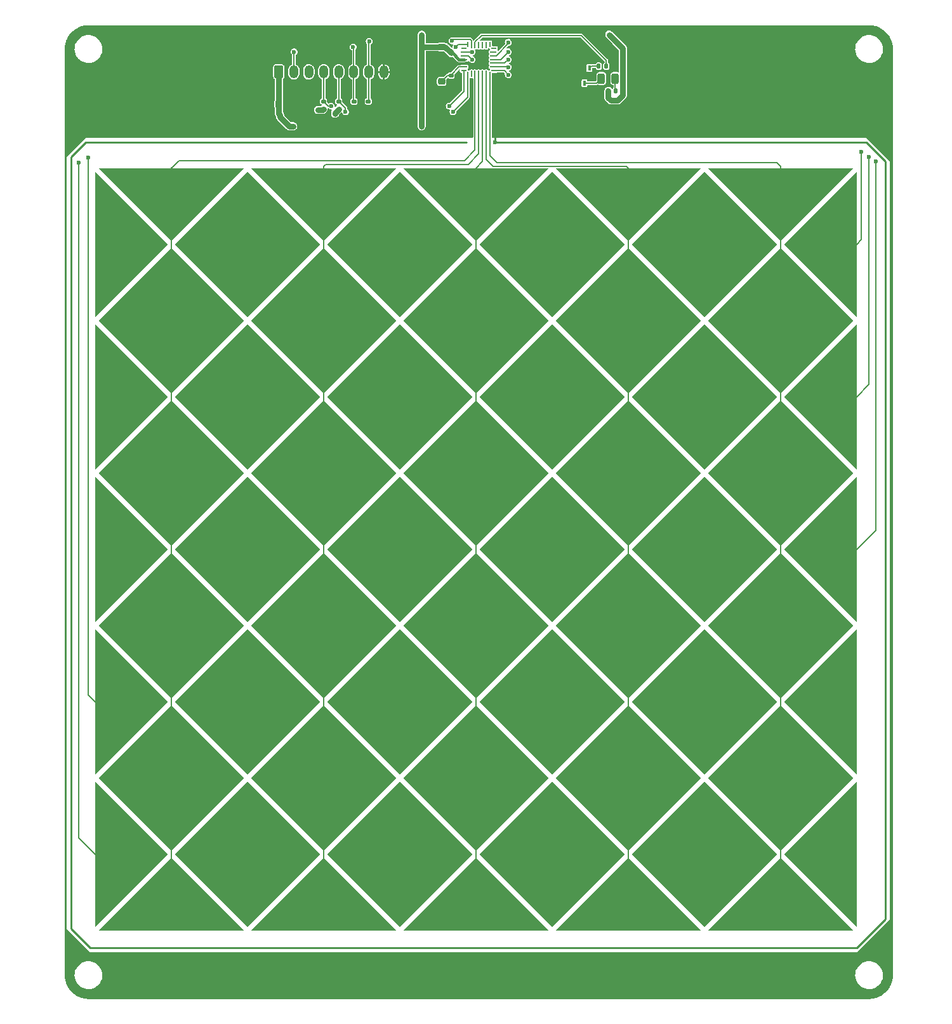
<source format=gtl>
G04 #@! TF.GenerationSoftware,KiCad,Pcbnew,(6.0.0)*
G04 #@! TF.CreationDate,2022-05-24T21:35:38-07:00*
G04 #@! TF.ProjectId,capTouch,63617054-6f75-4636-982e-6b696361645f,rev?*
G04 #@! TF.SameCoordinates,Original*
G04 #@! TF.FileFunction,Copper,L1,Top*
G04 #@! TF.FilePolarity,Positive*
%FSLAX46Y46*%
G04 Gerber Fmt 4.6, Leading zero omitted, Abs format (unit mm)*
G04 Created by KiCad (PCBNEW (6.0.0)) date 2022-05-24 21:35:38*
%MOMM*%
%LPD*%
G01*
G04 APERTURE LIST*
G04 Aperture macros list*
%AMRoundRect*
0 Rectangle with rounded corners*
0 $1 Rounding radius*
0 $2 $3 $4 $5 $6 $7 $8 $9 X,Y pos of 4 corners*
0 Add a 4 corners polygon primitive as box body*
4,1,4,$2,$3,$4,$5,$6,$7,$8,$9,$2,$3,0*
0 Add four circle primitives for the rounded corners*
1,1,$1+$1,$2,$3*
1,1,$1+$1,$4,$5*
1,1,$1+$1,$6,$7*
1,1,$1+$1,$8,$9*
0 Add four rect primitives between the rounded corners*
20,1,$1+$1,$2,$3,$4,$5,0*
20,1,$1+$1,$4,$5,$6,$7,0*
20,1,$1+$1,$6,$7,$8,$9,0*
20,1,$1+$1,$8,$9,$2,$3,0*%
%AMFreePoly0*
4,1,13,0.008980,9.660980,9.660980,0.008980,9.664699,0.000000,9.660980,-0.008980,0.008980,-9.660980,0.000000,-9.664700,-0.008980,-9.660980,-9.660980,-0.008980,-9.664700,0.000000,-9.660980,0.008980,-0.008980,9.660980,0.000000,9.664700,0.008980,9.660980,0.008980,9.660980,$1*%
%AMFreePoly1*
4,1,12,0.008980,9.660980,9.660980,0.008980,9.664700,0.000000,9.660980,-0.008980,9.652000,-0.012700,-9.652000,-0.012700,-9.660980,-0.008980,-9.664700,0.000000,-9.660980,0.008980,-0.008980,9.660980,0.000000,9.664700,0.008980,9.660980,0.008980,9.660980,$1*%
%AMFreePoly2*
4,1,17,0.230680,0.111820,0.364318,-0.021819,0.364320,-0.021820,0.364320,-0.021821,0.377501,-0.053640,0.377500,-0.053642,0.377500,-0.080000,0.364320,-0.111820,0.332500,-0.125000,-0.332500,-0.125000,-0.364320,-0.111820,-0.377500,-0.080000,-0.377500,0.080000,-0.364320,0.111820,-0.332500,0.125000,0.198860,0.125000,0.230680,0.111820,0.230680,0.111820,$1*%
%AMFreePoly3*
4,1,17,0.364320,0.111820,0.377500,0.080000,0.377500,0.053642,0.377501,0.053640,0.369779,0.035000,0.364320,0.021820,0.364318,0.021819,0.230680,-0.111820,0.198860,-0.125000,-0.332500,-0.125000,-0.364320,-0.111820,-0.377500,-0.080000,-0.377500,0.080000,-0.364320,0.111820,-0.332500,0.125000,0.332500,0.125000,0.364320,0.111820,0.364320,0.111820,$1*%
%AMFreePoly4*
4,1,17,0.053642,0.377500,0.080000,0.377500,0.111820,0.364320,0.125000,0.332500,0.125000,-0.332500,0.111820,-0.364320,0.080000,-0.377500,-0.080000,-0.377500,-0.111820,-0.364320,-0.125000,-0.332500,-0.125000,0.198860,-0.111820,0.230680,0.021819,0.364318,0.021820,0.364320,0.031140,0.368181,0.053640,0.377501,0.053642,0.377500,0.053642,0.377500,$1*%
%AMFreePoly5*
4,1,17,-0.021820,0.364320,0.111818,0.230681,0.111820,0.230680,0.111820,0.230679,0.125001,0.198860,0.125000,0.198858,0.125000,-0.332500,0.111820,-0.364320,0.080000,-0.377500,-0.080000,-0.377500,-0.111820,-0.364320,-0.125000,-0.332500,-0.125000,0.332500,-0.111820,0.364320,-0.080000,0.377500,-0.053640,0.377500,-0.021820,0.364320,-0.021820,0.364320,$1*%
%AMFreePoly6*
4,1,17,0.364320,0.111820,0.377500,0.080000,0.377500,-0.080000,0.364320,-0.111820,0.332500,-0.125000,-0.198858,-0.125000,-0.198860,-0.125001,-0.221360,-0.115681,-0.230680,-0.111820,-0.230681,-0.111818,-0.364320,0.021820,-0.377500,0.053640,-0.377500,0.080000,-0.364320,0.111820,-0.332500,0.125000,0.332500,0.125000,0.364320,0.111820,0.364320,0.111820,$1*%
%AMFreePoly7*
4,1,17,-0.198858,0.125000,0.332500,0.125000,0.364320,0.111820,0.377500,0.080000,0.377500,-0.080000,0.364320,-0.111820,0.332500,-0.125000,-0.332500,-0.125000,-0.364320,-0.111820,-0.377500,-0.080000,-0.377500,-0.053640,-0.364320,-0.021820,-0.230681,0.111818,-0.230680,0.111820,-0.221360,0.115681,-0.198860,0.125001,-0.198858,0.125000,-0.198858,0.125000,$1*%
%AMFreePoly8*
4,1,17,0.111820,0.364320,0.125000,0.332500,0.125000,-0.198858,0.125001,-0.198860,0.115681,-0.221360,0.111820,-0.230680,0.111818,-0.230681,-0.021820,-0.364320,-0.053640,-0.377500,-0.080000,-0.377500,-0.111820,-0.364320,-0.125000,-0.332500,-0.125000,0.332500,-0.111820,0.364320,-0.080000,0.377500,0.080000,0.377500,0.111820,0.364320,0.111820,0.364320,$1*%
%AMFreePoly9*
4,1,17,0.111820,0.364320,0.125000,0.332500,0.125000,-0.332500,0.111820,-0.364320,0.080000,-0.377500,0.053642,-0.377500,0.053640,-0.377501,0.031140,-0.368181,0.021820,-0.364320,0.021819,-0.364318,-0.111820,-0.230680,-0.125000,-0.198860,-0.125000,0.332500,-0.111820,0.364320,-0.080000,0.377500,0.080000,0.377500,0.111820,0.364320,0.111820,0.364320,$1*%
G04 Aperture macros list end*
G04 #@! TA.AperFunction,SMDPad,CuDef*
%ADD10FreePoly0,0.000000*%
G04 #@! TD*
G04 #@! TA.AperFunction,SMDPad,CuDef*
%ADD11RoundRect,0.225000X-0.225000X-0.250000X0.225000X-0.250000X0.225000X0.250000X-0.225000X0.250000X0*%
G04 #@! TD*
G04 #@! TA.AperFunction,SMDPad,CuDef*
%ADD12FreePoly1,270.000000*%
G04 #@! TD*
G04 #@! TA.AperFunction,SMDPad,CuDef*
%ADD13RoundRect,0.225000X-0.250000X0.225000X-0.250000X-0.225000X0.250000X-0.225000X0.250000X0.225000X0*%
G04 #@! TD*
G04 #@! TA.AperFunction,SMDPad,CuDef*
%ADD14FreePoly1,90.000000*%
G04 #@! TD*
G04 #@! TA.AperFunction,SMDPad,CuDef*
%ADD15RoundRect,0.135000X-0.135000X-0.185000X0.135000X-0.185000X0.135000X0.185000X-0.135000X0.185000X0*%
G04 #@! TD*
G04 #@! TA.AperFunction,SMDPad,CuDef*
%ADD16RoundRect,0.135000X-0.185000X0.135000X-0.185000X-0.135000X0.185000X-0.135000X0.185000X0.135000X0*%
G04 #@! TD*
G04 #@! TA.AperFunction,ComponentPad*
%ADD17RoundRect,0.250000X-0.350000X-0.625000X0.350000X-0.625000X0.350000X0.625000X-0.350000X0.625000X0*%
G04 #@! TD*
G04 #@! TA.AperFunction,ComponentPad*
%ADD18O,1.200000X1.750000*%
G04 #@! TD*
G04 #@! TA.AperFunction,SMDPad,CuDef*
%ADD19RoundRect,0.243750X-0.243750X-0.456250X0.243750X-0.456250X0.243750X0.456250X-0.243750X0.456250X0*%
G04 #@! TD*
G04 #@! TA.AperFunction,SMDPad,CuDef*
%ADD20RoundRect,0.140000X0.170000X-0.140000X0.170000X0.140000X-0.170000X0.140000X-0.170000X-0.140000X0*%
G04 #@! TD*
G04 #@! TA.AperFunction,SMDPad,CuDef*
%ADD21FreePoly1,0.000000*%
G04 #@! TD*
G04 #@! TA.AperFunction,SMDPad,CuDef*
%ADD22RoundRect,0.135000X0.185000X-0.135000X0.185000X0.135000X-0.185000X0.135000X-0.185000X-0.135000X0*%
G04 #@! TD*
G04 #@! TA.AperFunction,SMDPad,CuDef*
%ADD23FreePoly1,180.000000*%
G04 #@! TD*
G04 #@! TA.AperFunction,SMDPad,CuDef*
%ADD24RoundRect,0.140000X-0.140000X-0.170000X0.140000X-0.170000X0.140000X0.170000X-0.140000X0.170000X0*%
G04 #@! TD*
G04 #@! TA.AperFunction,SMDPad,CuDef*
%ADD25RoundRect,0.135000X0.135000X0.185000X-0.135000X0.185000X-0.135000X-0.185000X0.135000X-0.185000X0*%
G04 #@! TD*
G04 #@! TA.AperFunction,SMDPad,CuDef*
%ADD26FreePoly2,0.000000*%
G04 #@! TD*
G04 #@! TA.AperFunction,SMDPad,CuDef*
%ADD27RoundRect,0.062500X-0.375000X-0.062500X0.375000X-0.062500X0.375000X0.062500X-0.375000X0.062500X0*%
G04 #@! TD*
G04 #@! TA.AperFunction,SMDPad,CuDef*
%ADD28FreePoly3,0.000000*%
G04 #@! TD*
G04 #@! TA.AperFunction,SMDPad,CuDef*
%ADD29FreePoly4,0.000000*%
G04 #@! TD*
G04 #@! TA.AperFunction,SMDPad,CuDef*
%ADD30RoundRect,0.062500X-0.062500X-0.375000X0.062500X-0.375000X0.062500X0.375000X-0.062500X0.375000X0*%
G04 #@! TD*
G04 #@! TA.AperFunction,SMDPad,CuDef*
%ADD31FreePoly5,0.000000*%
G04 #@! TD*
G04 #@! TA.AperFunction,SMDPad,CuDef*
%ADD32FreePoly6,0.000000*%
G04 #@! TD*
G04 #@! TA.AperFunction,SMDPad,CuDef*
%ADD33FreePoly7,0.000000*%
G04 #@! TD*
G04 #@! TA.AperFunction,SMDPad,CuDef*
%ADD34FreePoly8,0.000000*%
G04 #@! TD*
G04 #@! TA.AperFunction,SMDPad,CuDef*
%ADD35FreePoly9,0.000000*%
G04 #@! TD*
G04 #@! TA.AperFunction,SMDPad,CuDef*
%ADD36R,0.450000X0.700000*%
G04 #@! TD*
G04 #@! TA.AperFunction,SMDPad,CuDef*
%ADD37RoundRect,0.140000X-0.170000X0.140000X-0.170000X-0.140000X0.170000X-0.140000X0.170000X0.140000X0*%
G04 #@! TD*
G04 #@! TA.AperFunction,SMDPad,CuDef*
%ADD38RoundRect,0.225000X0.250000X-0.225000X0.250000X0.225000X-0.250000X0.225000X-0.250000X-0.225000X0*%
G04 #@! TD*
G04 #@! TA.AperFunction,ViaPad*
%ADD39C,0.600000*%
G04 #@! TD*
G04 #@! TA.AperFunction,Conductor*
%ADD40C,0.762000*%
G04 #@! TD*
G04 #@! TA.AperFunction,Conductor*
%ADD41C,0.381000*%
G04 #@! TD*
G04 #@! TA.AperFunction,Conductor*
%ADD42C,0.254000*%
G04 #@! TD*
G04 #@! TA.AperFunction,Conductor*
%ADD43C,0.177800*%
G04 #@! TD*
G04 APERTURE END LIST*
D10*
X121285000Y-85979000D03*
X100965000Y-106299000D03*
X100965000Y-65659000D03*
X141605000Y-65659000D03*
D11*
X84823000Y-46990000D03*
X86373000Y-46990000D03*
D12*
X60325000Y-65659000D03*
D13*
X106553000Y-39357000D03*
X106553000Y-40907000D03*
D14*
X161925000Y-126619000D03*
D15*
X128776000Y-45212000D03*
X129796000Y-45212000D03*
D10*
X131445000Y-96139000D03*
X151765000Y-75819000D03*
X111125000Y-75819000D03*
D16*
X90805000Y-46607000D03*
X90805000Y-47627000D03*
D10*
X141605000Y-146939000D03*
D17*
X84836000Y-42672000D03*
D18*
X86836000Y-42672000D03*
X88836000Y-42672000D03*
X90836000Y-42672000D03*
X92836000Y-42672000D03*
X94836000Y-42672000D03*
X96836000Y-42672000D03*
X98836000Y-42672000D03*
D19*
X127840500Y-43561000D03*
X129715500Y-43561000D03*
D20*
X107823000Y-43152000D03*
X107823000Y-42192000D03*
D10*
X121285000Y-126619000D03*
D21*
X131445000Y-157099000D03*
D10*
X80645000Y-85979000D03*
D22*
X96774000Y-47627000D03*
X96774000Y-46607000D03*
D21*
X90805000Y-157099000D03*
X151765000Y-157099000D03*
D23*
X151765000Y-55499000D03*
D24*
X84991000Y-48387000D03*
X85951000Y-48387000D03*
D10*
X131445000Y-116459000D03*
X141605000Y-106299000D03*
X80645000Y-146939000D03*
X90805000Y-136779000D03*
X131445000Y-75819000D03*
X151765000Y-116459000D03*
X151765000Y-136779000D03*
X141605000Y-85979000D03*
D25*
X128526000Y-41910000D03*
X127506000Y-41910000D03*
D10*
X80645000Y-106299000D03*
X131445000Y-136779000D03*
D14*
X161925000Y-85979000D03*
D22*
X94869000Y-47627000D03*
X94869000Y-46607000D03*
D10*
X100965000Y-126619000D03*
X111125000Y-96139000D03*
D21*
X70485000Y-157099000D03*
D26*
X109508500Y-39521000D03*
D27*
X109568500Y-40021000D03*
X109568500Y-40521000D03*
X109568500Y-41021000D03*
X109568500Y-41521000D03*
X109568500Y-42021000D03*
D28*
X109508500Y-42521000D03*
D29*
X110006000Y-43018500D03*
D30*
X110506000Y-42958500D03*
X111006000Y-42958500D03*
X111506000Y-42958500D03*
X112006000Y-42958500D03*
X112506000Y-42958500D03*
D31*
X113006000Y-43018500D03*
D32*
X113503500Y-42521000D03*
D27*
X113443500Y-42021000D03*
X113443500Y-41521000D03*
X113443500Y-41021000D03*
X113443500Y-40521000D03*
X113443500Y-40021000D03*
D33*
X113503500Y-39521000D03*
D34*
X113006000Y-39023500D03*
D30*
X112506000Y-39083500D03*
X112006000Y-39083500D03*
X111506000Y-39083500D03*
X111006000Y-39083500D03*
X110506000Y-39083500D03*
D35*
X110006000Y-39023500D03*
D10*
X100965000Y-146939000D03*
X80645000Y-65659000D03*
D16*
X92837000Y-46607000D03*
X92837000Y-47627000D03*
D10*
X111125000Y-116459000D03*
X70485000Y-96139000D03*
X121285000Y-146939000D03*
X70485000Y-136779000D03*
D36*
X126253000Y-42180000D03*
X124953000Y-42180000D03*
X125603000Y-44180000D03*
D12*
X60325000Y-106299000D03*
D23*
X70485000Y-55499000D03*
D14*
X161925000Y-146939000D03*
D10*
X90805000Y-116459000D03*
X141605000Y-126619000D03*
D21*
X111125000Y-157099000D03*
D10*
X70485000Y-75819000D03*
X151765000Y-96139000D03*
X100965000Y-85979000D03*
X121285000Y-65659000D03*
X80645000Y-126619000D03*
D14*
X161925000Y-106299000D03*
D10*
X111125000Y-136779000D03*
D23*
X131445000Y-55499000D03*
D10*
X90805000Y-96139000D03*
D12*
X60325000Y-85979000D03*
D23*
X111125000Y-55499000D03*
D12*
X60325000Y-146939000D03*
X60325000Y-126619000D03*
D37*
X107823000Y-40160000D03*
X107823000Y-41120000D03*
D10*
X70485000Y-116459000D03*
X121285000Y-106299000D03*
D23*
X90805000Y-55499000D03*
D10*
X90805000Y-75819000D03*
D14*
X161925000Y-65659000D03*
D38*
X106553000Y-43955000D03*
X106553000Y-42405000D03*
D39*
X90043000Y-47752000D03*
X86741000Y-49911000D03*
X103886000Y-49911000D03*
X128905000Y-37719000D03*
X103886000Y-37719000D03*
X92329000Y-48260000D03*
X93853000Y-46355000D03*
X97282000Y-48641000D03*
X87884000Y-50800000D03*
X95377000Y-48641000D03*
X127508000Y-36830000D03*
X87503000Y-48641000D03*
X131699000Y-40894000D03*
X86106000Y-47752000D03*
X97917000Y-46482000D03*
X107823000Y-41656000D03*
X113665000Y-52070000D03*
X95758000Y-46355000D03*
X91821000Y-46101000D03*
X126238000Y-45212000D03*
X102362000Y-37592000D03*
X101600000Y-50927000D03*
X126746000Y-40894000D03*
X106553000Y-41656000D03*
X126365000Y-43180000D03*
X124968000Y-41402000D03*
X127635000Y-38989000D03*
X120142000Y-36830000D03*
X102235000Y-42164000D03*
X120142000Y-38735000D03*
X129413000Y-40640000D03*
X101600000Y-48768000D03*
X110617000Y-41783000D03*
X86868000Y-46228000D03*
X101600000Y-46355000D03*
X110617000Y-40005000D03*
X86868000Y-40005000D03*
X110617000Y-41021000D03*
X107569000Y-47244000D03*
X91821000Y-47244000D03*
X93726000Y-48006000D03*
X108077000Y-48006000D03*
X94742000Y-39370000D03*
X108458000Y-39370000D03*
X107950000Y-38551900D03*
X96901000Y-38608000D03*
X71501000Y-65659000D03*
X162560000Y-53340000D03*
X115443000Y-38735000D03*
X150749000Y-65659000D03*
X112141000Y-65659000D03*
X130429000Y-65659000D03*
X132461000Y-65659000D03*
X89789000Y-65659000D03*
X110109000Y-65659000D03*
X69469000Y-65659000D03*
X91821000Y-65659000D03*
X152781000Y-65659000D03*
X110109000Y-85979000D03*
X91821000Y-85979000D03*
X69469000Y-85979000D03*
X132461000Y-85979000D03*
X152781000Y-85979000D03*
X150749000Y-85979000D03*
X115443000Y-40005000D03*
X89789000Y-85979000D03*
X130429000Y-85979000D03*
X112141000Y-85979000D03*
X71501000Y-85979000D03*
X163576000Y-53975000D03*
X91821000Y-106299000D03*
X112141000Y-106299000D03*
X164465000Y-54610000D03*
X69469000Y-106299000D03*
X110109000Y-106299000D03*
X152781000Y-106299000D03*
X115443000Y-41021000D03*
X150749000Y-106299000D03*
X130429000Y-106299000D03*
X71501000Y-106299000D03*
X132461000Y-106299000D03*
X89789000Y-106299000D03*
X110109000Y-126619000D03*
X115443000Y-42037000D03*
X132461000Y-126619000D03*
X89789000Y-126619000D03*
X69469000Y-126619000D03*
X152781000Y-126619000D03*
X71501000Y-126619000D03*
X130429000Y-126619000D03*
X91821000Y-126619000D03*
X59436000Y-54102000D03*
X112141000Y-126619000D03*
X150749000Y-126619000D03*
X150749000Y-146939000D03*
X110109000Y-146939000D03*
X69469000Y-146939000D03*
X132461000Y-146939000D03*
X71501000Y-146939000D03*
X152781000Y-146939000D03*
X89789000Y-146939000D03*
X112141000Y-146939000D03*
X130429000Y-146939000D03*
X91821000Y-146939000D03*
X115443000Y-43053000D03*
X58166000Y-54737000D03*
D40*
X90680000Y-47752000D02*
X90805000Y-47627000D01*
X129159000Y-46482000D02*
X128776000Y-46099000D01*
X128776000Y-46099000D02*
X128776000Y-45212000D01*
X106540000Y-39370000D02*
X106553000Y-39357000D01*
X128905000Y-37719000D02*
X130735920Y-39549920D01*
X103886000Y-49911000D02*
X103886000Y-39370000D01*
D41*
X109568500Y-41021000D02*
X108839000Y-41021000D01*
D40*
X84836000Y-46977000D02*
X84823000Y-46990000D01*
X130735920Y-39549920D02*
X130735920Y-45794080D01*
X84991000Y-48387000D02*
X84991000Y-48688652D01*
X84836000Y-42672000D02*
X84836000Y-46977000D01*
X84823000Y-46990000D02*
X84823000Y-48219000D01*
X107020000Y-39357000D02*
X107823000Y-40160000D01*
X92329000Y-48135000D02*
X92837000Y-47627000D01*
X130735920Y-45794080D02*
X130048000Y-46482000D01*
D41*
X107978000Y-40160000D02*
X107823000Y-40160000D01*
X108839000Y-41021000D02*
X107978000Y-40160000D01*
D40*
X103886000Y-39370000D02*
X103886000Y-37719000D01*
X92329000Y-48260000D02*
X92329000Y-48135000D01*
X90043000Y-47752000D02*
X90680000Y-47752000D01*
X84991000Y-48688652D02*
X86213348Y-49911000D01*
X130048000Y-46482000D02*
X129159000Y-46482000D01*
X86213348Y-49911000D02*
X86741000Y-49911000D01*
X106553000Y-39357000D02*
X107020000Y-39357000D01*
X84823000Y-48219000D02*
X84991000Y-48387000D01*
X103886000Y-39370000D02*
X106540000Y-39370000D01*
D42*
X165735000Y-155575000D02*
X161925000Y-159385000D01*
X113665000Y-52070000D02*
X163195000Y-52070000D01*
X57150000Y-53975000D02*
X59055000Y-52070000D01*
X59055000Y-52070000D02*
X109855000Y-52070000D01*
X113665000Y-52070000D02*
X113665000Y-51054000D01*
X57150000Y-156845000D02*
X57150000Y-53975000D01*
X161925000Y-159385000D02*
X59690000Y-159385000D01*
X165735000Y-54610000D02*
X165735000Y-155575000D01*
X59690000Y-159385000D02*
X57150000Y-156845000D01*
X163195000Y-52070000D02*
X165735000Y-54610000D01*
D43*
X109568500Y-42021000D02*
X108855000Y-42021000D01*
X107356000Y-43152000D02*
X106553000Y-43955000D01*
X108855000Y-42021000D02*
X107823000Y-43053000D01*
X107823000Y-43053000D02*
X107823000Y-43152000D01*
X107823000Y-43152000D02*
X107356000Y-43152000D01*
X86836000Y-40037000D02*
X86836000Y-42672000D01*
X109568500Y-40021000D02*
X110601000Y-40021000D01*
X110601000Y-40021000D02*
X110617000Y-40005000D01*
X86868000Y-40005000D02*
X86836000Y-40037000D01*
X109568500Y-40521000D02*
X110117000Y-40521000D01*
X110117000Y-40521000D02*
X110617000Y-41021000D01*
X109508500Y-45304500D02*
X107569000Y-47244000D01*
X91821000Y-47244000D02*
X91442000Y-47244000D01*
X109508500Y-42521000D02*
X109508500Y-45304500D01*
X91442000Y-47244000D02*
X90805000Y-46607000D01*
X90836000Y-46576000D02*
X90805000Y-46607000D01*
X90836000Y-42672000D02*
X90836000Y-46576000D01*
X92837000Y-46607000D02*
X92836000Y-46606000D01*
X93726000Y-47496000D02*
X92837000Y-46607000D01*
X110006000Y-46077000D02*
X108077000Y-48006000D01*
X93726000Y-48006000D02*
X93726000Y-47496000D01*
X110006000Y-43018500D02*
X110006000Y-46077000D01*
X92836000Y-46606000D02*
X92836000Y-42672000D01*
X94836000Y-39464000D02*
X94836000Y-42672000D01*
X94742000Y-39370000D02*
X94836000Y-39464000D01*
X108458000Y-39370000D02*
X108804500Y-39023500D01*
X94836000Y-46574000D02*
X94869000Y-46607000D01*
X94836000Y-42672000D02*
X94836000Y-46574000D01*
X108804500Y-39023500D02*
X110006000Y-39023500D01*
X96901000Y-38608000D02*
X96836000Y-38673000D01*
X110506000Y-38497000D02*
X110363000Y-38354000D01*
X96836000Y-46545000D02*
X96774000Y-46607000D01*
X110363000Y-38354000D02*
X108147900Y-38354000D01*
X108147900Y-38354000D02*
X107950000Y-38551900D01*
X96836000Y-38673000D02*
X96836000Y-42672000D01*
X96836000Y-42672000D02*
X96836000Y-46545000D01*
X110506000Y-39083500D02*
X110506000Y-38497000D01*
X127221500Y-44180000D02*
X127840500Y-43561000D01*
X125603000Y-44180000D02*
X127221500Y-44180000D01*
X129715500Y-43561000D02*
X129715500Y-45131500D01*
X129715500Y-45131500D02*
X129796000Y-45212000D01*
X127506000Y-41910000D02*
X126523000Y-41910000D01*
X126523000Y-41910000D02*
X126253000Y-42180000D01*
X125222000Y-37846000D02*
X128526000Y-41150000D01*
X111877041Y-37846000D02*
X125222000Y-37846000D01*
X111006000Y-39083500D02*
X111006000Y-38717041D01*
X111006000Y-38717041D02*
X111877041Y-37846000D01*
X128526000Y-41150000D02*
X128526000Y-41910000D01*
X70485000Y-55372000D02*
X70485000Y-156972000D01*
X71501000Y-54483000D02*
X70485000Y-55499000D01*
X111006000Y-53078000D02*
X109601000Y-54483000D01*
X109601000Y-54483000D02*
X71501000Y-54483000D01*
X111006000Y-42958500D02*
X111006000Y-53078000D01*
X111506000Y-53594000D02*
X110109000Y-54991000D01*
X110109000Y-54991000D02*
X91059000Y-54991000D01*
X111506000Y-42958500D02*
X111506000Y-53594000D01*
X91059000Y-54991000D02*
X90805000Y-55245000D01*
X90805000Y-55245000D02*
X90805000Y-156845000D01*
X111125000Y-55499000D02*
X111125000Y-75819000D01*
X111125000Y-75819000D02*
X111125000Y-96139000D01*
X111125000Y-95885000D02*
X111125000Y-156845000D01*
X112006000Y-42958500D02*
X112006000Y-54618000D01*
X112006000Y-54618000D02*
X111125000Y-55499000D01*
X112506000Y-42958500D02*
X112506000Y-54340000D01*
X112506000Y-54340000D02*
X113411000Y-55245000D01*
X131191000Y-55245000D02*
X131445000Y-55499000D01*
X131445000Y-55499000D02*
X131445000Y-156845000D01*
X113411000Y-55245000D02*
X131191000Y-55245000D01*
X113006000Y-53824000D02*
X113919000Y-54737000D01*
X151765000Y-55245000D02*
X151765000Y-156845000D01*
X151257000Y-54737000D02*
X151765000Y-55245000D01*
X113006000Y-43018500D02*
X113006000Y-53824000D01*
X113919000Y-54737000D02*
X151257000Y-54737000D01*
X115443000Y-38735000D02*
X115443000Y-38887959D01*
X162560000Y-53340000D02*
X162560000Y-65024000D01*
X113809959Y-40521000D02*
X113443500Y-40521000D01*
X162560000Y-65024000D02*
X161925000Y-65659000D01*
X115443000Y-38887959D02*
X113809959Y-40521000D01*
X114427000Y-41021000D02*
X113443500Y-41021000D01*
X163576000Y-84328000D02*
X161925000Y-85979000D01*
X163576000Y-53975000D02*
X163576000Y-84328000D01*
X115443000Y-40005000D02*
X114427000Y-41021000D01*
X164465000Y-103759000D02*
X161925000Y-106299000D01*
X164465000Y-54610000D02*
X164465000Y-103759000D01*
X114943000Y-41521000D02*
X113443500Y-41521000D01*
X115443000Y-41021000D02*
X114943000Y-41521000D01*
X59436000Y-125730000D02*
X60325000Y-126619000D01*
X115427000Y-42021000D02*
X113443500Y-42021000D01*
X59436000Y-54102000D02*
X59436000Y-125730000D01*
X115443000Y-42037000D02*
X115427000Y-42021000D01*
X114911000Y-42521000D02*
X115443000Y-43053000D01*
X58166000Y-54737000D02*
X58166000Y-144780000D01*
X113503500Y-42521000D02*
X114911000Y-42521000D01*
X58166000Y-144780000D02*
X60325000Y-146939000D01*
G04 #@! TA.AperFunction,Conductor*
G36*
X163551863Y-36449925D02*
G01*
X163576001Y-36453748D01*
X163590726Y-36451416D01*
X163606421Y-36450594D01*
X163903946Y-36466186D01*
X163911774Y-36467009D01*
X164232223Y-36517764D01*
X164239922Y-36519400D01*
X164343547Y-36547166D01*
X164553338Y-36603379D01*
X164560800Y-36605804D01*
X164863710Y-36722081D01*
X164870896Y-36725280D01*
X165159999Y-36872585D01*
X165166800Y-36876511D01*
X165438916Y-37053226D01*
X165445284Y-37057853D01*
X165681199Y-37248893D01*
X165697430Y-37262037D01*
X165703279Y-37267304D01*
X165932696Y-37496721D01*
X165937963Y-37502570D01*
X166142147Y-37754716D01*
X166146774Y-37761084D01*
X166323489Y-38033200D01*
X166327415Y-38040001D01*
X166441327Y-38263566D01*
X166474720Y-38329104D01*
X166477919Y-38336290D01*
X166594196Y-38639200D01*
X166596621Y-38646662D01*
X166637116Y-38797791D01*
X166680600Y-38960078D01*
X166682236Y-38967777D01*
X166732991Y-39288226D01*
X166733814Y-39296054D01*
X166749406Y-39593579D01*
X166748584Y-39609274D01*
X166746252Y-39623999D01*
X166747178Y-39629845D01*
X166750075Y-39648136D01*
X166751001Y-39659900D01*
X166751000Y-163032099D01*
X166750074Y-163043862D01*
X166746251Y-163068000D01*
X166747177Y-163073844D01*
X166748583Y-163082723D01*
X166749405Y-163098420D01*
X166733813Y-163395945D01*
X166732990Y-163403773D01*
X166682236Y-163724223D01*
X166680600Y-163731922D01*
X166659457Y-163810828D01*
X166596621Y-164045337D01*
X166594196Y-164052799D01*
X166494963Y-164311310D01*
X166477921Y-164355705D01*
X166474720Y-164362895D01*
X166425599Y-164459302D01*
X166327415Y-164651998D01*
X166323489Y-164658799D01*
X166154901Y-164918401D01*
X166146774Y-164930915D01*
X166142147Y-164937283D01*
X165937963Y-165189430D01*
X165932696Y-165195279D01*
X165703279Y-165424696D01*
X165697430Y-165429963D01*
X165445283Y-165634147D01*
X165438915Y-165638774D01*
X165166799Y-165815489D01*
X165159998Y-165819415D01*
X165020143Y-165890675D01*
X164870895Y-165966720D01*
X164863705Y-165969921D01*
X164560799Y-166086196D01*
X164553337Y-166088621D01*
X164343117Y-166144949D01*
X164239922Y-166172600D01*
X164232223Y-166174236D01*
X163911773Y-166224990D01*
X163903945Y-166225813D01*
X163606420Y-166241405D01*
X163590725Y-166240583D01*
X163576000Y-166238251D01*
X163553473Y-166241819D01*
X163551863Y-166242074D01*
X163540099Y-166243000D01*
X59471901Y-166243000D01*
X59460137Y-166242074D01*
X59458527Y-166241819D01*
X59436000Y-166238251D01*
X59421275Y-166240583D01*
X59405580Y-166241405D01*
X59108055Y-166225813D01*
X59100227Y-166224990D01*
X58779778Y-166174235D01*
X58772079Y-166172599D01*
X58668454Y-166144833D01*
X58458663Y-166088620D01*
X58451201Y-166086195D01*
X58148291Y-165969918D01*
X58141105Y-165966719D01*
X58097641Y-165944573D01*
X57852002Y-165819414D01*
X57845195Y-165815484D01*
X57573085Y-165638773D01*
X57566717Y-165634146D01*
X57330804Y-165443107D01*
X57314570Y-165429961D01*
X57308722Y-165424695D01*
X57079305Y-165195278D01*
X57074038Y-165189429D01*
X56869854Y-164937283D01*
X56865227Y-164930915D01*
X56857100Y-164918401D01*
X56688512Y-164658799D01*
X56684586Y-164651998D01*
X56537281Y-164362895D01*
X56534080Y-164355705D01*
X56522882Y-164326534D01*
X56417805Y-164052799D01*
X56415380Y-164045337D01*
X56331401Y-163731921D01*
X56329765Y-163724222D01*
X56279010Y-163403773D01*
X56278187Y-163395945D01*
X56263207Y-163110095D01*
X57581028Y-163110095D01*
X57581287Y-163112809D01*
X57581287Y-163112813D01*
X57598840Y-163296793D01*
X57606534Y-163377431D01*
X57670364Y-163638285D01*
X57671383Y-163640800D01*
X57671384Y-163640804D01*
X57708291Y-163731922D01*
X57771182Y-163887192D01*
X57772557Y-163889540D01*
X57865627Y-164048491D01*
X57906875Y-164118938D01*
X58074601Y-164328669D01*
X58076595Y-164330531D01*
X58076598Y-164330535D01*
X58210591Y-164455704D01*
X58270846Y-164511991D01*
X58491499Y-164665064D01*
X58493933Y-164666275D01*
X58493940Y-164666279D01*
X58729491Y-164783463D01*
X58729495Y-164783465D01*
X58731938Y-164784680D01*
X58987126Y-164868335D01*
X58989810Y-164868801D01*
X58989814Y-164868802D01*
X59249452Y-164913883D01*
X59249456Y-164913883D01*
X59251717Y-164914276D01*
X59336567Y-164918500D01*
X59504223Y-164918500D01*
X59703846Y-164904016D01*
X59966080Y-164846120D01*
X59968622Y-164845157D01*
X59968625Y-164845156D01*
X60214664Y-164751940D01*
X60217211Y-164750975D01*
X60374674Y-164663512D01*
X60449587Y-164621901D01*
X60451976Y-164620574D01*
X60592222Y-164513542D01*
X60663294Y-164459302D01*
X60663298Y-164459298D01*
X60665458Y-164457650D01*
X60853185Y-164265614D01*
X60939841Y-164146562D01*
X61009621Y-164050695D01*
X61009622Y-164050693D01*
X61011225Y-164048491D01*
X61012890Y-164045328D01*
X61134998Y-163813237D01*
X61135000Y-163813232D01*
X61136265Y-163810828D01*
X61225688Y-163557603D01*
X61277620Y-163294122D01*
X61286781Y-163110095D01*
X161721028Y-163110095D01*
X161721287Y-163112809D01*
X161721287Y-163112813D01*
X161738840Y-163296793D01*
X161746534Y-163377431D01*
X161810364Y-163638285D01*
X161811383Y-163640800D01*
X161811384Y-163640804D01*
X161848291Y-163731922D01*
X161911182Y-163887192D01*
X161912557Y-163889540D01*
X162005627Y-164048491D01*
X162046875Y-164118938D01*
X162214601Y-164328669D01*
X162216595Y-164330531D01*
X162216598Y-164330535D01*
X162350591Y-164455704D01*
X162410846Y-164511991D01*
X162631499Y-164665064D01*
X162633933Y-164666275D01*
X162633940Y-164666279D01*
X162869491Y-164783463D01*
X162869495Y-164783465D01*
X162871938Y-164784680D01*
X163127126Y-164868335D01*
X163129810Y-164868801D01*
X163129814Y-164868802D01*
X163389452Y-164913883D01*
X163389456Y-164913883D01*
X163391717Y-164914276D01*
X163476567Y-164918500D01*
X163644223Y-164918500D01*
X163843846Y-164904016D01*
X164106080Y-164846120D01*
X164108622Y-164845157D01*
X164108625Y-164845156D01*
X164354664Y-164751940D01*
X164357211Y-164750975D01*
X164514674Y-164663512D01*
X164589587Y-164621901D01*
X164591976Y-164620574D01*
X164732222Y-164513542D01*
X164803294Y-164459302D01*
X164803298Y-164459298D01*
X164805458Y-164457650D01*
X164993185Y-164265614D01*
X165079841Y-164146562D01*
X165149621Y-164050695D01*
X165149622Y-164050693D01*
X165151225Y-164048491D01*
X165152890Y-164045328D01*
X165274998Y-163813237D01*
X165275000Y-163813232D01*
X165276265Y-163810828D01*
X165365688Y-163557603D01*
X165417620Y-163294122D01*
X165430972Y-163025905D01*
X165413415Y-162841878D01*
X165405725Y-162761281D01*
X165405724Y-162761278D01*
X165405466Y-162758569D01*
X165341636Y-162497715D01*
X165240818Y-162248808D01*
X165147786Y-162089922D01*
X165106503Y-162019415D01*
X165106501Y-162019412D01*
X165105125Y-162017062D01*
X164937399Y-161807331D01*
X164935405Y-161805469D01*
X164935402Y-161805465D01*
X164743145Y-161625869D01*
X164741154Y-161624009D01*
X164520501Y-161470936D01*
X164518067Y-161469725D01*
X164518060Y-161469721D01*
X164282509Y-161352537D01*
X164282505Y-161352535D01*
X164280062Y-161351320D01*
X164024874Y-161267665D01*
X164022190Y-161267199D01*
X164022186Y-161267198D01*
X163762548Y-161222117D01*
X163762544Y-161222117D01*
X163760283Y-161221724D01*
X163675433Y-161217500D01*
X163507777Y-161217500D01*
X163308154Y-161231984D01*
X163045920Y-161289880D01*
X163043378Y-161290843D01*
X163043375Y-161290844D01*
X162797336Y-161384060D01*
X162794789Y-161385025D01*
X162792407Y-161386348D01*
X162792405Y-161386349D01*
X162562413Y-161514099D01*
X162560024Y-161515426D01*
X162557855Y-161517081D01*
X162557854Y-161517082D01*
X162348706Y-161676698D01*
X162348702Y-161676702D01*
X162346542Y-161678350D01*
X162158815Y-161870386D01*
X162157210Y-161872591D01*
X162053603Y-162014932D01*
X162000775Y-162087509D01*
X161999508Y-162089917D01*
X161999505Y-162089922D01*
X161914587Y-162251326D01*
X161875735Y-162325172D01*
X161786312Y-162578397D01*
X161734380Y-162841878D01*
X161721028Y-163110095D01*
X61286781Y-163110095D01*
X61290972Y-163025905D01*
X61273415Y-162841878D01*
X61265725Y-162761281D01*
X61265724Y-162761278D01*
X61265466Y-162758569D01*
X61201636Y-162497715D01*
X61100818Y-162248808D01*
X61007786Y-162089922D01*
X60966503Y-162019415D01*
X60966501Y-162019412D01*
X60965125Y-162017062D01*
X60797399Y-161807331D01*
X60795405Y-161805469D01*
X60795402Y-161805465D01*
X60603145Y-161625869D01*
X60601154Y-161624009D01*
X60380501Y-161470936D01*
X60378067Y-161469725D01*
X60378060Y-161469721D01*
X60142509Y-161352537D01*
X60142505Y-161352535D01*
X60140062Y-161351320D01*
X59884874Y-161267665D01*
X59882190Y-161267199D01*
X59882186Y-161267198D01*
X59622548Y-161222117D01*
X59622544Y-161222117D01*
X59620283Y-161221724D01*
X59535433Y-161217500D01*
X59367777Y-161217500D01*
X59168154Y-161231984D01*
X58905920Y-161289880D01*
X58903378Y-161290843D01*
X58903375Y-161290844D01*
X58657336Y-161384060D01*
X58654789Y-161385025D01*
X58652407Y-161386348D01*
X58652405Y-161386349D01*
X58422413Y-161514099D01*
X58420024Y-161515426D01*
X58417855Y-161517081D01*
X58417854Y-161517082D01*
X58208706Y-161676698D01*
X58208702Y-161676702D01*
X58206542Y-161678350D01*
X58018815Y-161870386D01*
X58017210Y-161872591D01*
X57913603Y-162014932D01*
X57860775Y-162087509D01*
X57859508Y-162089917D01*
X57859505Y-162089922D01*
X57774587Y-162251326D01*
X57735735Y-162325172D01*
X57646312Y-162578397D01*
X57594380Y-162841878D01*
X57581028Y-163110095D01*
X56263207Y-163110095D01*
X56262595Y-163098420D01*
X56263417Y-163082723D01*
X56264823Y-163073844D01*
X56265749Y-163068000D01*
X56261926Y-163043862D01*
X56261000Y-163032099D01*
X56261000Y-156845000D01*
X56515000Y-156845000D01*
X59690000Y-160020000D01*
X161925000Y-160020000D01*
X166370000Y-155575000D01*
X166370000Y-54610000D01*
X163195000Y-51435000D01*
X113323000Y-51435000D01*
X113274662Y-51417407D01*
X113248942Y-51372858D01*
X113247800Y-51359800D01*
X113247800Y-46149717D01*
X128239471Y-46149717D01*
X128240641Y-46154704D01*
X128240641Y-46154707D01*
X128249614Y-46192963D01*
X128250905Y-46199929D01*
X128254724Y-46227806D01*
X128256932Y-46243926D01*
X128264392Y-46261163D01*
X128268587Y-46273850D01*
X128272874Y-46292131D01*
X128275344Y-46296624D01*
X128294274Y-46331059D01*
X128297387Y-46337412D01*
X128315027Y-46378175D01*
X128326846Y-46392771D01*
X128334296Y-46403859D01*
X128341445Y-46416863D01*
X128341447Y-46416866D01*
X128343345Y-46420318D01*
X128345917Y-46423297D01*
X128345920Y-46423302D01*
X128349125Y-46427014D01*
X128350135Y-46428184D01*
X128375674Y-46453723D01*
X128380940Y-46459571D01*
X128407084Y-46491856D01*
X128411259Y-46494823D01*
X128411260Y-46494824D01*
X128425177Y-46504714D01*
X128434789Y-46512838D01*
X128771867Y-46849916D01*
X128774048Y-46852189D01*
X128812009Y-46893472D01*
X128812011Y-46893474D01*
X128815479Y-46897245D01*
X128819834Y-46899945D01*
X128819836Y-46899947D01*
X128832607Y-46907865D01*
X128853234Y-46920654D01*
X128859053Y-46924654D01*
X128894442Y-46951515D01*
X128899210Y-46953403D01*
X128899212Y-46953404D01*
X128911904Y-46958429D01*
X128923839Y-46964432D01*
X128939801Y-46974328D01*
X128944725Y-46975759D01*
X128944726Y-46975759D01*
X128982450Y-46986719D01*
X128989151Y-46989014D01*
X129025679Y-47003476D01*
X129025685Y-47003477D01*
X129030450Y-47005364D01*
X129035547Y-47005900D01*
X129035548Y-47005900D01*
X129040440Y-47006414D01*
X129049125Y-47007327D01*
X129062233Y-47009898D01*
X129080273Y-47015139D01*
X129086250Y-47015578D01*
X129089272Y-47015800D01*
X129089276Y-47015800D01*
X129090636Y-47015900D01*
X129126756Y-47015900D01*
X129134616Y-47016312D01*
X129175928Y-47020654D01*
X129197810Y-47016953D01*
X129210350Y-47015900D01*
X130034421Y-47015900D01*
X130037569Y-47015966D01*
X130098717Y-47018529D01*
X130103704Y-47017359D01*
X130103707Y-47017359D01*
X130141963Y-47008386D01*
X130148929Y-47007095D01*
X130187846Y-47001764D01*
X130187847Y-47001764D01*
X130192926Y-47001068D01*
X130210163Y-46993608D01*
X130222850Y-46989413D01*
X130241131Y-46985126D01*
X130280059Y-46963726D01*
X130286412Y-46960613D01*
X130327175Y-46942973D01*
X130341771Y-46931154D01*
X130352859Y-46923704D01*
X130365863Y-46916555D01*
X130365866Y-46916553D01*
X130369318Y-46914655D01*
X130372297Y-46912083D01*
X130372302Y-46912080D01*
X130376129Y-46908776D01*
X130376134Y-46908772D01*
X130377184Y-46907865D01*
X130402723Y-46882326D01*
X130408572Y-46877059D01*
X130436873Y-46854141D01*
X130440856Y-46850916D01*
X130453714Y-46832823D01*
X130461838Y-46823211D01*
X131103836Y-46181213D01*
X131106109Y-46179032D01*
X131147392Y-46141071D01*
X131147394Y-46141069D01*
X131151165Y-46137601D01*
X131153865Y-46133246D01*
X131153867Y-46133244D01*
X131174571Y-46099851D01*
X131178574Y-46094027D01*
X131205435Y-46058638D01*
X131212349Y-46041176D01*
X131218352Y-46029241D01*
X131228248Y-46013279D01*
X131240640Y-45970627D01*
X131242934Y-45963929D01*
X131257396Y-45927401D01*
X131257397Y-45927395D01*
X131259284Y-45922630D01*
X131261247Y-45903955D01*
X131263818Y-45890847D01*
X131269059Y-45872807D01*
X131269820Y-45862444D01*
X131269820Y-45826324D01*
X131270232Y-45818464D01*
X131274038Y-45782251D01*
X131274574Y-45777152D01*
X131270873Y-45755270D01*
X131269820Y-45742730D01*
X131269820Y-39666095D01*
X161721028Y-39666095D01*
X161721287Y-39668809D01*
X161721287Y-39668813D01*
X161743825Y-39905042D01*
X161746534Y-39933431D01*
X161747181Y-39936073D01*
X161747181Y-39936076D01*
X161757709Y-39979100D01*
X161810364Y-40194285D01*
X161811383Y-40196800D01*
X161811384Y-40196804D01*
X161887883Y-40385670D01*
X161911182Y-40443192D01*
X161968301Y-40540744D01*
X162045479Y-40672553D01*
X162046875Y-40674938D01*
X162048576Y-40677064D01*
X162048578Y-40677068D01*
X162065841Y-40698654D01*
X162214601Y-40884669D01*
X162216595Y-40886531D01*
X162216598Y-40886535D01*
X162284013Y-40949510D01*
X162410846Y-41067991D01*
X162631499Y-41221064D01*
X162633933Y-41222275D01*
X162633940Y-41222279D01*
X162869491Y-41339463D01*
X162869495Y-41339465D01*
X162871938Y-41340680D01*
X163127126Y-41424335D01*
X163129810Y-41424801D01*
X163129814Y-41424802D01*
X163389452Y-41469883D01*
X163389456Y-41469883D01*
X163391717Y-41470276D01*
X163476567Y-41474500D01*
X163644223Y-41474500D01*
X163843846Y-41460016D01*
X164106080Y-41402120D01*
X164108622Y-41401157D01*
X164108625Y-41401156D01*
X164354664Y-41307940D01*
X164357211Y-41306975D01*
X164363999Y-41303205D01*
X164589587Y-41177901D01*
X164591976Y-41176574D01*
X164613326Y-41160280D01*
X164803294Y-41015302D01*
X164803298Y-41015298D01*
X164805458Y-41013650D01*
X164993185Y-40821614D01*
X165006585Y-40803205D01*
X165149621Y-40606695D01*
X165149622Y-40606693D01*
X165151225Y-40604491D01*
X165170595Y-40567676D01*
X165274998Y-40369237D01*
X165275000Y-40369232D01*
X165276265Y-40366828D01*
X165365688Y-40113603D01*
X165417620Y-39850122D01*
X165418190Y-39838682D01*
X165427968Y-39642247D01*
X165430972Y-39581905D01*
X165430279Y-39574634D01*
X165405725Y-39317281D01*
X165405724Y-39317278D01*
X165405466Y-39314569D01*
X165400936Y-39296054D01*
X165361791Y-39136082D01*
X165341636Y-39053715D01*
X165330235Y-39025566D01*
X165241838Y-38807326D01*
X165241837Y-38807325D01*
X165240818Y-38804808D01*
X165147786Y-38645922D01*
X165106503Y-38575415D01*
X165106501Y-38575412D01*
X165105125Y-38573062D01*
X165093908Y-38559035D01*
X164981217Y-38418123D01*
X164937399Y-38363331D01*
X164935405Y-38361469D01*
X164935402Y-38361465D01*
X164750673Y-38188901D01*
X164741154Y-38180009D01*
X164520501Y-38026936D01*
X164518067Y-38025725D01*
X164518060Y-38025721D01*
X164282509Y-37908537D01*
X164282505Y-37908535D01*
X164280062Y-37907320D01*
X164024874Y-37823665D01*
X164022190Y-37823199D01*
X164022186Y-37823198D01*
X163762548Y-37778117D01*
X163762544Y-37778117D01*
X163760283Y-37777724D01*
X163675433Y-37773500D01*
X163507777Y-37773500D01*
X163308154Y-37787984D01*
X163045920Y-37845880D01*
X163043378Y-37846843D01*
X163043375Y-37846844D01*
X162871053Y-37912131D01*
X162794789Y-37941025D01*
X162792407Y-37942348D01*
X162792405Y-37942349D01*
X162628858Y-38033192D01*
X162560024Y-38071426D01*
X162557855Y-38073081D01*
X162557854Y-38073082D01*
X162348706Y-38232698D01*
X162348702Y-38232702D01*
X162346542Y-38234350D01*
X162274094Y-38308461D01*
X162166893Y-38418123D01*
X162158815Y-38426386D01*
X162157210Y-38428591D01*
X162020605Y-38616266D01*
X162000775Y-38643509D01*
X161999508Y-38645917D01*
X161999505Y-38645922D01*
X161877350Y-38878102D01*
X161875735Y-38881172D01*
X161786312Y-39134397D01*
X161734380Y-39397878D01*
X161734245Y-39400593D01*
X161734244Y-39400600D01*
X161727178Y-39542545D01*
X161721028Y-39666095D01*
X131269820Y-39666095D01*
X131269820Y-39563499D01*
X131269886Y-39560350D01*
X131270021Y-39557118D01*
X131272449Y-39499204D01*
X131262302Y-39455945D01*
X131261014Y-39448990D01*
X131255684Y-39410074D01*
X131255684Y-39410073D01*
X131254988Y-39404994D01*
X131252954Y-39400294D01*
X131252953Y-39400290D01*
X131247531Y-39387762D01*
X131243333Y-39375068D01*
X131240216Y-39361777D01*
X131240216Y-39361776D01*
X131239046Y-39356789D01*
X131217646Y-39317861D01*
X131214530Y-39311501D01*
X131207962Y-39296323D01*
X131196893Y-39270745D01*
X131185074Y-39256149D01*
X131177624Y-39245061D01*
X131170475Y-39232057D01*
X131170473Y-39232054D01*
X131168575Y-39228602D01*
X131166003Y-39225623D01*
X131166000Y-39225618D01*
X131162696Y-39221791D01*
X131162692Y-39221786D01*
X131161785Y-39220736D01*
X131136246Y-39195197D01*
X131130979Y-39189348D01*
X131130508Y-39188766D01*
X131104836Y-39157064D01*
X131086743Y-39144206D01*
X131077131Y-39136082D01*
X129258425Y-37317377D01*
X129256610Y-37315562D01*
X129169558Y-37249485D01*
X129164791Y-37247598D01*
X129164790Y-37247597D01*
X129038317Y-37197523D01*
X129033551Y-37195636D01*
X129028454Y-37195100D01*
X129028453Y-37195100D01*
X128935805Y-37185363D01*
X128888072Y-37180346D01*
X128743840Y-37204741D01*
X128611484Y-37267024D01*
X128607609Y-37270369D01*
X128607607Y-37270370D01*
X128555251Y-37315562D01*
X128500750Y-37362605D01*
X128419800Y-37484446D01*
X128418216Y-37489321D01*
X128418215Y-37489323D01*
X128376181Y-37618689D01*
X128374597Y-37623565D01*
X128374382Y-37628683D01*
X128374382Y-37628686D01*
X128372313Y-37678045D01*
X128368471Y-37769717D01*
X128369641Y-37774704D01*
X128369641Y-37774707D01*
X128386197Y-37845294D01*
X128401874Y-37912131D01*
X128472345Y-38040318D01*
X128479135Y-38048184D01*
X129334896Y-38903944D01*
X130179994Y-39749042D01*
X130201734Y-39795662D01*
X130202020Y-39802216D01*
X130202020Y-42660561D01*
X130184427Y-42708899D01*
X130139878Y-42734619D01*
X130092682Y-42727566D01*
X130088624Y-42725498D01*
X130088620Y-42725497D01*
X130083349Y-42722811D01*
X130054479Y-42718239D01*
X129993384Y-42708562D01*
X129993382Y-42708562D01*
X129990466Y-42708100D01*
X129440534Y-42708100D01*
X129437618Y-42708562D01*
X129437616Y-42708562D01*
X129376521Y-42718239D01*
X129347651Y-42722811D01*
X129294696Y-42749793D01*
X129252403Y-42771343D01*
X129235699Y-42779854D01*
X129146854Y-42868699D01*
X129089811Y-42980651D01*
X129088885Y-42986498D01*
X129078397Y-43052720D01*
X129075100Y-43073534D01*
X129075100Y-44048466D01*
X129089811Y-44141349D01*
X129092498Y-44146622D01*
X129126353Y-44213065D01*
X129146854Y-44253301D01*
X129235699Y-44342146D01*
X129347651Y-44399189D01*
X129365439Y-44402006D01*
X129410264Y-44409106D01*
X129455254Y-44434044D01*
X129473700Y-44483380D01*
X129473700Y-44775958D01*
X129456107Y-44824296D01*
X129451721Y-44829086D01*
X129419335Y-44861529D01*
X129381102Y-44948010D01*
X129345468Y-44985105D01*
X129294324Y-44990616D01*
X129251603Y-44961963D01*
X129243311Y-44947469D01*
X129239012Y-44937536D01*
X129239011Y-44937534D01*
X129236973Y-44932825D01*
X129144916Y-44819144D01*
X129025679Y-44734407D01*
X129020853Y-44732670D01*
X129020852Y-44732669D01*
X128892870Y-44686593D01*
X128888048Y-44684857D01*
X128742161Y-44674143D01*
X128737133Y-44675157D01*
X128737130Y-44675157D01*
X128616775Y-44699426D01*
X128598767Y-44703057D01*
X128468431Y-44769466D01*
X128461371Y-44775958D01*
X128364528Y-44865009D01*
X128364526Y-44865011D01*
X128360755Y-44868479D01*
X128358055Y-44872833D01*
X128358053Y-44872836D01*
X128317938Y-44937536D01*
X128283672Y-44992801D01*
X128282242Y-44997722D01*
X128282241Y-44997725D01*
X128243962Y-45129483D01*
X128242861Y-45133273D01*
X128242100Y-45143636D01*
X128242100Y-46085421D01*
X128242034Y-46088569D01*
X128239471Y-46149717D01*
X113247800Y-46149717D01*
X113247800Y-43814943D01*
X125225100Y-43814943D01*
X125225101Y-44545056D01*
X125233972Y-44589658D01*
X125267766Y-44640234D01*
X125273923Y-44644348D01*
X125312183Y-44669913D01*
X125312184Y-44669914D01*
X125318342Y-44674028D01*
X125362943Y-44682900D01*
X125602967Y-44682900D01*
X125843056Y-44682899D01*
X125887658Y-44674028D01*
X125938234Y-44640234D01*
X125972028Y-44589658D01*
X125978345Y-44557900D01*
X125980179Y-44548682D01*
X125980179Y-44548681D01*
X125980900Y-44545057D01*
X125980900Y-44497000D01*
X125998493Y-44448662D01*
X126043042Y-44422942D01*
X126056100Y-44421800D01*
X127213190Y-44421800D01*
X127217127Y-44421903D01*
X127260171Y-44424159D01*
X127280947Y-44416184D01*
X127284860Y-44414682D01*
X127296173Y-44411331D01*
X127314310Y-44407475D01*
X127314313Y-44407474D01*
X127322046Y-44405830D01*
X127328442Y-44401183D01*
X127328444Y-44401182D01*
X127329863Y-44400151D01*
X127347113Y-44390785D01*
X127348753Y-44390155D01*
X127356136Y-44387321D01*
X127360253Y-44383204D01*
X127409137Y-44371917D01*
X127434116Y-44379554D01*
X127467377Y-44396502D01*
X127467379Y-44396503D01*
X127472651Y-44399189D01*
X127478496Y-44400115D01*
X127478497Y-44400115D01*
X127562616Y-44413438D01*
X127562618Y-44413438D01*
X127565534Y-44413900D01*
X128115466Y-44413900D01*
X128118382Y-44413438D01*
X128118384Y-44413438D01*
X128184123Y-44403026D01*
X128208349Y-44399189D01*
X128320301Y-44342146D01*
X128409146Y-44253301D01*
X128429648Y-44213065D01*
X128463502Y-44146622D01*
X128466189Y-44141349D01*
X128480900Y-44048466D01*
X128480900Y-43073534D01*
X128477604Y-43052720D01*
X128467115Y-42986498D01*
X128466189Y-42980651D01*
X128409146Y-42868699D01*
X128320301Y-42779854D01*
X128303598Y-42771343D01*
X128261304Y-42749793D01*
X128208349Y-42722811D01*
X128179479Y-42718239D01*
X128118384Y-42708562D01*
X128118382Y-42708562D01*
X128115466Y-42708100D01*
X127565534Y-42708100D01*
X127562618Y-42708562D01*
X127562616Y-42708562D01*
X127501521Y-42718239D01*
X127472651Y-42722811D01*
X127419696Y-42749793D01*
X127377403Y-42771343D01*
X127360699Y-42779854D01*
X127271854Y-42868699D01*
X127214811Y-42980651D01*
X127213885Y-42986498D01*
X127203397Y-43052720D01*
X127200100Y-43073534D01*
X127200100Y-43828295D01*
X127182507Y-43876633D01*
X127178074Y-43881469D01*
X127143369Y-43916174D01*
X127096749Y-43937914D01*
X127090195Y-43938200D01*
X126056099Y-43938200D01*
X126007761Y-43920607D01*
X125982041Y-43876058D01*
X125980899Y-43863000D01*
X125980899Y-43814944D01*
X125972028Y-43770342D01*
X125938234Y-43719766D01*
X125914109Y-43703646D01*
X125893817Y-43690087D01*
X125893816Y-43690086D01*
X125887658Y-43685972D01*
X125843057Y-43677100D01*
X125603033Y-43677100D01*
X125362944Y-43677101D01*
X125318342Y-43685972D01*
X125267766Y-43719766D01*
X125233972Y-43770342D01*
X125225100Y-43814943D01*
X113247800Y-43814943D01*
X113247800Y-43492861D01*
X113260475Y-43451080D01*
X113262419Y-43448171D01*
X113262422Y-43448166D01*
X113264471Y-43445099D01*
X113278737Y-43410657D01*
X113290603Y-43351001D01*
X113288340Y-43339624D01*
X113286895Y-43324953D01*
X113286895Y-42877095D01*
X113304488Y-42828757D01*
X113349037Y-42803037D01*
X113362095Y-42801895D01*
X113809950Y-42801895D01*
X113824622Y-42803340D01*
X113835998Y-42805603D01*
X113843263Y-42804158D01*
X113892029Y-42794459D01*
X113892033Y-42794458D01*
X113895657Y-42793737D01*
X113904609Y-42790029D01*
X113917171Y-42784826D01*
X113926688Y-42780884D01*
X113926689Y-42780883D01*
X113930099Y-42779471D01*
X113936082Y-42775473D01*
X113977861Y-42762800D01*
X114779695Y-42762800D01*
X114828033Y-42780393D01*
X114832869Y-42784826D01*
X114973287Y-42925244D01*
X114995027Y-42971864D01*
X114994418Y-42989988D01*
X114985477Y-43047410D01*
X114986171Y-43052717D01*
X114986171Y-43052720D01*
X114988893Y-43073534D01*
X115002298Y-43176046D01*
X115004457Y-43180952D01*
X115004457Y-43180953D01*
X115019411Y-43214939D01*
X115054547Y-43294791D01*
X115138023Y-43394098D01*
X115181259Y-43422878D01*
X115237546Y-43460345D01*
X115246017Y-43465984D01*
X115369845Y-43504671D01*
X115436716Y-43505896D01*
X115494193Y-43506950D01*
X115494195Y-43506950D01*
X115499555Y-43507048D01*
X115504726Y-43505638D01*
X115504728Y-43505638D01*
X115587598Y-43483045D01*
X115624718Y-43472925D01*
X115735273Y-43405044D01*
X115738865Y-43401076D01*
X115738867Y-43401074D01*
X115783196Y-43352100D01*
X115822332Y-43308863D01*
X115867753Y-43215114D01*
X115876559Y-43196938D01*
X115876559Y-43196937D01*
X115878897Y-43192112D01*
X115900420Y-43064179D01*
X115900557Y-43053000D01*
X115900145Y-43050122D01*
X115882925Y-42929876D01*
X115882924Y-42929873D01*
X115882166Y-42924579D01*
X115879830Y-42919441D01*
X115830689Y-42811362D01*
X115830688Y-42811361D01*
X115828470Y-42806482D01*
X115818111Y-42794459D01*
X115747282Y-42712258D01*
X115747281Y-42712257D01*
X115743787Y-42708202D01*
X115704749Y-42682899D01*
X115639416Y-42640552D01*
X115639415Y-42640551D01*
X115634923Y-42637640D01*
X115629792Y-42636106D01*
X115629791Y-42636105D01*
X115566041Y-42617040D01*
X115524771Y-42586335D01*
X115512893Y-42536285D01*
X115535965Y-42490310D01*
X115567807Y-42472441D01*
X115614759Y-42459640D01*
X115624718Y-42456925D01*
X115735273Y-42389044D01*
X115738865Y-42385076D01*
X115738867Y-42385074D01*
X115796855Y-42321009D01*
X115822332Y-42292863D01*
X115878897Y-42176112D01*
X115900420Y-42048179D01*
X115900557Y-42037000D01*
X115897448Y-42015292D01*
X115882925Y-41913876D01*
X115882924Y-41913873D01*
X115882166Y-41908579D01*
X115869954Y-41881720D01*
X115839592Y-41814943D01*
X125875100Y-41814943D01*
X125875101Y-42545056D01*
X125883972Y-42589658D01*
X125917766Y-42640234D01*
X125923923Y-42644348D01*
X125962183Y-42669913D01*
X125962184Y-42669914D01*
X125968342Y-42674028D01*
X126012943Y-42682900D01*
X126252967Y-42682900D01*
X126493056Y-42682899D01*
X126537658Y-42674028D01*
X126588234Y-42640234D01*
X126608017Y-42610627D01*
X126617913Y-42595817D01*
X126617914Y-42595816D01*
X126622028Y-42589658D01*
X126630900Y-42545057D01*
X126630899Y-42226999D01*
X126648492Y-42178663D01*
X126693040Y-42152942D01*
X126706099Y-42151800D01*
X127032285Y-42151800D01*
X127080623Y-42169393D01*
X127101010Y-42196473D01*
X127129624Y-42260893D01*
X127134535Y-42265795D01*
X127134536Y-42265797D01*
X127200615Y-42331760D01*
X127205529Y-42336665D01*
X127211879Y-42339472D01*
X127211880Y-42339473D01*
X127239648Y-42351749D01*
X127303621Y-42380031D01*
X127309239Y-42380686D01*
X127326066Y-42382648D01*
X127326067Y-42382648D01*
X127328228Y-42382900D01*
X127683772Y-42382900D01*
X127685979Y-42382637D01*
X127685986Y-42382637D01*
X127703270Y-42380580D01*
X127708876Y-42379913D01*
X127806893Y-42336376D01*
X127811795Y-42331465D01*
X127811797Y-42331464D01*
X127877760Y-42265385D01*
X127877761Y-42265384D01*
X127882665Y-42260471D01*
X127926031Y-42162379D01*
X127928900Y-42137772D01*
X127928900Y-41682228D01*
X127927886Y-41673701D01*
X127926580Y-41662730D01*
X127925913Y-41657124D01*
X127882376Y-41559107D01*
X127877465Y-41554205D01*
X127877464Y-41554203D01*
X127811385Y-41488240D01*
X127811384Y-41488239D01*
X127806471Y-41483335D01*
X127800121Y-41480528D01*
X127800120Y-41480527D01*
X127713830Y-41442379D01*
X127708379Y-41439969D01*
X127686028Y-41437363D01*
X127685934Y-41437352D01*
X127685933Y-41437352D01*
X127683772Y-41437100D01*
X127328228Y-41437100D01*
X127326021Y-41437363D01*
X127326014Y-41437363D01*
X127309852Y-41439287D01*
X127303124Y-41440087D01*
X127205107Y-41483624D01*
X127200205Y-41488535D01*
X127200203Y-41488536D01*
X127134240Y-41554615D01*
X127129335Y-41559529D01*
X127101095Y-41623407D01*
X127065459Y-41660503D01*
X127032317Y-41668200D01*
X126531310Y-41668200D01*
X126527374Y-41668097D01*
X126525993Y-41668025D01*
X126484329Y-41665841D01*
X126468007Y-41672106D01*
X126441061Y-41677100D01*
X126105621Y-41677101D01*
X126012944Y-41677101D01*
X125968342Y-41685972D01*
X125962182Y-41690088D01*
X125944585Y-41701846D01*
X125917766Y-41719766D01*
X125913652Y-41725923D01*
X125893824Y-41755598D01*
X125883972Y-41770342D01*
X125882527Y-41777606D01*
X125877904Y-41800849D01*
X125875100Y-41814943D01*
X115839592Y-41814943D01*
X115830689Y-41795362D01*
X115830688Y-41795361D01*
X115828470Y-41790482D01*
X115817376Y-41777606D01*
X115747282Y-41696258D01*
X115747281Y-41696257D01*
X115743787Y-41692202D01*
X115731946Y-41684527D01*
X115639416Y-41624552D01*
X115639415Y-41624551D01*
X115634923Y-41621640D01*
X115629792Y-41620106D01*
X115629791Y-41620105D01*
X115566041Y-41601040D01*
X115524771Y-41570335D01*
X115512893Y-41520285D01*
X115535965Y-41474310D01*
X115567807Y-41456441D01*
X115602473Y-41446990D01*
X115624718Y-41440925D01*
X115735273Y-41373044D01*
X115738865Y-41369076D01*
X115738867Y-41369074D01*
X115802386Y-41298899D01*
X115822332Y-41276863D01*
X115878897Y-41160112D01*
X115900420Y-41032179D01*
X115900557Y-41021000D01*
X115900145Y-41018122D01*
X115882925Y-40897876D01*
X115882924Y-40897873D01*
X115882166Y-40892579D01*
X115877229Y-40881721D01*
X115830689Y-40779362D01*
X115830688Y-40779361D01*
X115828470Y-40774482D01*
X115748331Y-40681475D01*
X115747282Y-40680258D01*
X115747281Y-40680257D01*
X115743787Y-40676202D01*
X115671756Y-40629514D01*
X115639416Y-40608552D01*
X115639415Y-40608551D01*
X115634923Y-40605640D01*
X115629792Y-40604106D01*
X115629791Y-40604105D01*
X115566041Y-40585040D01*
X115524771Y-40554335D01*
X115512893Y-40504285D01*
X115535965Y-40458310D01*
X115567807Y-40440441D01*
X115602473Y-40430990D01*
X115624718Y-40424925D01*
X115735273Y-40357044D01*
X115738865Y-40353076D01*
X115738867Y-40353074D01*
X115795762Y-40290217D01*
X115822332Y-40260863D01*
X115878897Y-40144112D01*
X115900420Y-40016179D01*
X115900557Y-40005000D01*
X115900145Y-40002122D01*
X115882925Y-39881876D01*
X115882924Y-39881873D01*
X115882166Y-39876579D01*
X115879731Y-39871223D01*
X115830689Y-39763362D01*
X115830688Y-39763361D01*
X115828470Y-39758482D01*
X115820969Y-39749776D01*
X115747282Y-39664258D01*
X115747281Y-39664257D01*
X115743787Y-39660202D01*
X115734192Y-39653983D01*
X115639416Y-39592552D01*
X115639415Y-39592551D01*
X115634923Y-39589640D01*
X115584746Y-39574634D01*
X115515765Y-39554004D01*
X115515762Y-39554004D01*
X115510631Y-39552469D01*
X115505276Y-39552436D01*
X115505274Y-39552436D01*
X115447164Y-39552081D01*
X115380902Y-39551676D01*
X115349667Y-39560603D01*
X115300557Y-39574639D01*
X115296410Y-39575824D01*
X115245099Y-39572191D01*
X115208127Y-39536426D01*
X115202795Y-39485263D01*
X115222571Y-39450345D01*
X115464252Y-39208664D01*
X115500122Y-39191128D01*
X115499555Y-39189048D01*
X115624718Y-39154925D01*
X115735273Y-39087044D01*
X115738865Y-39083076D01*
X115738867Y-39083074D01*
X115791725Y-39024677D01*
X115822332Y-38990863D01*
X115866207Y-38900305D01*
X115876559Y-38878938D01*
X115876559Y-38878937D01*
X115878897Y-38874112D01*
X115900420Y-38746179D01*
X115900557Y-38735000D01*
X115899991Y-38731046D01*
X115882925Y-38611876D01*
X115882924Y-38611873D01*
X115882166Y-38606579D01*
X115874233Y-38589132D01*
X115830689Y-38493362D01*
X115830688Y-38493361D01*
X115828470Y-38488482D01*
X115820969Y-38479776D01*
X115747282Y-38394258D01*
X115747281Y-38394257D01*
X115743787Y-38390202D01*
X115738157Y-38386553D01*
X115639416Y-38322552D01*
X115639415Y-38322551D01*
X115634923Y-38319640D01*
X115587776Y-38305540D01*
X115515765Y-38284004D01*
X115515762Y-38284004D01*
X115510631Y-38282469D01*
X115505276Y-38282436D01*
X115505274Y-38282436D01*
X115447164Y-38282081D01*
X115380902Y-38281676D01*
X115256166Y-38317326D01*
X115146448Y-38386553D01*
X115060570Y-38483791D01*
X115058294Y-38488638D01*
X115058293Y-38488640D01*
X115017553Y-38575415D01*
X115005436Y-38601223D01*
X114985477Y-38729410D01*
X114986171Y-38734717D01*
X114986171Y-38734720D01*
X114996370Y-38812715D01*
X115002298Y-38858046D01*
X115004457Y-38862952D01*
X115004457Y-38862953D01*
X115006605Y-38867834D01*
X115020673Y-38899804D01*
X115020893Y-38900305D01*
X115024258Y-38951634D01*
X115005236Y-38983766D01*
X114123504Y-39865498D01*
X114076884Y-39887238D01*
X114027197Y-39873924D01*
X114007803Y-39854103D01*
X114005143Y-39850122D01*
X113985931Y-39821368D01*
X113973705Y-39771403D01*
X113985930Y-39737813D01*
X114014471Y-39695099D01*
X114017790Y-39687088D01*
X114025359Y-39668813D01*
X114028737Y-39660657D01*
X114040603Y-39601001D01*
X114038340Y-39589624D01*
X114036895Y-39574953D01*
X114036895Y-39467049D01*
X114038340Y-39452378D01*
X114039158Y-39448266D01*
X114039158Y-39448265D01*
X114040603Y-39441001D01*
X114028737Y-39381343D01*
X114014471Y-39346901D01*
X113980676Y-39296323D01*
X113930100Y-39262530D01*
X113904610Y-39251972D01*
X113895658Y-39248264D01*
X113892038Y-39247544D01*
X113892035Y-39247543D01*
X113843265Y-39237842D01*
X113836001Y-39236397D01*
X113828737Y-39237842D01*
X113828736Y-39237842D01*
X113824624Y-39238660D01*
X113809953Y-39240105D01*
X113362095Y-39240105D01*
X113313757Y-39222512D01*
X113288037Y-39177963D01*
X113286895Y-39164905D01*
X113286895Y-38717049D01*
X113288340Y-38702378D01*
X113289158Y-38698266D01*
X113289158Y-38698265D01*
X113290603Y-38691001D01*
X113278737Y-38631343D01*
X113264471Y-38596901D01*
X113230676Y-38546323D01*
X113180100Y-38512530D01*
X113154610Y-38501972D01*
X113145658Y-38498264D01*
X113142038Y-38497544D01*
X113142035Y-38497543D01*
X113097277Y-38488640D01*
X113086001Y-38486397D01*
X113078737Y-38487842D01*
X113078736Y-38487842D01*
X113074624Y-38488660D01*
X113059953Y-38490105D01*
X112952050Y-38490105D01*
X112937378Y-38488660D01*
X112933266Y-38487842D01*
X112926002Y-38486397D01*
X112918737Y-38487842D01*
X112869971Y-38497541D01*
X112869967Y-38497542D01*
X112866343Y-38498263D01*
X112857391Y-38501971D01*
X112831901Y-38512529D01*
X112828835Y-38514578D01*
X112828825Y-38514583D01*
X112789189Y-38541068D01*
X112739224Y-38553295D01*
X112705632Y-38541069D01*
X112658705Y-38509714D01*
X112652545Y-38505598D01*
X112589715Y-38493100D01*
X112506023Y-38493100D01*
X112422286Y-38493101D01*
X112418663Y-38493822D01*
X112418659Y-38493822D01*
X112366720Y-38504153D01*
X112359455Y-38505598D01*
X112297777Y-38546810D01*
X112247813Y-38559035D01*
X112214224Y-38546810D01*
X112152545Y-38505598D01*
X112089715Y-38493100D01*
X112006023Y-38493100D01*
X111922286Y-38493101D01*
X111918663Y-38493822D01*
X111918659Y-38493822D01*
X111866720Y-38504153D01*
X111859455Y-38505598D01*
X111797777Y-38546810D01*
X111747813Y-38559035D01*
X111714221Y-38546808D01*
X111672897Y-38519196D01*
X111642480Y-38477713D01*
X111645845Y-38426383D01*
X111661502Y-38403496D01*
X111955172Y-38109826D01*
X112001792Y-38088086D01*
X112008346Y-38087800D01*
X125090695Y-38087800D01*
X125139033Y-38105393D01*
X125143869Y-38109826D01*
X128262174Y-41228131D01*
X128283914Y-41274751D01*
X128284200Y-41281305D01*
X128284200Y-41408494D01*
X128266607Y-41456832D01*
X128239528Y-41477218D01*
X128225107Y-41483624D01*
X128220205Y-41488535D01*
X128154652Y-41554203D01*
X128149335Y-41559529D01*
X128146528Y-41565878D01*
X128146527Y-41565880D01*
X128138660Y-41583676D01*
X128105969Y-41657621D01*
X128103100Y-41682228D01*
X128103100Y-42137772D01*
X128106087Y-42162876D01*
X128149624Y-42260893D01*
X128154535Y-42265795D01*
X128154536Y-42265797D01*
X128220615Y-42331760D01*
X128225529Y-42336665D01*
X128231879Y-42339472D01*
X128231880Y-42339473D01*
X128259648Y-42351749D01*
X128323621Y-42380031D01*
X128329239Y-42380686D01*
X128346066Y-42382648D01*
X128346067Y-42382648D01*
X128348228Y-42382900D01*
X128703772Y-42382900D01*
X128705979Y-42382637D01*
X128705986Y-42382637D01*
X128723270Y-42380580D01*
X128728876Y-42379913D01*
X128826893Y-42336376D01*
X128831795Y-42331465D01*
X128831797Y-42331464D01*
X128897760Y-42265385D01*
X128897761Y-42265384D01*
X128902665Y-42260471D01*
X128946031Y-42162379D01*
X128948900Y-42137772D01*
X128948900Y-41682228D01*
X128947886Y-41673701D01*
X128946580Y-41662730D01*
X128945913Y-41657124D01*
X128902376Y-41559107D01*
X128897465Y-41554205D01*
X128897464Y-41554203D01*
X128831385Y-41488240D01*
X128831384Y-41488239D01*
X128826471Y-41483335D01*
X128820122Y-41480528D01*
X128820119Y-41480526D01*
X128812593Y-41477199D01*
X128775497Y-41441563D01*
X128767800Y-41408421D01*
X128767800Y-41158310D01*
X128767903Y-41154374D01*
X128768864Y-41136035D01*
X128770159Y-41111329D01*
X128760682Y-41086640D01*
X128757331Y-41075327D01*
X128753475Y-41057190D01*
X128753474Y-41057187D01*
X128751830Y-41049454D01*
X128747183Y-41043058D01*
X128747182Y-41043056D01*
X128746151Y-41041637D01*
X128736785Y-41024387D01*
X128736154Y-41022744D01*
X128736154Y-41022743D01*
X128733321Y-41015364D01*
X128714619Y-40996662D01*
X128706955Y-40987689D01*
X128696056Y-40972688D01*
X128691410Y-40966293D01*
X128683037Y-40961459D01*
X128667467Y-40949510D01*
X125398858Y-37680901D01*
X125396147Y-37678045D01*
X125372592Y-37651884D01*
X125372591Y-37651884D01*
X125367302Y-37646009D01*
X125344475Y-37635846D01*
X125343139Y-37635251D01*
X125332769Y-37629620D01*
X125317222Y-37619524D01*
X125317220Y-37619523D01*
X125310589Y-37615217D01*
X125302781Y-37613980D01*
X125302780Y-37613980D01*
X125301048Y-37613706D01*
X125282224Y-37608130D01*
X125280618Y-37607415D01*
X125280616Y-37607415D01*
X125273396Y-37604200D01*
X125246946Y-37604200D01*
X125235182Y-37603274D01*
X125216869Y-37600373D01*
X125216867Y-37600373D01*
X125209062Y-37599137D01*
X125201430Y-37601182D01*
X125201429Y-37601182D01*
X125199728Y-37601638D01*
X125180265Y-37604200D01*
X111885351Y-37604200D01*
X111881415Y-37604097D01*
X111880034Y-37604025D01*
X111838370Y-37601841D01*
X111830990Y-37604674D01*
X111813681Y-37611318D01*
X111802368Y-37614669D01*
X111784231Y-37618525D01*
X111784228Y-37618526D01*
X111776495Y-37620170D01*
X111770099Y-37624817D01*
X111770097Y-37624818D01*
X111768678Y-37625849D01*
X111751428Y-37635215D01*
X111749785Y-37635846D01*
X111749784Y-37635846D01*
X111742405Y-37638679D01*
X111723703Y-37657381D01*
X111714730Y-37665045D01*
X111693334Y-37680590D01*
X111689383Y-37687434D01*
X111688502Y-37688960D01*
X111676551Y-37704533D01*
X110894729Y-38486355D01*
X110870331Y-38502657D01*
X110866718Y-38504153D01*
X110859455Y-38505598D01*
X110853298Y-38509712D01*
X110850712Y-38510783D01*
X110799322Y-38513026D01*
X110758512Y-38481711D01*
X110750098Y-38459499D01*
X110750159Y-38458329D01*
X110740682Y-38433640D01*
X110737331Y-38422327D01*
X110733475Y-38404190D01*
X110733474Y-38404187D01*
X110731830Y-38396454D01*
X110727183Y-38390058D01*
X110727182Y-38390056D01*
X110726151Y-38388637D01*
X110716785Y-38371387D01*
X110716154Y-38369744D01*
X110716154Y-38369743D01*
X110713321Y-38362364D01*
X110694619Y-38343662D01*
X110686955Y-38334689D01*
X110676056Y-38319688D01*
X110671410Y-38313293D01*
X110663037Y-38308459D01*
X110647467Y-38296510D01*
X110539858Y-38188901D01*
X110537147Y-38186045D01*
X110513592Y-38159884D01*
X110513591Y-38159884D01*
X110508302Y-38154009D01*
X110491720Y-38146627D01*
X110484139Y-38143251D01*
X110473769Y-38137620D01*
X110458222Y-38127524D01*
X110458220Y-38127523D01*
X110451589Y-38123217D01*
X110443781Y-38121980D01*
X110443780Y-38121980D01*
X110442048Y-38121706D01*
X110423224Y-38116130D01*
X110421618Y-38115415D01*
X110421616Y-38115415D01*
X110414396Y-38112200D01*
X110387946Y-38112200D01*
X110376182Y-38111274D01*
X110357869Y-38108373D01*
X110357867Y-38108373D01*
X110350062Y-38107137D01*
X110342430Y-38109182D01*
X110342429Y-38109182D01*
X110340728Y-38109638D01*
X110321265Y-38112200D01*
X108156210Y-38112200D01*
X108152274Y-38112097D01*
X108151221Y-38112042D01*
X108109229Y-38109841D01*
X108101852Y-38112673D01*
X108094044Y-38113909D01*
X108093540Y-38110724D01*
X108059890Y-38112007D01*
X108017631Y-38099369D01*
X108012275Y-38099336D01*
X108012273Y-38099336D01*
X107954887Y-38098985D01*
X107887902Y-38098576D01*
X107763166Y-38134226D01*
X107653448Y-38203453D01*
X107567570Y-38300691D01*
X107565294Y-38305538D01*
X107565293Y-38305540D01*
X107514713Y-38413273D01*
X107512436Y-38418123D01*
X107492477Y-38546310D01*
X107493171Y-38551617D01*
X107493171Y-38551620D01*
X107500350Y-38606516D01*
X107509298Y-38674946D01*
X107511457Y-38679852D01*
X107511457Y-38679853D01*
X107556271Y-38781700D01*
X107561547Y-38793691D01*
X107645023Y-38892998D01*
X107680301Y-38916481D01*
X107733112Y-38951634D01*
X107753017Y-38964884D01*
X107876845Y-39003571D01*
X107939812Y-39004725D01*
X108001191Y-39005850D01*
X108001193Y-39005850D01*
X108006555Y-39005948D01*
X108006543Y-39006619D01*
X108052624Y-39017170D01*
X108083655Y-39058196D01*
X108081056Y-39109570D01*
X108076993Y-39117179D01*
X108075570Y-39118791D01*
X108073296Y-39123634D01*
X108073295Y-39123636D01*
X108026873Y-39222512D01*
X108020436Y-39236223D01*
X108000477Y-39364410D01*
X108001171Y-39369717D01*
X108001171Y-39369720D01*
X108004592Y-39395881D01*
X107993414Y-39446092D01*
X107952577Y-39477370D01*
X107901188Y-39475081D01*
X107876855Y-39458806D01*
X107407144Y-38989096D01*
X107404963Y-38986823D01*
X107366991Y-38945528D01*
X107366989Y-38945526D01*
X107363521Y-38941755D01*
X107338027Y-38925948D01*
X107325773Y-38918350D01*
X107319934Y-38914337D01*
X107288642Y-38890585D01*
X107284558Y-38887485D01*
X107267097Y-38880571D01*
X107255161Y-38874568D01*
X107239199Y-38864672D01*
X107196548Y-38852281D01*
X107189847Y-38849986D01*
X107153317Y-38835523D01*
X107148551Y-38833636D01*
X107143453Y-38833100D01*
X107143452Y-38833100D01*
X107139488Y-38832684D01*
X107129877Y-38831673D01*
X107116767Y-38829102D01*
X107098727Y-38823861D01*
X107092750Y-38823422D01*
X107089728Y-38823200D01*
X107089724Y-38823200D01*
X107088364Y-38823100D01*
X107052245Y-38823100D01*
X107044388Y-38822688D01*
X107040295Y-38822258D01*
X107015128Y-38815031D01*
X106991229Y-38803349D01*
X106912454Y-38764843D01*
X106873146Y-38759108D01*
X106841518Y-38754494D01*
X106841513Y-38754494D01*
X106838815Y-38754100D01*
X106553992Y-38754100D01*
X106267186Y-38754101D01*
X106192905Y-38765034D01*
X106187661Y-38767609D01*
X106187660Y-38767609D01*
X106158961Y-38781700D01*
X106079974Y-38820481D01*
X106077881Y-38822578D01*
X106035767Y-38836100D01*
X104495100Y-38836100D01*
X104446762Y-38818507D01*
X104421042Y-38773958D01*
X104419900Y-38760900D01*
X104419900Y-37682352D01*
X104419510Y-37679501D01*
X104405764Y-37579154D01*
X104405764Y-37579153D01*
X104405068Y-37574074D01*
X104346973Y-37439825D01*
X104254916Y-37326144D01*
X104135679Y-37241407D01*
X104130853Y-37239670D01*
X104130852Y-37239669D01*
X104002870Y-37193593D01*
X103998048Y-37191857D01*
X103852161Y-37181143D01*
X103847133Y-37182157D01*
X103847130Y-37182157D01*
X103739371Y-37203886D01*
X103708767Y-37210057D01*
X103578431Y-37276466D01*
X103537599Y-37314013D01*
X103474528Y-37372009D01*
X103474526Y-37372011D01*
X103470755Y-37375479D01*
X103468055Y-37379833D01*
X103468053Y-37379836D01*
X103400169Y-37489323D01*
X103393672Y-37499801D01*
X103392242Y-37504722D01*
X103392241Y-37504725D01*
X103356227Y-37628686D01*
X103352861Y-37640273D01*
X103352100Y-37650636D01*
X103352100Y-39347202D01*
X103351898Y-39352709D01*
X103348143Y-39403839D01*
X103349157Y-39408868D01*
X103350616Y-39416102D01*
X103352100Y-39430967D01*
X103352100Y-49947648D01*
X103366932Y-50055926D01*
X103425027Y-50190175D01*
X103517084Y-50303856D01*
X103636321Y-50388593D01*
X103641147Y-50390330D01*
X103641148Y-50390331D01*
X103714414Y-50416708D01*
X103773952Y-50438143D01*
X103919839Y-50448857D01*
X103924867Y-50447843D01*
X103924870Y-50447843D01*
X104058204Y-50420957D01*
X104063233Y-50419943D01*
X104193569Y-50353534D01*
X104274729Y-50278904D01*
X104297472Y-50257991D01*
X104297474Y-50257989D01*
X104301245Y-50254521D01*
X104303945Y-50250167D01*
X104303947Y-50250164D01*
X104375626Y-50134557D01*
X104378328Y-50130199D01*
X104398540Y-50060631D01*
X104418038Y-49993517D01*
X104418038Y-49993516D01*
X104419139Y-49989727D01*
X104419900Y-49979364D01*
X104419900Y-39979100D01*
X104437493Y-39930762D01*
X104482042Y-39905042D01*
X104495100Y-39903900D01*
X106083564Y-39903900D01*
X106116587Y-39911539D01*
X106193546Y-39949157D01*
X106232854Y-39954892D01*
X106264482Y-39959506D01*
X106264487Y-39959506D01*
X106267185Y-39959900D01*
X106269915Y-39959900D01*
X106589479Y-39959899D01*
X106836702Y-39959899D01*
X106885040Y-39977492D01*
X106889876Y-39981925D01*
X107471389Y-40563438D01*
X107473424Y-40564983D01*
X107473429Y-40564987D01*
X107554356Y-40626414D01*
X107554359Y-40626416D01*
X107558441Y-40629514D01*
X107563208Y-40631401D01*
X107563209Y-40631402D01*
X107565399Y-40632269D01*
X107694449Y-40683363D01*
X107699548Y-40683899D01*
X107767189Y-40691009D01*
X107839928Y-40698654D01*
X107846620Y-40697522D01*
X107965100Y-40677483D01*
X108015695Y-40686769D01*
X108030815Y-40698456D01*
X108583260Y-41250901D01*
X108587693Y-41255738D01*
X108614862Y-41288117D01*
X108620556Y-41291405D01*
X108620559Y-41291407D01*
X108651471Y-41309255D01*
X108657000Y-41312778D01*
X108686243Y-41333253D01*
X108686246Y-41333254D01*
X108691634Y-41337027D01*
X108697985Y-41338729D01*
X108701065Y-41340165D01*
X108710840Y-41344213D01*
X108714040Y-41345378D01*
X108719739Y-41348668D01*
X108746998Y-41353475D01*
X108761363Y-41356008D01*
X108767765Y-41357427D01*
X108802253Y-41366667D01*
X108808609Y-41368370D01*
X108815161Y-41367797D01*
X108815163Y-41367797D01*
X108850720Y-41364686D01*
X108857274Y-41364400D01*
X109598541Y-41364400D01*
X109601766Y-41363831D01*
X109601770Y-41363831D01*
X109681286Y-41349810D01*
X109681287Y-41349809D01*
X109687761Y-41348668D01*
X109702489Y-41340165D01*
X109756513Y-41308974D01*
X109794113Y-41298899D01*
X109964714Y-41298899D01*
X109968337Y-41298178D01*
X109968341Y-41298178D01*
X110020280Y-41287847D01*
X110027545Y-41286402D01*
X110098795Y-41238795D01*
X110102909Y-41232638D01*
X110103212Y-41232335D01*
X110149832Y-41210595D01*
X110199519Y-41223909D01*
X110225218Y-41255224D01*
X110228547Y-41262791D01*
X110312023Y-41362098D01*
X110420017Y-41433984D01*
X110543845Y-41472671D01*
X110610716Y-41473896D01*
X110668193Y-41474950D01*
X110668195Y-41474950D01*
X110673555Y-41475048D01*
X110678726Y-41473638D01*
X110678728Y-41473638D01*
X110746058Y-41455282D01*
X110798718Y-41440925D01*
X110909273Y-41373044D01*
X110912865Y-41369076D01*
X110912867Y-41369074D01*
X110976386Y-41298899D01*
X110996332Y-41276863D01*
X111052897Y-41160112D01*
X111074420Y-41032179D01*
X111074557Y-41021000D01*
X111074145Y-41018122D01*
X111056925Y-40897876D01*
X111056924Y-40897873D01*
X111056166Y-40892579D01*
X111051229Y-40881721D01*
X111004689Y-40779362D01*
X111004688Y-40779361D01*
X111002470Y-40774482D01*
X110922331Y-40681475D01*
X110921282Y-40680258D01*
X110921281Y-40680257D01*
X110917787Y-40676202D01*
X110845756Y-40629514D01*
X110813416Y-40608552D01*
X110813415Y-40608551D01*
X110808923Y-40605640D01*
X110803792Y-40604106D01*
X110803791Y-40604105D01*
X110740041Y-40585040D01*
X110698771Y-40554335D01*
X110686893Y-40504285D01*
X110709965Y-40458310D01*
X110741807Y-40440441D01*
X110776473Y-40430990D01*
X110798718Y-40424925D01*
X110909273Y-40357044D01*
X110912865Y-40353076D01*
X110912867Y-40353074D01*
X110969762Y-40290217D01*
X110996332Y-40260863D01*
X111052897Y-40144112D01*
X111074420Y-40016179D01*
X111074557Y-40005000D01*
X111074145Y-40002122D01*
X111056925Y-39881876D01*
X111056924Y-39881873D01*
X111056166Y-39876579D01*
X111053731Y-39871223D01*
X111012356Y-39780224D01*
X111008365Y-39728939D01*
X111038272Y-39687088D01*
X111080812Y-39673899D01*
X111089714Y-39673899D01*
X111093337Y-39673178D01*
X111093341Y-39673178D01*
X111145280Y-39662847D01*
X111152545Y-39661402D01*
X111214223Y-39620190D01*
X111264187Y-39607965D01*
X111297776Y-39620190D01*
X111359455Y-39661402D01*
X111422285Y-39673900D01*
X111505977Y-39673900D01*
X111589714Y-39673899D01*
X111593337Y-39673178D01*
X111593341Y-39673178D01*
X111645280Y-39662847D01*
X111652545Y-39661402D01*
X111714223Y-39620190D01*
X111764187Y-39607965D01*
X111797776Y-39620190D01*
X111859455Y-39661402D01*
X111922285Y-39673900D01*
X112005977Y-39673900D01*
X112089714Y-39673899D01*
X112093337Y-39673178D01*
X112093341Y-39673178D01*
X112145280Y-39662847D01*
X112152545Y-39661402D01*
X112214223Y-39620190D01*
X112264187Y-39607965D01*
X112297776Y-39620190D01*
X112359455Y-39661402D01*
X112422285Y-39673900D01*
X112505977Y-39673900D01*
X112589714Y-39673899D01*
X112593337Y-39673178D01*
X112593341Y-39673178D01*
X112645280Y-39662847D01*
X112652545Y-39661402D01*
X112723795Y-39613795D01*
X112754455Y-39567908D01*
X112795939Y-39537491D01*
X112845759Y-39540211D01*
X112866343Y-39548737D01*
X112869963Y-39549457D01*
X112910413Y-39557503D01*
X112954389Y-39584189D01*
X112969497Y-39616586D01*
X112977544Y-39657038D01*
X112978264Y-39660659D01*
X112979676Y-39664068D01*
X112979677Y-39664070D01*
X112986789Y-39681239D01*
X112989034Y-39732630D01*
X112959092Y-39772545D01*
X112913205Y-39803205D01*
X112909091Y-39809362D01*
X112901069Y-39821368D01*
X112865598Y-39874455D01*
X112859741Y-39903900D01*
X112854290Y-39931305D01*
X112853100Y-39937285D01*
X112853101Y-40104714D01*
X112853822Y-40108337D01*
X112853822Y-40108341D01*
X112859886Y-40138826D01*
X112865598Y-40167545D01*
X112906810Y-40229223D01*
X112919035Y-40279187D01*
X112906810Y-40312776D01*
X112865598Y-40374455D01*
X112853100Y-40437285D01*
X112853101Y-40604714D01*
X112853822Y-40608337D01*
X112853822Y-40608341D01*
X112861618Y-40647533D01*
X112865598Y-40667545D01*
X112906810Y-40729223D01*
X112919035Y-40779187D01*
X112906810Y-40812776D01*
X112865598Y-40874455D01*
X112853100Y-40937285D01*
X112853101Y-41104714D01*
X112853822Y-41108337D01*
X112853822Y-41108341D01*
X112862273Y-41150826D01*
X112865598Y-41167545D01*
X112906810Y-41229223D01*
X112919035Y-41279187D01*
X112906810Y-41312776D01*
X112865598Y-41374455D01*
X112853100Y-41437285D01*
X112853101Y-41604714D01*
X112853822Y-41608337D01*
X112853822Y-41608341D01*
X112863081Y-41654889D01*
X112865598Y-41667545D01*
X112906810Y-41729223D01*
X112919035Y-41779187D01*
X112906810Y-41812776D01*
X112865598Y-41874455D01*
X112853100Y-41937285D01*
X112853101Y-42104714D01*
X112853822Y-42108337D01*
X112853822Y-42108341D01*
X112862466Y-42151800D01*
X112865598Y-42167545D01*
X112913205Y-42238795D01*
X112953617Y-42265797D01*
X112959092Y-42269455D01*
X112989509Y-42310939D01*
X112986789Y-42360759D01*
X112978263Y-42381343D01*
X112977543Y-42384963D01*
X112969497Y-42425414D01*
X112942812Y-42469390D01*
X112910411Y-42484498D01*
X112869972Y-42492541D01*
X112869970Y-42492542D01*
X112866343Y-42493263D01*
X112857391Y-42496971D01*
X112845759Y-42501789D01*
X112794368Y-42504032D01*
X112754455Y-42474092D01*
X112723795Y-42428205D01*
X112652545Y-42380598D01*
X112589715Y-42368100D01*
X112506023Y-42368100D01*
X112422286Y-42368101D01*
X112418663Y-42368822D01*
X112418659Y-42368822D01*
X112374422Y-42377621D01*
X112359455Y-42380598D01*
X112297777Y-42421810D01*
X112247813Y-42434035D01*
X112214224Y-42421810D01*
X112152545Y-42380598D01*
X112089715Y-42368100D01*
X112006023Y-42368100D01*
X111922286Y-42368101D01*
X111918663Y-42368822D01*
X111918659Y-42368822D01*
X111874422Y-42377621D01*
X111859455Y-42380598D01*
X111797777Y-42421810D01*
X111747813Y-42434035D01*
X111714224Y-42421810D01*
X111652545Y-42380598D01*
X111589715Y-42368100D01*
X111506023Y-42368100D01*
X111422286Y-42368101D01*
X111418663Y-42368822D01*
X111418659Y-42368822D01*
X111374422Y-42377621D01*
X111359455Y-42380598D01*
X111297777Y-42421810D01*
X111247813Y-42434035D01*
X111214224Y-42421810D01*
X111152545Y-42380598D01*
X111089715Y-42368100D01*
X111006023Y-42368100D01*
X110922286Y-42368101D01*
X110918663Y-42368822D01*
X110918659Y-42368822D01*
X110874422Y-42377621D01*
X110859455Y-42380598D01*
X110797777Y-42421810D01*
X110747813Y-42434035D01*
X110714224Y-42421810D01*
X110652545Y-42380598D01*
X110589715Y-42368100D01*
X110506023Y-42368100D01*
X110422286Y-42368101D01*
X110418663Y-42368822D01*
X110418659Y-42368822D01*
X110374422Y-42377621D01*
X110359455Y-42380598D01*
X110288205Y-42428205D01*
X110257546Y-42474091D01*
X110257545Y-42474092D01*
X110216062Y-42504510D01*
X110166240Y-42501789D01*
X110154610Y-42496972D01*
X110145658Y-42493264D01*
X110101585Y-42484497D01*
X110057609Y-42457811D01*
X110042502Y-42425411D01*
X110042240Y-42424091D01*
X110038880Y-42407200D01*
X110034458Y-42384966D01*
X110034457Y-42384962D01*
X110033737Y-42381343D01*
X110025211Y-42360759D01*
X110022968Y-42309368D01*
X110052908Y-42269455D01*
X110058383Y-42265797D01*
X110098795Y-42238795D01*
X110112352Y-42218506D01*
X110142286Y-42173705D01*
X110142287Y-42173703D01*
X110146402Y-42167545D01*
X110158900Y-42104715D01*
X110158899Y-41937286D01*
X110154415Y-41914739D01*
X110147847Y-41881720D01*
X110146402Y-41874455D01*
X110104216Y-41811318D01*
X110102909Y-41809362D01*
X110098795Y-41803205D01*
X110076394Y-41788237D01*
X110041854Y-41765159D01*
X110027545Y-41755598D01*
X109964715Y-41743100D01*
X109568554Y-41743100D01*
X109172286Y-41743101D01*
X109168663Y-41743822D01*
X109168659Y-41743822D01*
X109142400Y-41749045D01*
X109109455Y-41755598D01*
X109103295Y-41759714D01*
X109093100Y-41766526D01*
X109051320Y-41779200D01*
X108863303Y-41779200D01*
X108859366Y-41779097D01*
X108816329Y-41776841D01*
X108808949Y-41779674D01*
X108791640Y-41786318D01*
X108780327Y-41789669D01*
X108762190Y-41793525D01*
X108762187Y-41793526D01*
X108754454Y-41795170D01*
X108748058Y-41799817D01*
X108748056Y-41799818D01*
X108746637Y-41800849D01*
X108729387Y-41810215D01*
X108727744Y-41810846D01*
X108727743Y-41810846D01*
X108720364Y-41813679D01*
X108701662Y-41832381D01*
X108692689Y-41840045D01*
X108671293Y-41855590D01*
X108667342Y-41862434D01*
X108666461Y-41863960D01*
X108654510Y-41879533D01*
X107836968Y-42697075D01*
X107790348Y-42718815D01*
X107783794Y-42719101D01*
X107609480Y-42719101D01*
X107583945Y-42722138D01*
X107484226Y-42766432D01*
X107466645Y-42784044D01*
X107412503Y-42838281D01*
X107407138Y-42843655D01*
X107404331Y-42850005D01*
X107404330Y-42850006D01*
X107398327Y-42863585D01*
X107362691Y-42900681D01*
X107332990Y-42906764D01*
X107333030Y-42907018D01*
X107327389Y-42907912D01*
X107325614Y-42908275D01*
X107325379Y-42908263D01*
X107317329Y-42907841D01*
X107309949Y-42910674D01*
X107292640Y-42917318D01*
X107281327Y-42920669D01*
X107263190Y-42924525D01*
X107263187Y-42924526D01*
X107255454Y-42926170D01*
X107249058Y-42930817D01*
X107249056Y-42930818D01*
X107247637Y-42931849D01*
X107230387Y-42941215D01*
X107228744Y-42941846D01*
X107228743Y-42941846D01*
X107221364Y-42944679D01*
X107202662Y-42963381D01*
X107193689Y-42971045D01*
X107172293Y-42986590D01*
X107168342Y-42993434D01*
X107167461Y-42994960D01*
X107155510Y-43010533D01*
X106835969Y-43330074D01*
X106789349Y-43351814D01*
X106782795Y-43352100D01*
X106311527Y-43352101D01*
X106267186Y-43352101D01*
X106192905Y-43363034D01*
X106187661Y-43365609D01*
X106187660Y-43365609D01*
X106085550Y-43415743D01*
X106085549Y-43415744D01*
X106079974Y-43418481D01*
X106075586Y-43422876D01*
X106075584Y-43422878D01*
X106047432Y-43451080D01*
X105991092Y-43507518D01*
X105988363Y-43513102D01*
X105988361Y-43513104D01*
X105953267Y-43584900D01*
X105935843Y-43620546D01*
X105932691Y-43642154D01*
X105925698Y-43690088D01*
X105925100Y-43694185D01*
X105925101Y-44215814D01*
X105936034Y-44290095D01*
X105938609Y-44295339D01*
X105938609Y-44295340D01*
X105985162Y-44390155D01*
X105991481Y-44403026D01*
X105995876Y-44407414D01*
X105995878Y-44407416D01*
X106022553Y-44434044D01*
X106080518Y-44491908D01*
X106086102Y-44494637D01*
X106086104Y-44494639D01*
X106164554Y-44532986D01*
X106193546Y-44547157D01*
X106232854Y-44552892D01*
X106264482Y-44557506D01*
X106264487Y-44557506D01*
X106267185Y-44557900D01*
X106552008Y-44557900D01*
X106838814Y-44557899D01*
X106913095Y-44546966D01*
X107014863Y-44497000D01*
X107020450Y-44494257D01*
X107020451Y-44494256D01*
X107026026Y-44491519D01*
X107030414Y-44487124D01*
X107030416Y-44487122D01*
X107070306Y-44447161D01*
X107114908Y-44402482D01*
X107117637Y-44396898D01*
X107117639Y-44396896D01*
X107167595Y-44294695D01*
X107170157Y-44289454D01*
X107180900Y-44215815D01*
X107180899Y-43700205D01*
X107198492Y-43651867D01*
X107202925Y-43647031D01*
X107345171Y-43504785D01*
X107391791Y-43483045D01*
X107441478Y-43496359D01*
X107451473Y-43504738D01*
X107479441Y-43532657D01*
X107484655Y-43537862D01*
X107491005Y-43540669D01*
X107491006Y-43540670D01*
X107507989Y-43548178D01*
X107584451Y-43581982D01*
X107590069Y-43582637D01*
X107607317Y-43584648D01*
X107607318Y-43584648D01*
X107609479Y-43584900D01*
X107821007Y-43584900D01*
X108036520Y-43584899D01*
X108062055Y-43581862D01*
X108161774Y-43537568D01*
X108216202Y-43483045D01*
X108233957Y-43465259D01*
X108233958Y-43465258D01*
X108238862Y-43460345D01*
X108243796Y-43449186D01*
X108262430Y-43407035D01*
X108282982Y-43360549D01*
X108285900Y-43335521D01*
X108285899Y-42968480D01*
X108285807Y-42967710D01*
X108300439Y-42918655D01*
X108307630Y-42910327D01*
X108844468Y-42373489D01*
X108891088Y-42351749D01*
X108940775Y-42365063D01*
X108970280Y-42407200D01*
X108972842Y-42426663D01*
X108972842Y-42433734D01*
X108971397Y-42440999D01*
X108972842Y-42448263D01*
X108972842Y-42448264D01*
X108973660Y-42452376D01*
X108975105Y-42467047D01*
X108975105Y-42574950D01*
X108973660Y-42589622D01*
X108971397Y-42600998D01*
X108972842Y-42608263D01*
X108978380Y-42636105D01*
X108983263Y-42660657D01*
X108984678Y-42664072D01*
X108986971Y-42669609D01*
X108992178Y-42682179D01*
X108997529Y-42695099D01*
X109031325Y-42745677D01*
X109037482Y-42749791D01*
X109037484Y-42749793D01*
X109056951Y-42762800D01*
X109081901Y-42779471D01*
X109085312Y-42780884D01*
X109085316Y-42780886D01*
X109092941Y-42784044D01*
X109116343Y-42793737D01*
X109157357Y-42801895D01*
X109168734Y-42804158D01*
X109175999Y-42805603D01*
X109183263Y-42804158D01*
X109190670Y-42804158D01*
X109190670Y-42807567D01*
X109227678Y-42813267D01*
X109261590Y-42851946D01*
X109266700Y-42879193D01*
X109266700Y-45173195D01*
X109249107Y-45221533D01*
X109244674Y-45226369D01*
X107700125Y-46770918D01*
X107653505Y-46792658D01*
X107639139Y-46792219D01*
X107636631Y-46791469D01*
X107631275Y-46791436D01*
X107631273Y-46791436D01*
X107573887Y-46791085D01*
X107506902Y-46790676D01*
X107382166Y-46826326D01*
X107272448Y-46895553D01*
X107186570Y-46992791D01*
X107184294Y-46997638D01*
X107184293Y-46997640D01*
X107140709Y-47090472D01*
X107131436Y-47110223D01*
X107111477Y-47238410D01*
X107112171Y-47243717D01*
X107112171Y-47243720D01*
X107116724Y-47278537D01*
X107128298Y-47367046D01*
X107130457Y-47371952D01*
X107130457Y-47371953D01*
X107171680Y-47465640D01*
X107180547Y-47485791D01*
X107264023Y-47585098D01*
X107372017Y-47656984D01*
X107495845Y-47695671D01*
X107604396Y-47697660D01*
X107652402Y-47716136D01*
X107677301Y-47761148D01*
X107671088Y-47804806D01*
X107658207Y-47832242D01*
X107639436Y-47872223D01*
X107619477Y-48000410D01*
X107620171Y-48005717D01*
X107620171Y-48005720D01*
X107622045Y-48020049D01*
X107636298Y-48129046D01*
X107638457Y-48133952D01*
X107638457Y-48133953D01*
X107672864Y-48212148D01*
X107688547Y-48247791D01*
X107772023Y-48347098D01*
X107776483Y-48350066D01*
X107776482Y-48350066D01*
X107847637Y-48397430D01*
X107880017Y-48418984D01*
X108003845Y-48457671D01*
X108070716Y-48458896D01*
X108128193Y-48459950D01*
X108128195Y-48459950D01*
X108133555Y-48460048D01*
X108138726Y-48458638D01*
X108138728Y-48458638D01*
X108220457Y-48436356D01*
X108258718Y-48425925D01*
X108369273Y-48358044D01*
X108372865Y-48354076D01*
X108372867Y-48354074D01*
X108432195Y-48288529D01*
X108456332Y-48261863D01*
X108489355Y-48193704D01*
X108510559Y-48149938D01*
X108510559Y-48149937D01*
X108512897Y-48145112D01*
X108534420Y-48017179D01*
X108534557Y-48006000D01*
X108534145Y-48003121D01*
X108534144Y-48003110D01*
X108525409Y-47942117D01*
X108535972Y-47891773D01*
X108546675Y-47878282D01*
X110171099Y-46253858D01*
X110173955Y-46251147D01*
X110200116Y-46227592D01*
X110200116Y-46227591D01*
X110205991Y-46222302D01*
X110216749Y-46198139D01*
X110222380Y-46187769D01*
X110232476Y-46172222D01*
X110232477Y-46172220D01*
X110236783Y-46165589D01*
X110238294Y-46156047D01*
X110243870Y-46137224D01*
X110244585Y-46135618D01*
X110244585Y-46135616D01*
X110247800Y-46128396D01*
X110247800Y-46101946D01*
X110248726Y-46090182D01*
X110251627Y-46071869D01*
X110251627Y-46071867D01*
X110252863Y-46064062D01*
X110250362Y-46054728D01*
X110247800Y-46035265D01*
X110247800Y-43601134D01*
X110265393Y-43552796D01*
X110309942Y-43527076D01*
X110351777Y-43531658D01*
X110353298Y-43532288D01*
X110359455Y-43536402D01*
X110366719Y-43537847D01*
X110366795Y-43537862D01*
X110422285Y-43548900D01*
X110505977Y-43548900D01*
X110589714Y-43548899D01*
X110593337Y-43548178D01*
X110593341Y-43548178D01*
X110619424Y-43542990D01*
X110652545Y-43536402D01*
X110658701Y-43532289D01*
X110660224Y-43531658D01*
X110711615Y-43529415D01*
X110752424Y-43560731D01*
X110764200Y-43601134D01*
X110764200Y-51359800D01*
X110746607Y-51408138D01*
X110702058Y-51433858D01*
X110689000Y-51435000D01*
X59055000Y-51435000D01*
X56515000Y-53975000D01*
X56515000Y-156845000D01*
X56261000Y-156845000D01*
X56260999Y-43328708D01*
X84083100Y-43328708D01*
X84083562Y-43331624D01*
X84083562Y-43331626D01*
X84089258Y-43367586D01*
X84098043Y-43423055D01*
X84155984Y-43536771D01*
X84246229Y-43627016D01*
X84251505Y-43629704D01*
X84251506Y-43629705D01*
X84261042Y-43634564D01*
X84296123Y-43672186D01*
X84302100Y-43701567D01*
X84302100Y-46472761D01*
X84288568Y-46515038D01*
X84286092Y-46517518D01*
X84230843Y-46630546D01*
X84220100Y-46704185D01*
X84220101Y-47275814D01*
X84231034Y-47350095D01*
X84233609Y-47355339D01*
X84233609Y-47355340D01*
X84247231Y-47383084D01*
X84280061Y-47449949D01*
X84281403Y-47452683D01*
X84289100Y-47485826D01*
X84289100Y-48205421D01*
X84289034Y-48208569D01*
X84286471Y-48269717D01*
X84287641Y-48274704D01*
X84287641Y-48274707D01*
X84296614Y-48312963D01*
X84297905Y-48319929D01*
X84300847Y-48341405D01*
X84303932Y-48363926D01*
X84311392Y-48381163D01*
X84315587Y-48393850D01*
X84319874Y-48412131D01*
X84322344Y-48416624D01*
X84341274Y-48451059D01*
X84344387Y-48457412D01*
X84362027Y-48498175D01*
X84373846Y-48512771D01*
X84381296Y-48523859D01*
X84388445Y-48536863D01*
X84388447Y-48536866D01*
X84390345Y-48540318D01*
X84392917Y-48543297D01*
X84392920Y-48543302D01*
X84396225Y-48547130D01*
X84397135Y-48548184D01*
X84398123Y-48549172D01*
X84422672Y-48573720D01*
X84427942Y-48579572D01*
X84440343Y-48594887D01*
X84457100Y-48642210D01*
X84457100Y-48675073D01*
X84457034Y-48678221D01*
X84454471Y-48739369D01*
X84455641Y-48744356D01*
X84455641Y-48744359D01*
X84464614Y-48782615D01*
X84465905Y-48789581D01*
X84471932Y-48833578D01*
X84479392Y-48850815D01*
X84483587Y-48863502D01*
X84487874Y-48881783D01*
X84490344Y-48886276D01*
X84509274Y-48920711D01*
X84512387Y-48927064D01*
X84530027Y-48967827D01*
X84541846Y-48982423D01*
X84549296Y-48993511D01*
X84556445Y-49006515D01*
X84556447Y-49006518D01*
X84558345Y-49009970D01*
X84560917Y-49012949D01*
X84560920Y-49012954D01*
X84564224Y-49016781D01*
X84565135Y-49017836D01*
X84590674Y-49043375D01*
X84595940Y-49049223D01*
X84622084Y-49081508D01*
X84626259Y-49084475D01*
X84626260Y-49084476D01*
X84640177Y-49094366D01*
X84649789Y-49102490D01*
X85826204Y-50278904D01*
X85828385Y-50281177D01*
X85866357Y-50322472D01*
X85866359Y-50322474D01*
X85869827Y-50326245D01*
X85874185Y-50328947D01*
X85907575Y-50349650D01*
X85913414Y-50353663D01*
X85940220Y-50374010D01*
X85948790Y-50380515D01*
X85961688Y-50385622D01*
X85966252Y-50387429D01*
X85978187Y-50393432D01*
X85994149Y-50403328D01*
X86036799Y-50415719D01*
X86043501Y-50418014D01*
X86075704Y-50430764D01*
X86084797Y-50434364D01*
X86089895Y-50434900D01*
X86089896Y-50434900D01*
X86093860Y-50435316D01*
X86103471Y-50436327D01*
X86116581Y-50438898D01*
X86134621Y-50444139D01*
X86140245Y-50444552D01*
X86143620Y-50444800D01*
X86143624Y-50444800D01*
X86144984Y-50444900D01*
X86181103Y-50444900D01*
X86188963Y-50445312D01*
X86230276Y-50449654D01*
X86252158Y-50445953D01*
X86264698Y-50444900D01*
X86777648Y-50444900D01*
X86780187Y-50444552D01*
X86780190Y-50444552D01*
X86880846Y-50430764D01*
X86880847Y-50430764D01*
X86885926Y-50430068D01*
X86906980Y-50420957D01*
X87015468Y-50374010D01*
X87015469Y-50374010D01*
X87020175Y-50371973D01*
X87133856Y-50279916D01*
X87218593Y-50160679D01*
X87227998Y-50134557D01*
X87266407Y-50027870D01*
X87268143Y-50023048D01*
X87278857Y-49877161D01*
X87249943Y-49733767D01*
X87183534Y-49603431D01*
X87137631Y-49553512D01*
X87087991Y-49499528D01*
X87087989Y-49499526D01*
X87084521Y-49495755D01*
X87080167Y-49493055D01*
X87080164Y-49493053D01*
X86964557Y-49421374D01*
X86960199Y-49418672D01*
X86955278Y-49417242D01*
X86955275Y-49417241D01*
X86823517Y-49378962D01*
X86823516Y-49378962D01*
X86819727Y-49377861D01*
X86813750Y-49377422D01*
X86810728Y-49377200D01*
X86810724Y-49377200D01*
X86809364Y-49377100D01*
X86465645Y-49377100D01*
X86417307Y-49359507D01*
X86412471Y-49355074D01*
X85546926Y-48489530D01*
X85525186Y-48442910D01*
X85524900Y-48436356D01*
X85524900Y-48400579D01*
X85524966Y-48397430D01*
X85526783Y-48354074D01*
X85527529Y-48336284D01*
X85517382Y-48293025D01*
X85516094Y-48286070D01*
X85515967Y-48285139D01*
X85511856Y-48255126D01*
X85510764Y-48247154D01*
X85510764Y-48247153D01*
X85510068Y-48242074D01*
X85508034Y-48237374D01*
X85508033Y-48237370D01*
X85502611Y-48224842D01*
X85498413Y-48212148D01*
X85495296Y-48198857D01*
X85495296Y-48198856D01*
X85494126Y-48193869D01*
X85477161Y-48163008D01*
X85472726Y-48154941D01*
X85469610Y-48148581D01*
X85451973Y-48107825D01*
X85440154Y-48093229D01*
X85432704Y-48082141D01*
X85425555Y-48069137D01*
X85425553Y-48069134D01*
X85423655Y-48065682D01*
X85421083Y-48062703D01*
X85421080Y-48062698D01*
X85417775Y-48058870D01*
X85417773Y-48058867D01*
X85416865Y-48057816D01*
X85391327Y-48032279D01*
X85386058Y-48026428D01*
X85373657Y-48011113D01*
X85356900Y-47963790D01*
X85356900Y-47785839D01*
X89505143Y-47785839D01*
X89506157Y-47790867D01*
X89506157Y-47790870D01*
X89526981Y-47894140D01*
X89534057Y-47929233D01*
X89600466Y-48059569D01*
X89640240Y-48102823D01*
X89696009Y-48163472D01*
X89696011Y-48163474D01*
X89699479Y-48167245D01*
X89703833Y-48169945D01*
X89703836Y-48169947D01*
X89806702Y-48233726D01*
X89823801Y-48244328D01*
X89828722Y-48245758D01*
X89828725Y-48245759D01*
X89936585Y-48277095D01*
X89964273Y-48285139D01*
X89970250Y-48285578D01*
X89973272Y-48285800D01*
X89973276Y-48285800D01*
X89974636Y-48285900D01*
X90666421Y-48285900D01*
X90669569Y-48285966D01*
X90730717Y-48288529D01*
X90735704Y-48287359D01*
X90735707Y-48287359D01*
X90773963Y-48278386D01*
X90780929Y-48277095D01*
X90819846Y-48271764D01*
X90819847Y-48271764D01*
X90824926Y-48271068D01*
X90842163Y-48263608D01*
X90854850Y-48259413D01*
X90873131Y-48255126D01*
X90912059Y-48233726D01*
X90918412Y-48230613D01*
X90959175Y-48212973D01*
X90973771Y-48201154D01*
X90984859Y-48193704D01*
X90997863Y-48186555D01*
X90997866Y-48186553D01*
X91001318Y-48184655D01*
X91004297Y-48182083D01*
X91004302Y-48182080D01*
X91008129Y-48178776D01*
X91008134Y-48178772D01*
X91009184Y-48177865D01*
X91034723Y-48152326D01*
X91040572Y-48147059D01*
X91049504Y-48139826D01*
X91072856Y-48120916D01*
X91078819Y-48112526D01*
X91085714Y-48102823D01*
X91093838Y-48093211D01*
X91208439Y-47978610D01*
X91209984Y-47976575D01*
X91209988Y-47976570D01*
X91271415Y-47895643D01*
X91271417Y-47895640D01*
X91274515Y-47891558D01*
X91277953Y-47882876D01*
X91326477Y-47760316D01*
X91328364Y-47755550D01*
X91332507Y-47716136D01*
X91341020Y-47635130D01*
X91343654Y-47610072D01*
X91341380Y-47596625D01*
X91341026Y-47594530D01*
X91350313Y-47543936D01*
X91389949Y-47511148D01*
X91441387Y-47511508D01*
X91472737Y-47533603D01*
X91516023Y-47585098D01*
X91624017Y-47656984D01*
X91747845Y-47695671D01*
X91788884Y-47696423D01*
X91838408Y-47697331D01*
X91886415Y-47715807D01*
X91911314Y-47760819D01*
X91900941Y-47812145D01*
X91892139Y-47826342D01*
X91890349Y-47829229D01*
X91886337Y-47835066D01*
X91859485Y-47870442D01*
X91857597Y-47875211D01*
X91852571Y-47887904D01*
X91846568Y-47899839D01*
X91836672Y-47915801D01*
X91824281Y-47958451D01*
X91821986Y-47965153D01*
X91811356Y-47992001D01*
X91805636Y-48006449D01*
X91805100Y-48011547D01*
X91805100Y-48011548D01*
X91803674Y-48025120D01*
X91801102Y-48038233D01*
X91795861Y-48056273D01*
X91795100Y-48066636D01*
X91795100Y-48102755D01*
X91794688Y-48110615D01*
X91790346Y-48151928D01*
X91791201Y-48156983D01*
X91794047Y-48173809D01*
X91795100Y-48186350D01*
X91795100Y-48296648D01*
X91795448Y-48299187D01*
X91795448Y-48299190D01*
X91808415Y-48393851D01*
X91809932Y-48404926D01*
X91811968Y-48409631D01*
X91852007Y-48502154D01*
X91868027Y-48539175D01*
X91960084Y-48652856D01*
X92079321Y-48737593D01*
X92084147Y-48739330D01*
X92084148Y-48739331D01*
X92084254Y-48739369D01*
X92216952Y-48787143D01*
X92362839Y-48797857D01*
X92367867Y-48796843D01*
X92367870Y-48796843D01*
X92501204Y-48769957D01*
X92506233Y-48768943D01*
X92636569Y-48702534D01*
X92702171Y-48642210D01*
X92740472Y-48606991D01*
X92740474Y-48606989D01*
X92744245Y-48603521D01*
X92746945Y-48599167D01*
X92746947Y-48599164D01*
X92818626Y-48483557D01*
X92821328Y-48479199D01*
X92826921Y-48459950D01*
X92844382Y-48399846D01*
X92849307Y-48382896D01*
X92868346Y-48350703D01*
X93154768Y-48064281D01*
X93201388Y-48042541D01*
X93251075Y-48055855D01*
X93280580Y-48097992D01*
X93282507Y-48107703D01*
X93285298Y-48129046D01*
X93287457Y-48133952D01*
X93287457Y-48133953D01*
X93321864Y-48212148D01*
X93337547Y-48247791D01*
X93421023Y-48347098D01*
X93425483Y-48350066D01*
X93425482Y-48350066D01*
X93496637Y-48397430D01*
X93529017Y-48418984D01*
X93652845Y-48457671D01*
X93719716Y-48458896D01*
X93777193Y-48459950D01*
X93777195Y-48459950D01*
X93782555Y-48460048D01*
X93787726Y-48458638D01*
X93787728Y-48458638D01*
X93869457Y-48436356D01*
X93907718Y-48425925D01*
X94018273Y-48358044D01*
X94021865Y-48354076D01*
X94021867Y-48354074D01*
X94081195Y-48288529D01*
X94105332Y-48261863D01*
X94138355Y-48193704D01*
X94159559Y-48149938D01*
X94159559Y-48149937D01*
X94161897Y-48145112D01*
X94183420Y-48017179D01*
X94183557Y-48006000D01*
X94182939Y-48001683D01*
X94165925Y-47882876D01*
X94165924Y-47882873D01*
X94165166Y-47877579D01*
X94126018Y-47791479D01*
X94113689Y-47764362D01*
X94113688Y-47764361D01*
X94111470Y-47759482D01*
X94026787Y-47661202D01*
X94002097Y-47645199D01*
X93971105Y-47604145D01*
X93967800Y-47582096D01*
X93967800Y-47504310D01*
X93967903Y-47500374D01*
X93969745Y-47465222D01*
X93970159Y-47457329D01*
X93960682Y-47432640D01*
X93957331Y-47421327D01*
X93953475Y-47403190D01*
X93953474Y-47403187D01*
X93951830Y-47395454D01*
X93947183Y-47389058D01*
X93947182Y-47389056D01*
X93946151Y-47387637D01*
X93936785Y-47370387D01*
X93936154Y-47368744D01*
X93936154Y-47368743D01*
X93933321Y-47361364D01*
X93914619Y-47342662D01*
X93906955Y-47333689D01*
X93896056Y-47318688D01*
X93891410Y-47312293D01*
X93883037Y-47307459D01*
X93867467Y-47295510D01*
X93331926Y-46759969D01*
X93310186Y-46713349D01*
X93309900Y-46706795D01*
X93309900Y-46429228D01*
X93306913Y-46404124D01*
X93263376Y-46306107D01*
X93258465Y-46301205D01*
X93258464Y-46301203D01*
X93192385Y-46235240D01*
X93192384Y-46235239D01*
X93187471Y-46230335D01*
X93122592Y-46201653D01*
X93085497Y-46166018D01*
X93077800Y-46132875D01*
X93077800Y-43712090D01*
X93095393Y-43663752D01*
X93123557Y-43642894D01*
X93131534Y-43639500D01*
X93160873Y-43627016D01*
X93207547Y-43607156D01*
X93207548Y-43607155D01*
X93211570Y-43605444D01*
X93314882Y-43529415D01*
X93349453Y-43503974D01*
X93349455Y-43503973D01*
X93352972Y-43501384D01*
X93466642Y-43367586D01*
X93468772Y-43363414D01*
X93544498Y-43215114D01*
X93544499Y-43215112D01*
X93546483Y-43211226D01*
X93588212Y-43040693D01*
X93588900Y-43029604D01*
X93588900Y-42990958D01*
X94083100Y-42990958D01*
X94083352Y-42993118D01*
X94083352Y-42993121D01*
X94084566Y-43003531D01*
X94098306Y-43121383D01*
X94099798Y-43125492D01*
X94099798Y-43125494D01*
X94132329Y-43215114D01*
X94158209Y-43286413D01*
X94205318Y-43358266D01*
X94251865Y-43429261D01*
X94254470Y-43433235D01*
X94381925Y-43553974D01*
X94385703Y-43556168D01*
X94385705Y-43556170D01*
X94487514Y-43615305D01*
X94533738Y-43642154D01*
X94540797Y-43644292D01*
X94581959Y-43675139D01*
X94594200Y-43716263D01*
X94594200Y-46147943D01*
X94576607Y-46196281D01*
X94549527Y-46216668D01*
X94518107Y-46230624D01*
X94513205Y-46235535D01*
X94513203Y-46235536D01*
X94447240Y-46301615D01*
X94442335Y-46306529D01*
X94398969Y-46404621D01*
X94396100Y-46429228D01*
X94396100Y-46784772D01*
X94396363Y-46786979D01*
X94396363Y-46786986D01*
X94397038Y-46792658D01*
X94399087Y-46809876D01*
X94442624Y-46907893D01*
X94447535Y-46912795D01*
X94447536Y-46912797D01*
X94513615Y-46978760D01*
X94518529Y-46983665D01*
X94524879Y-46986472D01*
X94524880Y-46986473D01*
X94571527Y-47007095D01*
X94616621Y-47027031D01*
X94622239Y-47027686D01*
X94639066Y-47029648D01*
X94639067Y-47029648D01*
X94641228Y-47029900D01*
X95096772Y-47029900D01*
X95098979Y-47029637D01*
X95098986Y-47029637D01*
X95116270Y-47027580D01*
X95121876Y-47026913D01*
X95219893Y-46983376D01*
X95224795Y-46978465D01*
X95224797Y-46978464D01*
X95290760Y-46912385D01*
X95290761Y-46912384D01*
X95295665Y-46907471D01*
X95298992Y-46899947D01*
X95322514Y-46846740D01*
X95339031Y-46809379D01*
X95341900Y-46784772D01*
X95341900Y-46429228D01*
X95338913Y-46404124D01*
X95295376Y-46306107D01*
X95290465Y-46301205D01*
X95290464Y-46301203D01*
X95224385Y-46235240D01*
X95224384Y-46235239D01*
X95219471Y-46230335D01*
X95122592Y-46187505D01*
X95085497Y-46151871D01*
X95077800Y-46118728D01*
X95077800Y-43712090D01*
X95095393Y-43663752D01*
X95123557Y-43642894D01*
X95131534Y-43639500D01*
X95160873Y-43627016D01*
X95207547Y-43607156D01*
X95207548Y-43607155D01*
X95211570Y-43605444D01*
X95314882Y-43529415D01*
X95349453Y-43503974D01*
X95349455Y-43503973D01*
X95352972Y-43501384D01*
X95466642Y-43367586D01*
X95468772Y-43363414D01*
X95544498Y-43215114D01*
X95544499Y-43215112D01*
X95546483Y-43211226D01*
X95588212Y-43040693D01*
X95588900Y-43029604D01*
X95588900Y-42990958D01*
X96083100Y-42990958D01*
X96083352Y-42993118D01*
X96083352Y-42993121D01*
X96084566Y-43003531D01*
X96098306Y-43121383D01*
X96099798Y-43125492D01*
X96099798Y-43125494D01*
X96132329Y-43215114D01*
X96158209Y-43286413D01*
X96205318Y-43358266D01*
X96251865Y-43429261D01*
X96254470Y-43433235D01*
X96381925Y-43553974D01*
X96385703Y-43556168D01*
X96385705Y-43556170D01*
X96487514Y-43615305D01*
X96533738Y-43642154D01*
X96540797Y-43644292D01*
X96581959Y-43675139D01*
X96594200Y-43716263D01*
X96594200Y-46111610D01*
X96576607Y-46159948D01*
X96531939Y-46184090D01*
X96532169Y-46184925D01*
X96528558Y-46185917D01*
X96527882Y-46186283D01*
X96521124Y-46187087D01*
X96423107Y-46230624D01*
X96418205Y-46235535D01*
X96418203Y-46235536D01*
X96352240Y-46301615D01*
X96347335Y-46306529D01*
X96303969Y-46404621D01*
X96301100Y-46429228D01*
X96301100Y-46784772D01*
X96301363Y-46786979D01*
X96301363Y-46786986D01*
X96302038Y-46792658D01*
X96304087Y-46809876D01*
X96347624Y-46907893D01*
X96352535Y-46912795D01*
X96352536Y-46912797D01*
X96418615Y-46978760D01*
X96423529Y-46983665D01*
X96429879Y-46986472D01*
X96429880Y-46986473D01*
X96476527Y-47007095D01*
X96521621Y-47027031D01*
X96527239Y-47027686D01*
X96544066Y-47029648D01*
X96544067Y-47029648D01*
X96546228Y-47029900D01*
X97001772Y-47029900D01*
X97003979Y-47029637D01*
X97003986Y-47029637D01*
X97021270Y-47027580D01*
X97026876Y-47026913D01*
X97124893Y-46983376D01*
X97129795Y-46978465D01*
X97129797Y-46978464D01*
X97195760Y-46912385D01*
X97195761Y-46912384D01*
X97200665Y-46907471D01*
X97203992Y-46899947D01*
X97227514Y-46846740D01*
X97244031Y-46809379D01*
X97246900Y-46784772D01*
X97246900Y-46429228D01*
X97243913Y-46404124D01*
X97200376Y-46306107D01*
X97195465Y-46301205D01*
X97195464Y-46301203D01*
X97129385Y-46235240D01*
X97129384Y-46235239D01*
X97124471Y-46230335D01*
X97118121Y-46227527D01*
X97112393Y-46223606D01*
X97114004Y-46221253D01*
X97085501Y-46193877D01*
X97077800Y-46160727D01*
X97077800Y-43712090D01*
X97095393Y-43663752D01*
X97123557Y-43642894D01*
X97131534Y-43639500D01*
X97160873Y-43627016D01*
X97207547Y-43607156D01*
X97207548Y-43607155D01*
X97211570Y-43605444D01*
X97314882Y-43529415D01*
X97349453Y-43503974D01*
X97349455Y-43503973D01*
X97352972Y-43501384D01*
X97466642Y-43367586D01*
X97468772Y-43363414D01*
X97544498Y-43215114D01*
X97544499Y-43215112D01*
X97546483Y-43211226D01*
X97588212Y-43040693D01*
X97588900Y-43029604D01*
X97588900Y-42988756D01*
X98083600Y-42988756D01*
X98083852Y-42993094D01*
X98098290Y-43116926D01*
X98100288Y-43125379D01*
X98157167Y-43282080D01*
X98161052Y-43289838D01*
X98252462Y-43429261D01*
X98258027Y-43435916D01*
X98379058Y-43550571D01*
X98385998Y-43555763D01*
X98530164Y-43639500D01*
X98538121Y-43642960D01*
X98697673Y-43691284D01*
X98698358Y-43691407D01*
X98706132Y-43689111D01*
X98709000Y-43684787D01*
X98709000Y-43675371D01*
X98963000Y-43675371D01*
X98966697Y-43685528D01*
X98969989Y-43687429D01*
X99045573Y-43674441D01*
X99053903Y-43671989D01*
X99207298Y-43606719D01*
X99214841Y-43602416D01*
X99349110Y-43503607D01*
X99355457Y-43497688D01*
X99463394Y-43370638D01*
X99468212Y-43363414D01*
X99544027Y-43214939D01*
X99547049Y-43206811D01*
X99586918Y-43043879D01*
X99587920Y-43037295D01*
X99588329Y-43030710D01*
X99588400Y-43028398D01*
X99588400Y-42812259D01*
X99584703Y-42802102D01*
X99579331Y-42799000D01*
X98976259Y-42799000D01*
X98966102Y-42802697D01*
X98963000Y-42808069D01*
X98963000Y-43675371D01*
X98709000Y-43675371D01*
X98709000Y-42812259D01*
X98705303Y-42802102D01*
X98699931Y-42799000D01*
X98096859Y-42799000D01*
X98086702Y-42802697D01*
X98083600Y-42808069D01*
X98083600Y-42988756D01*
X97588900Y-42988756D01*
X97588900Y-42531741D01*
X98083600Y-42531741D01*
X98087297Y-42541898D01*
X98092669Y-42545000D01*
X98695741Y-42545000D01*
X98705898Y-42541303D01*
X98709000Y-42535931D01*
X98709000Y-42531741D01*
X98963000Y-42531741D01*
X98966697Y-42541898D01*
X98972069Y-42545000D01*
X99575141Y-42545000D01*
X99585298Y-42541303D01*
X99588400Y-42535931D01*
X99588400Y-42355244D01*
X99588148Y-42350906D01*
X99573710Y-42227074D01*
X99571712Y-42218621D01*
X99514833Y-42061920D01*
X99510948Y-42054162D01*
X99419538Y-41914739D01*
X99413973Y-41908084D01*
X99292942Y-41793429D01*
X99286002Y-41788237D01*
X99141836Y-41704500D01*
X99133879Y-41701040D01*
X98974327Y-41652716D01*
X98973642Y-41652593D01*
X98965868Y-41654889D01*
X98963000Y-41659213D01*
X98963000Y-42531741D01*
X98709000Y-42531741D01*
X98709000Y-41668629D01*
X98705303Y-41658472D01*
X98702011Y-41656571D01*
X98626427Y-41669559D01*
X98618097Y-41672011D01*
X98464702Y-41737281D01*
X98457159Y-41741584D01*
X98322890Y-41840393D01*
X98316543Y-41846312D01*
X98208606Y-41973362D01*
X98203788Y-41980586D01*
X98127973Y-42129061D01*
X98124951Y-42137189D01*
X98085082Y-42300121D01*
X98084080Y-42306705D01*
X98083671Y-42313290D01*
X98083600Y-42315602D01*
X98083600Y-42531741D01*
X97588900Y-42531741D01*
X97588900Y-42353042D01*
X97587286Y-42339194D01*
X97581219Y-42287157D01*
X97573694Y-42222617D01*
X97558565Y-42180938D01*
X97515282Y-42061694D01*
X97515281Y-42061692D01*
X97513791Y-42057587D01*
X97463124Y-41980307D01*
X97419924Y-41914416D01*
X97419923Y-41914414D01*
X97417530Y-41910765D01*
X97290075Y-41790026D01*
X97286297Y-41787832D01*
X97286295Y-41787830D01*
X97142048Y-41704045D01*
X97142047Y-41704045D01*
X97138262Y-41701846D01*
X97131203Y-41699708D01*
X97090041Y-41668861D01*
X97077800Y-41627737D01*
X97077800Y-39073015D01*
X97095393Y-39024677D01*
X97113650Y-39008933D01*
X97185390Y-38964884D01*
X97188708Y-38962847D01*
X97193273Y-38960044D01*
X97196865Y-38956076D01*
X97196867Y-38956074D01*
X97250412Y-38896918D01*
X97280332Y-38863863D01*
X97328214Y-38765034D01*
X97334559Y-38751938D01*
X97334559Y-38751937D01*
X97336897Y-38747112D01*
X97358420Y-38619179D01*
X97358557Y-38608000D01*
X97358145Y-38605122D01*
X97340925Y-38484876D01*
X97340924Y-38484873D01*
X97340166Y-38479579D01*
X97314135Y-38422327D01*
X97288689Y-38366362D01*
X97288688Y-38366361D01*
X97286470Y-38361482D01*
X97282414Y-38356774D01*
X97205282Y-38267258D01*
X97205281Y-38267257D01*
X97201787Y-38263202D01*
X97196157Y-38259553D01*
X97097416Y-38195552D01*
X97097415Y-38195551D01*
X97092923Y-38192640D01*
X97045501Y-38178458D01*
X96973765Y-38157004D01*
X96973762Y-38157004D01*
X96968631Y-38155469D01*
X96963276Y-38155436D01*
X96963274Y-38155436D01*
X96905164Y-38155081D01*
X96838902Y-38154676D01*
X96714166Y-38190326D01*
X96604448Y-38259553D01*
X96518570Y-38356791D01*
X96516294Y-38361638D01*
X96516293Y-38361640D01*
X96473368Y-38453069D01*
X96463436Y-38474223D01*
X96443477Y-38602410D01*
X96444171Y-38607717D01*
X96444171Y-38607720D01*
X96452267Y-38669630D01*
X96460298Y-38731046D01*
X96462457Y-38735952D01*
X96462457Y-38735953D01*
X96503443Y-38829100D01*
X96512547Y-38849791D01*
X96569982Y-38918118D01*
X96576564Y-38925948D01*
X96594200Y-38974336D01*
X96594200Y-41631910D01*
X96576607Y-41680248D01*
X96548443Y-41701106D01*
X96538274Y-41705433D01*
X96468007Y-41735332D01*
X96460430Y-41738556D01*
X96386407Y-41793031D01*
X96327248Y-41836567D01*
X96319028Y-41842616D01*
X96205358Y-41976414D01*
X96203371Y-41980306D01*
X96203370Y-41980307D01*
X96137994Y-42108340D01*
X96125517Y-42132774D01*
X96083788Y-42303307D01*
X96083581Y-42306643D01*
X96083507Y-42307844D01*
X96083100Y-42314396D01*
X96083100Y-42990958D01*
X95588900Y-42990958D01*
X95588900Y-42353042D01*
X95587286Y-42339194D01*
X95581219Y-42287157D01*
X95573694Y-42222617D01*
X95558565Y-42180938D01*
X95515282Y-42061694D01*
X95515281Y-42061692D01*
X95513791Y-42057587D01*
X95463124Y-41980307D01*
X95419924Y-41914416D01*
X95419923Y-41914414D01*
X95417530Y-41910765D01*
X95290075Y-41790026D01*
X95286297Y-41787832D01*
X95286295Y-41787830D01*
X95142048Y-41704045D01*
X95142047Y-41704045D01*
X95138262Y-41701846D01*
X95131203Y-41699708D01*
X95090041Y-41668861D01*
X95077800Y-41627737D01*
X95077800Y-39702935D01*
X95097248Y-39652470D01*
X95102878Y-39646250D01*
X95121332Y-39625863D01*
X95124586Y-39619148D01*
X95175559Y-39513938D01*
X95175559Y-39513937D01*
X95177897Y-39509112D01*
X95199420Y-39381179D01*
X95199557Y-39370000D01*
X95199145Y-39367122D01*
X95181925Y-39246876D01*
X95181924Y-39246873D01*
X95181166Y-39241579D01*
X95178810Y-39236397D01*
X95129689Y-39128362D01*
X95129688Y-39128361D01*
X95127470Y-39123482D01*
X95119969Y-39114776D01*
X95046282Y-39029258D01*
X95046281Y-39029257D01*
X95042787Y-39025202D01*
X95037157Y-39021553D01*
X94938416Y-38957552D01*
X94938415Y-38957551D01*
X94933923Y-38954640D01*
X94890838Y-38941755D01*
X94814765Y-38919004D01*
X94814762Y-38919004D01*
X94809631Y-38917469D01*
X94804276Y-38917436D01*
X94804274Y-38917436D01*
X94746164Y-38917081D01*
X94679902Y-38916676D01*
X94555166Y-38952326D01*
X94445448Y-39021553D01*
X94359570Y-39118791D01*
X94357294Y-39123638D01*
X94357293Y-39123640D01*
X94310873Y-39222512D01*
X94304436Y-39236223D01*
X94284477Y-39364410D01*
X94285171Y-39369717D01*
X94285171Y-39369720D01*
X94290448Y-39410074D01*
X94301298Y-39493046D01*
X94303457Y-39497952D01*
X94303457Y-39497953D01*
X94345603Y-39593736D01*
X94353547Y-39611791D01*
X94437023Y-39711098D01*
X94477152Y-39737810D01*
X94535637Y-39776740D01*
X94545017Y-39782984D01*
X94550129Y-39784581D01*
X94551372Y-39785174D01*
X94587428Y-39821862D01*
X94594200Y-39853049D01*
X94594200Y-41631910D01*
X94576607Y-41680248D01*
X94548443Y-41701106D01*
X94538274Y-41705433D01*
X94468007Y-41735332D01*
X94460430Y-41738556D01*
X94386407Y-41793031D01*
X94327248Y-41836567D01*
X94319028Y-41842616D01*
X94205358Y-41976414D01*
X94203371Y-41980306D01*
X94203370Y-41980307D01*
X94137994Y-42108340D01*
X94125517Y-42132774D01*
X94083788Y-42303307D01*
X94083581Y-42306643D01*
X94083507Y-42307844D01*
X94083100Y-42314396D01*
X94083100Y-42990958D01*
X93588900Y-42990958D01*
X93588900Y-42353042D01*
X93587286Y-42339194D01*
X93581219Y-42287157D01*
X93573694Y-42222617D01*
X93558565Y-42180938D01*
X93515282Y-42061694D01*
X93515281Y-42061692D01*
X93513791Y-42057587D01*
X93463124Y-41980307D01*
X93419924Y-41914416D01*
X93419923Y-41914414D01*
X93417530Y-41910765D01*
X93290075Y-41790026D01*
X93286297Y-41787832D01*
X93286295Y-41787830D01*
X93142048Y-41704045D01*
X93142047Y-41704045D01*
X93138262Y-41701846D01*
X93134075Y-41700578D01*
X93134073Y-41700577D01*
X92974419Y-41652222D01*
X92974417Y-41652222D01*
X92970235Y-41650955D01*
X92965878Y-41650685D01*
X92965874Y-41650684D01*
X92799366Y-41640354D01*
X92799362Y-41640354D01*
X92795007Y-41640084D01*
X92708493Y-41654950D01*
X92626282Y-41669076D01*
X92626278Y-41669077D01*
X92621978Y-41669816D01*
X92617960Y-41671526D01*
X92617959Y-41671526D01*
X92482368Y-41729221D01*
X92460430Y-41738556D01*
X92386407Y-41793031D01*
X92327248Y-41836567D01*
X92319028Y-41842616D01*
X92205358Y-41976414D01*
X92203371Y-41980306D01*
X92203370Y-41980307D01*
X92137994Y-42108340D01*
X92125517Y-42132774D01*
X92083788Y-42303307D01*
X92083581Y-42306643D01*
X92083507Y-42307844D01*
X92083100Y-42314396D01*
X92083100Y-42990958D01*
X92083352Y-42993118D01*
X92083352Y-42993121D01*
X92084566Y-43003531D01*
X92098306Y-43121383D01*
X92099798Y-43125492D01*
X92099798Y-43125494D01*
X92132329Y-43215114D01*
X92158209Y-43286413D01*
X92205318Y-43358266D01*
X92251865Y-43429261D01*
X92254470Y-43433235D01*
X92381925Y-43553974D01*
X92385703Y-43556168D01*
X92385705Y-43556170D01*
X92487514Y-43615305D01*
X92533738Y-43642154D01*
X92540797Y-43644292D01*
X92581959Y-43675139D01*
X92594200Y-43716263D01*
X92594200Y-46133730D01*
X92576607Y-46182068D01*
X92549530Y-46202453D01*
X92486107Y-46230624D01*
X92481205Y-46235535D01*
X92481203Y-46235536D01*
X92415240Y-46301615D01*
X92410335Y-46306529D01*
X92366969Y-46404621D01*
X92364100Y-46429228D01*
X92364100Y-46784772D01*
X92364363Y-46786979D01*
X92364363Y-46786986D01*
X92365038Y-46792658D01*
X92367087Y-46809876D01*
X92410624Y-46907893D01*
X92415535Y-46912795D01*
X92415536Y-46912797D01*
X92481615Y-46978760D01*
X92486529Y-46983665D01*
X92492879Y-46986472D01*
X92492880Y-46986473D01*
X92576091Y-47023260D01*
X92613187Y-47058896D01*
X92618698Y-47110039D01*
X92590045Y-47152760D01*
X92581916Y-47157934D01*
X92515682Y-47194346D01*
X92507816Y-47201135D01*
X92406876Y-47302075D01*
X92360256Y-47323815D01*
X92310569Y-47310501D01*
X92281064Y-47268364D01*
X92278737Y-47249798D01*
X92278709Y-47249800D01*
X92278679Y-47249340D01*
X92278508Y-47247975D01*
X92278521Y-47246910D01*
X92278557Y-47244000D01*
X92278143Y-47241110D01*
X92260925Y-47120876D01*
X92260924Y-47120873D01*
X92260166Y-47115579D01*
X92251535Y-47096597D01*
X92208689Y-47002362D01*
X92208688Y-47002361D01*
X92206470Y-46997482D01*
X92199518Y-46989413D01*
X92125282Y-46903258D01*
X92125281Y-46903257D01*
X92121787Y-46899202D01*
X92112947Y-46893472D01*
X92017416Y-46831552D01*
X92017415Y-46831551D01*
X92012923Y-46828640D01*
X91950180Y-46809876D01*
X91893765Y-46793004D01*
X91893762Y-46793004D01*
X91888631Y-46791469D01*
X91883276Y-46791436D01*
X91883274Y-46791436D01*
X91825164Y-46791081D01*
X91758902Y-46790676D01*
X91634166Y-46826326D01*
X91524448Y-46895553D01*
X91523650Y-46894288D01*
X91481579Y-46909939D01*
X91433118Y-46892689D01*
X91427872Y-46887915D01*
X91299926Y-46759969D01*
X91278186Y-46713349D01*
X91277900Y-46706795D01*
X91277900Y-46429228D01*
X91274913Y-46404124D01*
X91231376Y-46306107D01*
X91226465Y-46301205D01*
X91226464Y-46301203D01*
X91160385Y-46235240D01*
X91160384Y-46235239D01*
X91155471Y-46230335D01*
X91122593Y-46215800D01*
X91085497Y-46180165D01*
X91077800Y-46147022D01*
X91077800Y-43712090D01*
X91095393Y-43663752D01*
X91123557Y-43642894D01*
X91131534Y-43639500D01*
X91160873Y-43627016D01*
X91207547Y-43607156D01*
X91207548Y-43607155D01*
X91211570Y-43605444D01*
X91314882Y-43529415D01*
X91349453Y-43503974D01*
X91349455Y-43503973D01*
X91352972Y-43501384D01*
X91466642Y-43367586D01*
X91468772Y-43363414D01*
X91544498Y-43215114D01*
X91544499Y-43215112D01*
X91546483Y-43211226D01*
X91588212Y-43040693D01*
X91588900Y-43029604D01*
X91588900Y-42353042D01*
X91587286Y-42339194D01*
X91581219Y-42287157D01*
X91573694Y-42222617D01*
X91558565Y-42180938D01*
X91515282Y-42061694D01*
X91515281Y-42061692D01*
X91513791Y-42057587D01*
X91463124Y-41980307D01*
X91419924Y-41914416D01*
X91419923Y-41914414D01*
X91417530Y-41910765D01*
X91290075Y-41790026D01*
X91286297Y-41787832D01*
X91286295Y-41787830D01*
X91142048Y-41704045D01*
X91142047Y-41704045D01*
X91138262Y-41701846D01*
X91134075Y-41700578D01*
X91134073Y-41700577D01*
X90974419Y-41652222D01*
X90974417Y-41652222D01*
X90970235Y-41650955D01*
X90965878Y-41650685D01*
X90965874Y-41650684D01*
X90799366Y-41640354D01*
X90799362Y-41640354D01*
X90795007Y-41640084D01*
X90708493Y-41654950D01*
X90626282Y-41669076D01*
X90626278Y-41669077D01*
X90621978Y-41669816D01*
X90617960Y-41671526D01*
X90617959Y-41671526D01*
X90482368Y-41729221D01*
X90460430Y-41738556D01*
X90386407Y-41793031D01*
X90327248Y-41836567D01*
X90319028Y-41842616D01*
X90205358Y-41976414D01*
X90203371Y-41980306D01*
X90203370Y-41980307D01*
X90137994Y-42108340D01*
X90125517Y-42132774D01*
X90083788Y-42303307D01*
X90083581Y-42306643D01*
X90083507Y-42307844D01*
X90083100Y-42314396D01*
X90083100Y-42990958D01*
X90083352Y-42993118D01*
X90083352Y-42993121D01*
X90084566Y-43003531D01*
X90098306Y-43121383D01*
X90099798Y-43125492D01*
X90099798Y-43125494D01*
X90132329Y-43215114D01*
X90158209Y-43286413D01*
X90205318Y-43358266D01*
X90251865Y-43429261D01*
X90254470Y-43433235D01*
X90381925Y-43553974D01*
X90385703Y-43556168D01*
X90385705Y-43556170D01*
X90487514Y-43615305D01*
X90533738Y-43642154D01*
X90540797Y-43644292D01*
X90581959Y-43675139D01*
X90594200Y-43716263D01*
X90594200Y-46119516D01*
X90576607Y-46167854D01*
X90549526Y-46188241D01*
X90454107Y-46230624D01*
X90449205Y-46235535D01*
X90449203Y-46235536D01*
X90383240Y-46301615D01*
X90378335Y-46306529D01*
X90334969Y-46404621D01*
X90332100Y-46429228D01*
X90332100Y-46784772D01*
X90332363Y-46786979D01*
X90332363Y-46786986D01*
X90333038Y-46792658D01*
X90335087Y-46809876D01*
X90378624Y-46907893D01*
X90383535Y-46912795D01*
X90383536Y-46912797D01*
X90449615Y-46978760D01*
X90454529Y-46983665D01*
X90544091Y-47023260D01*
X90581186Y-47058894D01*
X90586697Y-47110038D01*
X90558044Y-47152759D01*
X90549911Y-47157935D01*
X90487134Y-47192447D01*
X90483682Y-47194345D01*
X90477338Y-47199822D01*
X90428196Y-47218100D01*
X90006352Y-47218100D01*
X90003813Y-47218448D01*
X90003810Y-47218448D01*
X89903154Y-47232236D01*
X89903153Y-47232236D01*
X89898074Y-47232932D01*
X89893369Y-47234968D01*
X89792688Y-47278537D01*
X89763825Y-47291027D01*
X89650144Y-47383084D01*
X89565407Y-47502321D01*
X89563670Y-47507147D01*
X89563669Y-47507148D01*
X89534537Y-47588066D01*
X89515857Y-47639952D01*
X89505143Y-47785839D01*
X85356900Y-47785839D01*
X85356900Y-47486032D01*
X85364539Y-47453008D01*
X85400407Y-47379629D01*
X85415157Y-47349454D01*
X85425900Y-47275815D01*
X85425899Y-46704186D01*
X85422045Y-46678001D01*
X85415818Y-46635691D01*
X85415817Y-46635689D01*
X85414966Y-46629905D01*
X85377597Y-46553794D01*
X85369900Y-46520652D01*
X85369900Y-43701567D01*
X85387493Y-43653229D01*
X85410958Y-43634564D01*
X85420494Y-43629705D01*
X85420495Y-43629704D01*
X85425771Y-43627016D01*
X85516016Y-43536771D01*
X85573957Y-43423055D01*
X85582742Y-43367586D01*
X85588438Y-43331626D01*
X85588438Y-43331624D01*
X85588900Y-43328708D01*
X85588900Y-42990958D01*
X86083100Y-42990958D01*
X86083352Y-42993118D01*
X86083352Y-42993121D01*
X86084566Y-43003531D01*
X86098306Y-43121383D01*
X86099798Y-43125492D01*
X86099798Y-43125494D01*
X86132329Y-43215114D01*
X86158209Y-43286413D01*
X86205318Y-43358266D01*
X86251865Y-43429261D01*
X86254470Y-43433235D01*
X86381925Y-43553974D01*
X86385703Y-43556168D01*
X86385705Y-43556170D01*
X86487514Y-43615305D01*
X86533738Y-43642154D01*
X86537925Y-43643422D01*
X86537927Y-43643423D01*
X86697581Y-43691778D01*
X86697583Y-43691778D01*
X86701765Y-43693045D01*
X86706122Y-43693315D01*
X86706126Y-43693316D01*
X86872634Y-43703646D01*
X86872638Y-43703646D01*
X86876993Y-43703916D01*
X86972941Y-43687429D01*
X87045718Y-43674924D01*
X87045722Y-43674923D01*
X87050022Y-43674184D01*
X87054495Y-43672281D01*
X87207549Y-43607155D01*
X87211570Y-43605444D01*
X87314882Y-43529415D01*
X87349453Y-43503974D01*
X87349455Y-43503973D01*
X87352972Y-43501384D01*
X87466642Y-43367586D01*
X87468772Y-43363414D01*
X87544498Y-43215114D01*
X87544499Y-43215112D01*
X87546483Y-43211226D01*
X87588212Y-43040693D01*
X87588900Y-43029604D01*
X87588900Y-42990958D01*
X88083100Y-42990958D01*
X88083352Y-42993118D01*
X88083352Y-42993121D01*
X88084566Y-43003531D01*
X88098306Y-43121383D01*
X88099798Y-43125492D01*
X88099798Y-43125494D01*
X88132329Y-43215114D01*
X88158209Y-43286413D01*
X88205318Y-43358266D01*
X88251865Y-43429261D01*
X88254470Y-43433235D01*
X88381925Y-43553974D01*
X88385703Y-43556168D01*
X88385705Y-43556170D01*
X88487514Y-43615305D01*
X88533738Y-43642154D01*
X88537925Y-43643422D01*
X88537927Y-43643423D01*
X88697581Y-43691778D01*
X88697583Y-43691778D01*
X88701765Y-43693045D01*
X88706122Y-43693315D01*
X88706126Y-43693316D01*
X88872634Y-43703646D01*
X88872638Y-43703646D01*
X88876993Y-43703916D01*
X88972941Y-43687429D01*
X89045718Y-43674924D01*
X89045722Y-43674923D01*
X89050022Y-43674184D01*
X89054495Y-43672281D01*
X89207549Y-43607155D01*
X89211570Y-43605444D01*
X89314882Y-43529415D01*
X89349453Y-43503974D01*
X89349455Y-43503973D01*
X89352972Y-43501384D01*
X89466642Y-43367586D01*
X89468772Y-43363414D01*
X89544498Y-43215114D01*
X89544499Y-43215112D01*
X89546483Y-43211226D01*
X89588212Y-43040693D01*
X89588900Y-43029604D01*
X89588900Y-42353042D01*
X89587286Y-42339194D01*
X89581219Y-42287157D01*
X89573694Y-42222617D01*
X89558565Y-42180938D01*
X89515282Y-42061694D01*
X89515281Y-42061692D01*
X89513791Y-42057587D01*
X89463124Y-41980307D01*
X89419924Y-41914416D01*
X89419923Y-41914414D01*
X89417530Y-41910765D01*
X89290075Y-41790026D01*
X89286297Y-41787832D01*
X89286295Y-41787830D01*
X89142048Y-41704045D01*
X89142047Y-41704045D01*
X89138262Y-41701846D01*
X89134075Y-41700578D01*
X89134073Y-41700577D01*
X88974419Y-41652222D01*
X88974417Y-41652222D01*
X88970235Y-41650955D01*
X88965878Y-41650685D01*
X88965874Y-41650684D01*
X88799366Y-41640354D01*
X88799362Y-41640354D01*
X88795007Y-41640084D01*
X88708493Y-41654950D01*
X88626282Y-41669076D01*
X88626278Y-41669077D01*
X88621978Y-41669816D01*
X88617960Y-41671526D01*
X88617959Y-41671526D01*
X88482368Y-41729221D01*
X88460430Y-41738556D01*
X88386407Y-41793031D01*
X88327248Y-41836567D01*
X88319028Y-41842616D01*
X88205358Y-41976414D01*
X88203371Y-41980306D01*
X88203370Y-41980307D01*
X88137994Y-42108340D01*
X88125517Y-42132774D01*
X88083788Y-42303307D01*
X88083581Y-42306643D01*
X88083507Y-42307844D01*
X88083100Y-42314396D01*
X88083100Y-42990958D01*
X87588900Y-42990958D01*
X87588900Y-42353042D01*
X87587286Y-42339194D01*
X87581219Y-42287157D01*
X87573694Y-42222617D01*
X87558565Y-42180938D01*
X87515282Y-42061694D01*
X87515281Y-42061692D01*
X87513791Y-42057587D01*
X87463124Y-41980307D01*
X87419924Y-41914416D01*
X87419923Y-41914414D01*
X87417530Y-41910765D01*
X87290075Y-41790026D01*
X87286297Y-41787832D01*
X87286295Y-41787830D01*
X87142048Y-41704045D01*
X87142047Y-41704045D01*
X87138262Y-41701846D01*
X87131203Y-41699708D01*
X87090041Y-41668861D01*
X87077800Y-41627737D01*
X87077800Y-40449754D01*
X87095393Y-40401416D01*
X87113652Y-40385670D01*
X87141944Y-40368298D01*
X87160273Y-40357044D01*
X87163865Y-40353076D01*
X87163867Y-40353074D01*
X87220762Y-40290217D01*
X87247332Y-40260863D01*
X87303897Y-40144112D01*
X87325420Y-40016179D01*
X87325557Y-40005000D01*
X87325145Y-40002122D01*
X87307925Y-39881876D01*
X87307924Y-39881873D01*
X87307166Y-39876579D01*
X87304731Y-39871223D01*
X87255689Y-39763362D01*
X87255688Y-39763361D01*
X87253470Y-39758482D01*
X87245969Y-39749776D01*
X87172282Y-39664258D01*
X87172281Y-39664257D01*
X87168787Y-39660202D01*
X87159192Y-39653983D01*
X87064416Y-39592552D01*
X87064415Y-39592551D01*
X87059923Y-39589640D01*
X87009746Y-39574634D01*
X86940765Y-39554004D01*
X86940762Y-39554004D01*
X86935631Y-39552469D01*
X86930276Y-39552436D01*
X86930274Y-39552436D01*
X86872164Y-39552081D01*
X86805902Y-39551676D01*
X86681166Y-39587326D01*
X86571448Y-39656553D01*
X86485570Y-39753791D01*
X86483294Y-39758638D01*
X86483293Y-39758640D01*
X86449407Y-39830816D01*
X86430436Y-39871223D01*
X86410477Y-39999410D01*
X86411171Y-40004717D01*
X86411171Y-40004720D01*
X86419685Y-40069824D01*
X86427298Y-40128046D01*
X86479547Y-40246791D01*
X86563023Y-40346098D01*
X86567484Y-40349067D01*
X86569123Y-40350533D01*
X86593431Y-40395867D01*
X86594200Y-40406593D01*
X86594200Y-41631910D01*
X86576607Y-41680248D01*
X86548443Y-41701106D01*
X86538274Y-41705433D01*
X86468007Y-41735332D01*
X86460430Y-41738556D01*
X86386407Y-41793031D01*
X86327248Y-41836567D01*
X86319028Y-41842616D01*
X86205358Y-41976414D01*
X86203371Y-41980306D01*
X86203370Y-41980307D01*
X86137994Y-42108340D01*
X86125517Y-42132774D01*
X86083788Y-42303307D01*
X86083581Y-42306643D01*
X86083507Y-42307844D01*
X86083100Y-42314396D01*
X86083100Y-42990958D01*
X85588900Y-42990958D01*
X85588900Y-42015292D01*
X85573957Y-41920945D01*
X85532727Y-41840026D01*
X85518705Y-41812506D01*
X85518704Y-41812505D01*
X85516016Y-41807229D01*
X85425771Y-41716984D01*
X85393571Y-41700577D01*
X85340823Y-41673701D01*
X85312055Y-41659043D01*
X85259278Y-41650684D01*
X85220626Y-41644562D01*
X85220624Y-41644562D01*
X85217708Y-41644100D01*
X84454292Y-41644100D01*
X84451376Y-41644562D01*
X84451374Y-41644562D01*
X84412722Y-41650684D01*
X84359945Y-41659043D01*
X84331177Y-41673701D01*
X84278430Y-41700577D01*
X84246229Y-41716984D01*
X84155984Y-41807229D01*
X84153296Y-41812505D01*
X84153295Y-41812506D01*
X84139273Y-41840026D01*
X84098043Y-41920945D01*
X84083100Y-42015292D01*
X84083100Y-43328708D01*
X56260999Y-43328708D01*
X56260999Y-39666095D01*
X57581028Y-39666095D01*
X57581287Y-39668809D01*
X57581287Y-39668813D01*
X57603825Y-39905042D01*
X57606534Y-39933431D01*
X57607181Y-39936073D01*
X57607181Y-39936076D01*
X57617709Y-39979100D01*
X57670364Y-40194285D01*
X57671383Y-40196800D01*
X57671384Y-40196804D01*
X57747883Y-40385670D01*
X57771182Y-40443192D01*
X57828301Y-40540744D01*
X57905479Y-40672553D01*
X57906875Y-40674938D01*
X57908576Y-40677064D01*
X57908578Y-40677068D01*
X57925841Y-40698654D01*
X58074601Y-40884669D01*
X58076595Y-40886531D01*
X58076598Y-40886535D01*
X58144013Y-40949510D01*
X58270846Y-41067991D01*
X58491499Y-41221064D01*
X58493933Y-41222275D01*
X58493940Y-41222279D01*
X58729491Y-41339463D01*
X58729495Y-41339465D01*
X58731938Y-41340680D01*
X58987126Y-41424335D01*
X58989810Y-41424801D01*
X58989814Y-41424802D01*
X59249452Y-41469883D01*
X59249456Y-41469883D01*
X59251717Y-41470276D01*
X59336567Y-41474500D01*
X59504223Y-41474500D01*
X59703846Y-41460016D01*
X59966080Y-41402120D01*
X59968622Y-41401157D01*
X59968625Y-41401156D01*
X60214664Y-41307940D01*
X60217211Y-41306975D01*
X60223999Y-41303205D01*
X60449587Y-41177901D01*
X60451976Y-41176574D01*
X60473326Y-41160280D01*
X60663294Y-41015302D01*
X60663298Y-41015298D01*
X60665458Y-41013650D01*
X60853185Y-40821614D01*
X60866585Y-40803205D01*
X61009621Y-40606695D01*
X61009622Y-40606693D01*
X61011225Y-40604491D01*
X61030595Y-40567676D01*
X61134998Y-40369237D01*
X61135000Y-40369232D01*
X61136265Y-40366828D01*
X61225688Y-40113603D01*
X61277620Y-39850122D01*
X61278190Y-39838682D01*
X61287968Y-39642247D01*
X61290972Y-39581905D01*
X61290279Y-39574634D01*
X61265725Y-39317281D01*
X61265724Y-39317278D01*
X61265466Y-39314569D01*
X61260936Y-39296054D01*
X61221791Y-39136082D01*
X61201636Y-39053715D01*
X61190235Y-39025566D01*
X61101838Y-38807326D01*
X61101837Y-38807325D01*
X61100818Y-38804808D01*
X61007786Y-38645922D01*
X60966503Y-38575415D01*
X60966501Y-38575412D01*
X60965125Y-38573062D01*
X60953908Y-38559035D01*
X60841217Y-38418123D01*
X60797399Y-38363331D01*
X60795405Y-38361469D01*
X60795402Y-38361465D01*
X60610673Y-38188901D01*
X60601154Y-38180009D01*
X60380501Y-38026936D01*
X60378067Y-38025725D01*
X60378060Y-38025721D01*
X60142509Y-37908537D01*
X60142505Y-37908535D01*
X60140062Y-37907320D01*
X59884874Y-37823665D01*
X59882190Y-37823199D01*
X59882186Y-37823198D01*
X59622548Y-37778117D01*
X59622544Y-37778117D01*
X59620283Y-37777724D01*
X59535433Y-37773500D01*
X59367777Y-37773500D01*
X59168154Y-37787984D01*
X58905920Y-37845880D01*
X58903378Y-37846843D01*
X58903375Y-37846844D01*
X58731053Y-37912131D01*
X58654789Y-37941025D01*
X58652407Y-37942348D01*
X58652405Y-37942349D01*
X58488858Y-38033192D01*
X58420024Y-38071426D01*
X58417855Y-38073081D01*
X58417854Y-38073082D01*
X58208706Y-38232698D01*
X58208702Y-38232702D01*
X58206542Y-38234350D01*
X58134094Y-38308461D01*
X58026893Y-38418123D01*
X58018815Y-38426386D01*
X58017210Y-38428591D01*
X57880605Y-38616266D01*
X57860775Y-38643509D01*
X57859508Y-38645917D01*
X57859505Y-38645922D01*
X57737350Y-38878102D01*
X57735735Y-38881172D01*
X57646312Y-39134397D01*
X57594380Y-39397878D01*
X57594245Y-39400593D01*
X57594244Y-39400600D01*
X57587178Y-39542545D01*
X57581028Y-39666095D01*
X56260999Y-39666095D01*
X56260999Y-39659900D01*
X56261925Y-39648136D01*
X56264822Y-39629845D01*
X56265748Y-39623999D01*
X56263416Y-39609274D01*
X56262594Y-39593579D01*
X56278186Y-39296054D01*
X56279009Y-39288226D01*
X56329764Y-38967777D01*
X56331400Y-38960078D01*
X56374884Y-38797791D01*
X56415379Y-38646662D01*
X56417804Y-38639200D01*
X56534081Y-38336290D01*
X56537280Y-38329104D01*
X56570673Y-38263566D01*
X56684585Y-38040001D01*
X56688511Y-38033200D01*
X56865226Y-37761084D01*
X56869853Y-37754716D01*
X57074037Y-37502570D01*
X57079304Y-37496721D01*
X57308721Y-37267304D01*
X57314570Y-37262037D01*
X57330802Y-37248893D01*
X57566716Y-37057853D01*
X57573084Y-37053226D01*
X57845200Y-36876511D01*
X57852001Y-36872585D01*
X58141104Y-36725280D01*
X58148290Y-36722081D01*
X58451200Y-36605804D01*
X58458662Y-36603379D01*
X58668453Y-36547166D01*
X58772078Y-36519400D01*
X58779777Y-36517764D01*
X59100226Y-36467009D01*
X59108054Y-36466186D01*
X59405579Y-36450594D01*
X59421274Y-36451416D01*
X59435999Y-36453748D01*
X59460137Y-36449925D01*
X59471900Y-36448999D01*
X147767177Y-36449000D01*
X147859649Y-36449000D01*
X163540100Y-36448999D01*
X163551863Y-36449925D01*
G37*
G04 #@! TD.AperFunction*
G04 #@! TA.AperFunction,Conductor*
G36*
X163551863Y-36449925D02*
G01*
X163576001Y-36453748D01*
X163590726Y-36451416D01*
X163606421Y-36450594D01*
X163903946Y-36466186D01*
X163911774Y-36467009D01*
X164232223Y-36517764D01*
X164239922Y-36519400D01*
X164343547Y-36547166D01*
X164553338Y-36603379D01*
X164560800Y-36605804D01*
X164863710Y-36722081D01*
X164870896Y-36725280D01*
X165159999Y-36872585D01*
X165166800Y-36876511D01*
X165438916Y-37053226D01*
X165445284Y-37057853D01*
X165681199Y-37248893D01*
X165697430Y-37262037D01*
X165703279Y-37267304D01*
X165932696Y-37496721D01*
X165937963Y-37502570D01*
X166142147Y-37754716D01*
X166146774Y-37761084D01*
X166323489Y-38033200D01*
X166327415Y-38040001D01*
X166441327Y-38263566D01*
X166474720Y-38329104D01*
X166477919Y-38336290D01*
X166594196Y-38639200D01*
X166596621Y-38646662D01*
X166637116Y-38797791D01*
X166680600Y-38960078D01*
X166682236Y-38967777D01*
X166732991Y-39288226D01*
X166733814Y-39296054D01*
X166749406Y-39593579D01*
X166748584Y-39609274D01*
X166746252Y-39623999D01*
X166747178Y-39629845D01*
X166750075Y-39648136D01*
X166751001Y-39659900D01*
X166751000Y-163032099D01*
X166750074Y-163043862D01*
X166746251Y-163068000D01*
X166747177Y-163073844D01*
X166748583Y-163082723D01*
X166749405Y-163098420D01*
X166733813Y-163395945D01*
X166732990Y-163403773D01*
X166682236Y-163724223D01*
X166680600Y-163731922D01*
X166659457Y-163810828D01*
X166596621Y-164045337D01*
X166594196Y-164052799D01*
X166494963Y-164311310D01*
X166477921Y-164355705D01*
X166474720Y-164362895D01*
X166425599Y-164459302D01*
X166327415Y-164651998D01*
X166323489Y-164658799D01*
X166154901Y-164918401D01*
X166146774Y-164930915D01*
X166142147Y-164937283D01*
X165937963Y-165189430D01*
X165932696Y-165195279D01*
X165703279Y-165424696D01*
X165697430Y-165429963D01*
X165445283Y-165634147D01*
X165438915Y-165638774D01*
X165166799Y-165815489D01*
X165159998Y-165819415D01*
X165020143Y-165890675D01*
X164870895Y-165966720D01*
X164863705Y-165969921D01*
X164560799Y-166086196D01*
X164553337Y-166088621D01*
X164343117Y-166144949D01*
X164239922Y-166172600D01*
X164232223Y-166174236D01*
X163911773Y-166224990D01*
X163903945Y-166225813D01*
X163606420Y-166241405D01*
X163590725Y-166240583D01*
X163576000Y-166238251D01*
X163553473Y-166241819D01*
X163551863Y-166242074D01*
X163540099Y-166243000D01*
X59471901Y-166243000D01*
X59460137Y-166242074D01*
X59458527Y-166241819D01*
X59436000Y-166238251D01*
X59421275Y-166240583D01*
X59405580Y-166241405D01*
X59108055Y-166225813D01*
X59100227Y-166224990D01*
X58779778Y-166174235D01*
X58772079Y-166172599D01*
X58668454Y-166144833D01*
X58458663Y-166088620D01*
X58451201Y-166086195D01*
X58148291Y-165969918D01*
X58141105Y-165966719D01*
X58097641Y-165944573D01*
X57852002Y-165819414D01*
X57845195Y-165815484D01*
X57573085Y-165638773D01*
X57566717Y-165634146D01*
X57330804Y-165443107D01*
X57314570Y-165429961D01*
X57308722Y-165424695D01*
X57079305Y-165195278D01*
X57074038Y-165189429D01*
X56869854Y-164937283D01*
X56865227Y-164930915D01*
X56857100Y-164918401D01*
X56688512Y-164658799D01*
X56684586Y-164651998D01*
X56537281Y-164362895D01*
X56534080Y-164355705D01*
X56522882Y-164326534D01*
X56417805Y-164052799D01*
X56415380Y-164045337D01*
X56331401Y-163731921D01*
X56329765Y-163724222D01*
X56279010Y-163403773D01*
X56278187Y-163395945D01*
X56263207Y-163110095D01*
X57581028Y-163110095D01*
X57581287Y-163112809D01*
X57581287Y-163112813D01*
X57598840Y-163296793D01*
X57606534Y-163377431D01*
X57670364Y-163638285D01*
X57671383Y-163640800D01*
X57671384Y-163640804D01*
X57708291Y-163731922D01*
X57771182Y-163887192D01*
X57772557Y-163889540D01*
X57865627Y-164048491D01*
X57906875Y-164118938D01*
X58074601Y-164328669D01*
X58076595Y-164330531D01*
X58076598Y-164330535D01*
X58210591Y-164455704D01*
X58270846Y-164511991D01*
X58491499Y-164665064D01*
X58493933Y-164666275D01*
X58493940Y-164666279D01*
X58729491Y-164783463D01*
X58729495Y-164783465D01*
X58731938Y-164784680D01*
X58987126Y-164868335D01*
X58989810Y-164868801D01*
X58989814Y-164868802D01*
X59249452Y-164913883D01*
X59249456Y-164913883D01*
X59251717Y-164914276D01*
X59336567Y-164918500D01*
X59504223Y-164918500D01*
X59703846Y-164904016D01*
X59966080Y-164846120D01*
X59968622Y-164845157D01*
X59968625Y-164845156D01*
X60214664Y-164751940D01*
X60217211Y-164750975D01*
X60374674Y-164663512D01*
X60449587Y-164621901D01*
X60451976Y-164620574D01*
X60592222Y-164513542D01*
X60663294Y-164459302D01*
X60663298Y-164459298D01*
X60665458Y-164457650D01*
X60853185Y-164265614D01*
X60939841Y-164146562D01*
X61009621Y-164050695D01*
X61009622Y-164050693D01*
X61011225Y-164048491D01*
X61012890Y-164045328D01*
X61134998Y-163813237D01*
X61135000Y-163813232D01*
X61136265Y-163810828D01*
X61225688Y-163557603D01*
X61277620Y-163294122D01*
X61286781Y-163110095D01*
X161721028Y-163110095D01*
X161721287Y-163112809D01*
X161721287Y-163112813D01*
X161738840Y-163296793D01*
X161746534Y-163377431D01*
X161810364Y-163638285D01*
X161811383Y-163640800D01*
X161811384Y-163640804D01*
X161848291Y-163731922D01*
X161911182Y-163887192D01*
X161912557Y-163889540D01*
X162005627Y-164048491D01*
X162046875Y-164118938D01*
X162214601Y-164328669D01*
X162216595Y-164330531D01*
X162216598Y-164330535D01*
X162350591Y-164455704D01*
X162410846Y-164511991D01*
X162631499Y-164665064D01*
X162633933Y-164666275D01*
X162633940Y-164666279D01*
X162869491Y-164783463D01*
X162869495Y-164783465D01*
X162871938Y-164784680D01*
X163127126Y-164868335D01*
X163129810Y-164868801D01*
X163129814Y-164868802D01*
X163389452Y-164913883D01*
X163389456Y-164913883D01*
X163391717Y-164914276D01*
X163476567Y-164918500D01*
X163644223Y-164918500D01*
X163843846Y-164904016D01*
X164106080Y-164846120D01*
X164108622Y-164845157D01*
X164108625Y-164845156D01*
X164354664Y-164751940D01*
X164357211Y-164750975D01*
X164514674Y-164663512D01*
X164589587Y-164621901D01*
X164591976Y-164620574D01*
X164732222Y-164513542D01*
X164803294Y-164459302D01*
X164803298Y-164459298D01*
X164805458Y-164457650D01*
X164993185Y-164265614D01*
X165079841Y-164146562D01*
X165149621Y-164050695D01*
X165149622Y-164050693D01*
X165151225Y-164048491D01*
X165152890Y-164045328D01*
X165274998Y-163813237D01*
X165275000Y-163813232D01*
X165276265Y-163810828D01*
X165365688Y-163557603D01*
X165417620Y-163294122D01*
X165430972Y-163025905D01*
X165413415Y-162841878D01*
X165405725Y-162761281D01*
X165405724Y-162761278D01*
X165405466Y-162758569D01*
X165341636Y-162497715D01*
X165240818Y-162248808D01*
X165147786Y-162089922D01*
X165106503Y-162019415D01*
X165106501Y-162019412D01*
X165105125Y-162017062D01*
X164937399Y-161807331D01*
X164935405Y-161805469D01*
X164935402Y-161805465D01*
X164743145Y-161625869D01*
X164741154Y-161624009D01*
X164520501Y-161470936D01*
X164518067Y-161469725D01*
X164518060Y-161469721D01*
X164282509Y-161352537D01*
X164282505Y-161352535D01*
X164280062Y-161351320D01*
X164024874Y-161267665D01*
X164022190Y-161267199D01*
X164022186Y-161267198D01*
X163762548Y-161222117D01*
X163762544Y-161222117D01*
X163760283Y-161221724D01*
X163675433Y-161217500D01*
X163507777Y-161217500D01*
X163308154Y-161231984D01*
X163045920Y-161289880D01*
X163043378Y-161290843D01*
X163043375Y-161290844D01*
X162797336Y-161384060D01*
X162794789Y-161385025D01*
X162792407Y-161386348D01*
X162792405Y-161386349D01*
X162562413Y-161514099D01*
X162560024Y-161515426D01*
X162557855Y-161517081D01*
X162557854Y-161517082D01*
X162348706Y-161676698D01*
X162348702Y-161676702D01*
X162346542Y-161678350D01*
X162158815Y-161870386D01*
X162157210Y-161872591D01*
X162053603Y-162014932D01*
X162000775Y-162087509D01*
X161999508Y-162089917D01*
X161999505Y-162089922D01*
X161914587Y-162251326D01*
X161875735Y-162325172D01*
X161786312Y-162578397D01*
X161734380Y-162841878D01*
X161721028Y-163110095D01*
X61286781Y-163110095D01*
X61290972Y-163025905D01*
X61273415Y-162841878D01*
X61265725Y-162761281D01*
X61265724Y-162761278D01*
X61265466Y-162758569D01*
X61201636Y-162497715D01*
X61100818Y-162248808D01*
X61007786Y-162089922D01*
X60966503Y-162019415D01*
X60966501Y-162019412D01*
X60965125Y-162017062D01*
X60797399Y-161807331D01*
X60795405Y-161805469D01*
X60795402Y-161805465D01*
X60603145Y-161625869D01*
X60601154Y-161624009D01*
X60380501Y-161470936D01*
X60378067Y-161469725D01*
X60378060Y-161469721D01*
X60142509Y-161352537D01*
X60142505Y-161352535D01*
X60140062Y-161351320D01*
X59884874Y-161267665D01*
X59882190Y-161267199D01*
X59882186Y-161267198D01*
X59622548Y-161222117D01*
X59622544Y-161222117D01*
X59620283Y-161221724D01*
X59535433Y-161217500D01*
X59367777Y-161217500D01*
X59168154Y-161231984D01*
X58905920Y-161289880D01*
X58903378Y-161290843D01*
X58903375Y-161290844D01*
X58657336Y-161384060D01*
X58654789Y-161385025D01*
X58652407Y-161386348D01*
X58652405Y-161386349D01*
X58422413Y-161514099D01*
X58420024Y-161515426D01*
X58417855Y-161517081D01*
X58417854Y-161517082D01*
X58208706Y-161676698D01*
X58208702Y-161676702D01*
X58206542Y-161678350D01*
X58018815Y-161870386D01*
X58017210Y-161872591D01*
X57913603Y-162014932D01*
X57860775Y-162087509D01*
X57859508Y-162089917D01*
X57859505Y-162089922D01*
X57774587Y-162251326D01*
X57735735Y-162325172D01*
X57646312Y-162578397D01*
X57594380Y-162841878D01*
X57581028Y-163110095D01*
X56263207Y-163110095D01*
X56262595Y-163098420D01*
X56263417Y-163082723D01*
X56264823Y-163073844D01*
X56265749Y-163068000D01*
X56261926Y-163043862D01*
X56261000Y-163032099D01*
X56261000Y-156845000D01*
X56515000Y-156845000D01*
X59690000Y-160020000D01*
X161925000Y-160020000D01*
X166370000Y-155575000D01*
X166370000Y-54610000D01*
X163195000Y-51435000D01*
X113323000Y-51435000D01*
X113274662Y-51417407D01*
X113248942Y-51372858D01*
X113247800Y-51359800D01*
X113247800Y-46149717D01*
X128239471Y-46149717D01*
X128240641Y-46154704D01*
X128240641Y-46154707D01*
X128249614Y-46192963D01*
X128250905Y-46199929D01*
X128254724Y-46227806D01*
X128256932Y-46243926D01*
X128264392Y-46261163D01*
X128268587Y-46273850D01*
X128272874Y-46292131D01*
X128275344Y-46296624D01*
X128294274Y-46331059D01*
X128297387Y-46337412D01*
X128315027Y-46378175D01*
X128326846Y-46392771D01*
X128334296Y-46403859D01*
X128341445Y-46416863D01*
X128341447Y-46416866D01*
X128343345Y-46420318D01*
X128345917Y-46423297D01*
X128345920Y-46423302D01*
X128349125Y-46427014D01*
X128350135Y-46428184D01*
X128375674Y-46453723D01*
X128380940Y-46459571D01*
X128407084Y-46491856D01*
X128411259Y-46494823D01*
X128411260Y-46494824D01*
X128425177Y-46504714D01*
X128434789Y-46512838D01*
X128771867Y-46849916D01*
X128774048Y-46852189D01*
X128812009Y-46893472D01*
X128812011Y-46893474D01*
X128815479Y-46897245D01*
X128819834Y-46899945D01*
X128819836Y-46899947D01*
X128832607Y-46907865D01*
X128853234Y-46920654D01*
X128859053Y-46924654D01*
X128894442Y-46951515D01*
X128899210Y-46953403D01*
X128899212Y-46953404D01*
X128911904Y-46958429D01*
X128923839Y-46964432D01*
X128939801Y-46974328D01*
X128944725Y-46975759D01*
X128944726Y-46975759D01*
X128982450Y-46986719D01*
X128989151Y-46989014D01*
X129025679Y-47003476D01*
X129025685Y-47003477D01*
X129030450Y-47005364D01*
X129035547Y-47005900D01*
X129035548Y-47005900D01*
X129040440Y-47006414D01*
X129049125Y-47007327D01*
X129062233Y-47009898D01*
X129080273Y-47015139D01*
X129086250Y-47015578D01*
X129089272Y-47015800D01*
X129089276Y-47015800D01*
X129090636Y-47015900D01*
X129126756Y-47015900D01*
X129134616Y-47016312D01*
X129175928Y-47020654D01*
X129197810Y-47016953D01*
X129210350Y-47015900D01*
X130034421Y-47015900D01*
X130037569Y-47015966D01*
X130098717Y-47018529D01*
X130103704Y-47017359D01*
X130103707Y-47017359D01*
X130141963Y-47008386D01*
X130148929Y-47007095D01*
X130187846Y-47001764D01*
X130187847Y-47001764D01*
X130192926Y-47001068D01*
X130210163Y-46993608D01*
X130222850Y-46989413D01*
X130241131Y-46985126D01*
X130280059Y-46963726D01*
X130286412Y-46960613D01*
X130327175Y-46942973D01*
X130341771Y-46931154D01*
X130352859Y-46923704D01*
X130365863Y-46916555D01*
X130365866Y-46916553D01*
X130369318Y-46914655D01*
X130372297Y-46912083D01*
X130372302Y-46912080D01*
X130376129Y-46908776D01*
X130376134Y-46908772D01*
X130377184Y-46907865D01*
X130402723Y-46882326D01*
X130408572Y-46877059D01*
X130436873Y-46854141D01*
X130440856Y-46850916D01*
X130453714Y-46832823D01*
X130461838Y-46823211D01*
X131103836Y-46181213D01*
X131106109Y-46179032D01*
X131147392Y-46141071D01*
X131147394Y-46141069D01*
X131151165Y-46137601D01*
X131153865Y-46133246D01*
X131153867Y-46133244D01*
X131174571Y-46099851D01*
X131178574Y-46094027D01*
X131205435Y-46058638D01*
X131212349Y-46041176D01*
X131218352Y-46029241D01*
X131228248Y-46013279D01*
X131240640Y-45970627D01*
X131242934Y-45963929D01*
X131257396Y-45927401D01*
X131257397Y-45927395D01*
X131259284Y-45922630D01*
X131261247Y-45903955D01*
X131263818Y-45890847D01*
X131269059Y-45872807D01*
X131269820Y-45862444D01*
X131269820Y-45826324D01*
X131270232Y-45818464D01*
X131274038Y-45782251D01*
X131274574Y-45777152D01*
X131270873Y-45755270D01*
X131269820Y-45742730D01*
X131269820Y-39666095D01*
X161721028Y-39666095D01*
X161721287Y-39668809D01*
X161721287Y-39668813D01*
X161743825Y-39905042D01*
X161746534Y-39933431D01*
X161747181Y-39936073D01*
X161747181Y-39936076D01*
X161757709Y-39979100D01*
X161810364Y-40194285D01*
X161811383Y-40196800D01*
X161811384Y-40196804D01*
X161887883Y-40385670D01*
X161911182Y-40443192D01*
X161968301Y-40540744D01*
X162045479Y-40672553D01*
X162046875Y-40674938D01*
X162048576Y-40677064D01*
X162048578Y-40677068D01*
X162065841Y-40698654D01*
X162214601Y-40884669D01*
X162216595Y-40886531D01*
X162216598Y-40886535D01*
X162284013Y-40949510D01*
X162410846Y-41067991D01*
X162631499Y-41221064D01*
X162633933Y-41222275D01*
X162633940Y-41222279D01*
X162869491Y-41339463D01*
X162869495Y-41339465D01*
X162871938Y-41340680D01*
X163127126Y-41424335D01*
X163129810Y-41424801D01*
X163129814Y-41424802D01*
X163389452Y-41469883D01*
X163389456Y-41469883D01*
X163391717Y-41470276D01*
X163476567Y-41474500D01*
X163644223Y-41474500D01*
X163843846Y-41460016D01*
X164106080Y-41402120D01*
X164108622Y-41401157D01*
X164108625Y-41401156D01*
X164354664Y-41307940D01*
X164357211Y-41306975D01*
X164363999Y-41303205D01*
X164589587Y-41177901D01*
X164591976Y-41176574D01*
X164613326Y-41160280D01*
X164803294Y-41015302D01*
X164803298Y-41015298D01*
X164805458Y-41013650D01*
X164993185Y-40821614D01*
X165006585Y-40803205D01*
X165149621Y-40606695D01*
X165149622Y-40606693D01*
X165151225Y-40604491D01*
X165170595Y-40567676D01*
X165274998Y-40369237D01*
X165275000Y-40369232D01*
X165276265Y-40366828D01*
X165365688Y-40113603D01*
X165417620Y-39850122D01*
X165418190Y-39838682D01*
X165427968Y-39642247D01*
X165430972Y-39581905D01*
X165430279Y-39574634D01*
X165405725Y-39317281D01*
X165405724Y-39317278D01*
X165405466Y-39314569D01*
X165400936Y-39296054D01*
X165361791Y-39136082D01*
X165341636Y-39053715D01*
X165330235Y-39025566D01*
X165241838Y-38807326D01*
X165241837Y-38807325D01*
X165240818Y-38804808D01*
X165147786Y-38645922D01*
X165106503Y-38575415D01*
X165106501Y-38575412D01*
X165105125Y-38573062D01*
X165093908Y-38559035D01*
X164981217Y-38418123D01*
X164937399Y-38363331D01*
X164935405Y-38361469D01*
X164935402Y-38361465D01*
X164750673Y-38188901D01*
X164741154Y-38180009D01*
X164520501Y-38026936D01*
X164518067Y-38025725D01*
X164518060Y-38025721D01*
X164282509Y-37908537D01*
X164282505Y-37908535D01*
X164280062Y-37907320D01*
X164024874Y-37823665D01*
X164022190Y-37823199D01*
X164022186Y-37823198D01*
X163762548Y-37778117D01*
X163762544Y-37778117D01*
X163760283Y-37777724D01*
X163675433Y-37773500D01*
X163507777Y-37773500D01*
X163308154Y-37787984D01*
X163045920Y-37845880D01*
X163043378Y-37846843D01*
X163043375Y-37846844D01*
X162871053Y-37912131D01*
X162794789Y-37941025D01*
X162792407Y-37942348D01*
X162792405Y-37942349D01*
X162628858Y-38033192D01*
X162560024Y-38071426D01*
X162557855Y-38073081D01*
X162557854Y-38073082D01*
X162348706Y-38232698D01*
X162348702Y-38232702D01*
X162346542Y-38234350D01*
X162274094Y-38308461D01*
X162166893Y-38418123D01*
X162158815Y-38426386D01*
X162157210Y-38428591D01*
X162020605Y-38616266D01*
X162000775Y-38643509D01*
X161999508Y-38645917D01*
X161999505Y-38645922D01*
X161877350Y-38878102D01*
X161875735Y-38881172D01*
X161786312Y-39134397D01*
X161734380Y-39397878D01*
X161734245Y-39400593D01*
X161734244Y-39400600D01*
X161727178Y-39542545D01*
X161721028Y-39666095D01*
X131269820Y-39666095D01*
X131269820Y-39563499D01*
X131269886Y-39560350D01*
X131270021Y-39557118D01*
X131272449Y-39499204D01*
X131262302Y-39455945D01*
X131261014Y-39448990D01*
X131255684Y-39410074D01*
X131255684Y-39410073D01*
X131254988Y-39404994D01*
X131252954Y-39400294D01*
X131252953Y-39400290D01*
X131247531Y-39387762D01*
X131243333Y-39375068D01*
X131240216Y-39361777D01*
X131240216Y-39361776D01*
X131239046Y-39356789D01*
X131217646Y-39317861D01*
X131214530Y-39311501D01*
X131207962Y-39296323D01*
X131196893Y-39270745D01*
X131185074Y-39256149D01*
X131177624Y-39245061D01*
X131170475Y-39232057D01*
X131170473Y-39232054D01*
X131168575Y-39228602D01*
X131166003Y-39225623D01*
X131166000Y-39225618D01*
X131162696Y-39221791D01*
X131162692Y-39221786D01*
X131161785Y-39220736D01*
X131136246Y-39195197D01*
X131130979Y-39189348D01*
X131130508Y-39188766D01*
X131104836Y-39157064D01*
X131086743Y-39144206D01*
X131077131Y-39136082D01*
X129258425Y-37317377D01*
X129256610Y-37315562D01*
X129169558Y-37249485D01*
X129164791Y-37247598D01*
X129164790Y-37247597D01*
X129038317Y-37197523D01*
X129033551Y-37195636D01*
X129028454Y-37195100D01*
X129028453Y-37195100D01*
X128935805Y-37185363D01*
X128888072Y-37180346D01*
X128743840Y-37204741D01*
X128611484Y-37267024D01*
X128607609Y-37270369D01*
X128607607Y-37270370D01*
X128555251Y-37315562D01*
X128500750Y-37362605D01*
X128419800Y-37484446D01*
X128418216Y-37489321D01*
X128418215Y-37489323D01*
X128376181Y-37618689D01*
X128374597Y-37623565D01*
X128374382Y-37628683D01*
X128374382Y-37628686D01*
X128372313Y-37678045D01*
X128368471Y-37769717D01*
X128369641Y-37774704D01*
X128369641Y-37774707D01*
X128386197Y-37845294D01*
X128401874Y-37912131D01*
X128472345Y-38040318D01*
X128479135Y-38048184D01*
X129334896Y-38903944D01*
X130179994Y-39749042D01*
X130201734Y-39795662D01*
X130202020Y-39802216D01*
X130202020Y-42660561D01*
X130184427Y-42708899D01*
X130139878Y-42734619D01*
X130092682Y-42727566D01*
X130088624Y-42725498D01*
X130088620Y-42725497D01*
X130083349Y-42722811D01*
X130054479Y-42718239D01*
X129993384Y-42708562D01*
X129993382Y-42708562D01*
X129990466Y-42708100D01*
X129440534Y-42708100D01*
X129437618Y-42708562D01*
X129437616Y-42708562D01*
X129376521Y-42718239D01*
X129347651Y-42722811D01*
X129294696Y-42749793D01*
X129252403Y-42771343D01*
X129235699Y-42779854D01*
X129146854Y-42868699D01*
X129089811Y-42980651D01*
X129088885Y-42986498D01*
X129078397Y-43052720D01*
X129075100Y-43073534D01*
X129075100Y-44048466D01*
X129089811Y-44141349D01*
X129092498Y-44146622D01*
X129126353Y-44213065D01*
X129146854Y-44253301D01*
X129235699Y-44342146D01*
X129347651Y-44399189D01*
X129365439Y-44402006D01*
X129410264Y-44409106D01*
X129455254Y-44434044D01*
X129473700Y-44483380D01*
X129473700Y-44775958D01*
X129456107Y-44824296D01*
X129451721Y-44829086D01*
X129419335Y-44861529D01*
X129381102Y-44948010D01*
X129345468Y-44985105D01*
X129294324Y-44990616D01*
X129251603Y-44961963D01*
X129243311Y-44947469D01*
X129239012Y-44937536D01*
X129239011Y-44937534D01*
X129236973Y-44932825D01*
X129144916Y-44819144D01*
X129025679Y-44734407D01*
X129020853Y-44732670D01*
X129020852Y-44732669D01*
X128892870Y-44686593D01*
X128888048Y-44684857D01*
X128742161Y-44674143D01*
X128737133Y-44675157D01*
X128737130Y-44675157D01*
X128616775Y-44699426D01*
X128598767Y-44703057D01*
X128468431Y-44769466D01*
X128461371Y-44775958D01*
X128364528Y-44865009D01*
X128364526Y-44865011D01*
X128360755Y-44868479D01*
X128358055Y-44872833D01*
X128358053Y-44872836D01*
X128317938Y-44937536D01*
X128283672Y-44992801D01*
X128282242Y-44997722D01*
X128282241Y-44997725D01*
X128243962Y-45129483D01*
X128242861Y-45133273D01*
X128242100Y-45143636D01*
X128242100Y-46085421D01*
X128242034Y-46088569D01*
X128239471Y-46149717D01*
X113247800Y-46149717D01*
X113247800Y-43814943D01*
X125225100Y-43814943D01*
X125225101Y-44545056D01*
X125233972Y-44589658D01*
X125267766Y-44640234D01*
X125273923Y-44644348D01*
X125312183Y-44669913D01*
X125312184Y-44669914D01*
X125318342Y-44674028D01*
X125362943Y-44682900D01*
X125602967Y-44682900D01*
X125843056Y-44682899D01*
X125887658Y-44674028D01*
X125938234Y-44640234D01*
X125972028Y-44589658D01*
X125978345Y-44557900D01*
X125980179Y-44548682D01*
X125980179Y-44548681D01*
X125980900Y-44545057D01*
X125980900Y-44497000D01*
X125998493Y-44448662D01*
X126043042Y-44422942D01*
X126056100Y-44421800D01*
X127213190Y-44421800D01*
X127217127Y-44421903D01*
X127260171Y-44424159D01*
X127280947Y-44416184D01*
X127284860Y-44414682D01*
X127296173Y-44411331D01*
X127314310Y-44407475D01*
X127314313Y-44407474D01*
X127322046Y-44405830D01*
X127328442Y-44401183D01*
X127328444Y-44401182D01*
X127329863Y-44400151D01*
X127347113Y-44390785D01*
X127348753Y-44390155D01*
X127356136Y-44387321D01*
X127360253Y-44383204D01*
X127409137Y-44371917D01*
X127434116Y-44379554D01*
X127467377Y-44396502D01*
X127467379Y-44396503D01*
X127472651Y-44399189D01*
X127478496Y-44400115D01*
X127478497Y-44400115D01*
X127562616Y-44413438D01*
X127562618Y-44413438D01*
X127565534Y-44413900D01*
X128115466Y-44413900D01*
X128118382Y-44413438D01*
X128118384Y-44413438D01*
X128184123Y-44403026D01*
X128208349Y-44399189D01*
X128320301Y-44342146D01*
X128409146Y-44253301D01*
X128429648Y-44213065D01*
X128463502Y-44146622D01*
X128466189Y-44141349D01*
X128480900Y-44048466D01*
X128480900Y-43073534D01*
X128477604Y-43052720D01*
X128467115Y-42986498D01*
X128466189Y-42980651D01*
X128409146Y-42868699D01*
X128320301Y-42779854D01*
X128303598Y-42771343D01*
X128261304Y-42749793D01*
X128208349Y-42722811D01*
X128179479Y-42718239D01*
X128118384Y-42708562D01*
X128118382Y-42708562D01*
X128115466Y-42708100D01*
X127565534Y-42708100D01*
X127562618Y-42708562D01*
X127562616Y-42708562D01*
X127501521Y-42718239D01*
X127472651Y-42722811D01*
X127419696Y-42749793D01*
X127377403Y-42771343D01*
X127360699Y-42779854D01*
X127271854Y-42868699D01*
X127214811Y-42980651D01*
X127213885Y-42986498D01*
X127203397Y-43052720D01*
X127200100Y-43073534D01*
X127200100Y-43828295D01*
X127182507Y-43876633D01*
X127178074Y-43881469D01*
X127143369Y-43916174D01*
X127096749Y-43937914D01*
X127090195Y-43938200D01*
X126056099Y-43938200D01*
X126007761Y-43920607D01*
X125982041Y-43876058D01*
X125980899Y-43863000D01*
X125980899Y-43814944D01*
X125972028Y-43770342D01*
X125938234Y-43719766D01*
X125914109Y-43703646D01*
X125893817Y-43690087D01*
X125893816Y-43690086D01*
X125887658Y-43685972D01*
X125843057Y-43677100D01*
X125603033Y-43677100D01*
X125362944Y-43677101D01*
X125318342Y-43685972D01*
X125267766Y-43719766D01*
X125233972Y-43770342D01*
X125225100Y-43814943D01*
X113247800Y-43814943D01*
X113247800Y-43492861D01*
X113260475Y-43451080D01*
X113262419Y-43448171D01*
X113262422Y-43448166D01*
X113264471Y-43445099D01*
X113278737Y-43410657D01*
X113290603Y-43351001D01*
X113288340Y-43339624D01*
X113286895Y-43324953D01*
X113286895Y-42877095D01*
X113304488Y-42828757D01*
X113349037Y-42803037D01*
X113362095Y-42801895D01*
X113809950Y-42801895D01*
X113824622Y-42803340D01*
X113835998Y-42805603D01*
X113843263Y-42804158D01*
X113892029Y-42794459D01*
X113892033Y-42794458D01*
X113895657Y-42793737D01*
X113904609Y-42790029D01*
X113917171Y-42784826D01*
X113926688Y-42780884D01*
X113926689Y-42780883D01*
X113930099Y-42779471D01*
X113936082Y-42775473D01*
X113977861Y-42762800D01*
X114779695Y-42762800D01*
X114828033Y-42780393D01*
X114832869Y-42784826D01*
X114973287Y-42925244D01*
X114995027Y-42971864D01*
X114994418Y-42989988D01*
X114985477Y-43047410D01*
X114986171Y-43052717D01*
X114986171Y-43052720D01*
X114988893Y-43073534D01*
X115002298Y-43176046D01*
X115004457Y-43180952D01*
X115004457Y-43180953D01*
X115019411Y-43214939D01*
X115054547Y-43294791D01*
X115138023Y-43394098D01*
X115181259Y-43422878D01*
X115237546Y-43460345D01*
X115246017Y-43465984D01*
X115369845Y-43504671D01*
X115436716Y-43505896D01*
X115494193Y-43506950D01*
X115494195Y-43506950D01*
X115499555Y-43507048D01*
X115504726Y-43505638D01*
X115504728Y-43505638D01*
X115587598Y-43483045D01*
X115624718Y-43472925D01*
X115735273Y-43405044D01*
X115738865Y-43401076D01*
X115738867Y-43401074D01*
X115783196Y-43352100D01*
X115822332Y-43308863D01*
X115867753Y-43215114D01*
X115876559Y-43196938D01*
X115876559Y-43196937D01*
X115878897Y-43192112D01*
X115900420Y-43064179D01*
X115900557Y-43053000D01*
X115900145Y-43050122D01*
X115882925Y-42929876D01*
X115882924Y-42929873D01*
X115882166Y-42924579D01*
X115879830Y-42919441D01*
X115830689Y-42811362D01*
X115830688Y-42811361D01*
X115828470Y-42806482D01*
X115818111Y-42794459D01*
X115747282Y-42712258D01*
X115747281Y-42712257D01*
X115743787Y-42708202D01*
X115704749Y-42682899D01*
X115639416Y-42640552D01*
X115639415Y-42640551D01*
X115634923Y-42637640D01*
X115629792Y-42636106D01*
X115629791Y-42636105D01*
X115566041Y-42617040D01*
X115524771Y-42586335D01*
X115512893Y-42536285D01*
X115535965Y-42490310D01*
X115567807Y-42472441D01*
X115614759Y-42459640D01*
X115624718Y-42456925D01*
X115735273Y-42389044D01*
X115738865Y-42385076D01*
X115738867Y-42385074D01*
X115796855Y-42321009D01*
X115822332Y-42292863D01*
X115878897Y-42176112D01*
X115900420Y-42048179D01*
X115900557Y-42037000D01*
X115897448Y-42015292D01*
X115882925Y-41913876D01*
X115882924Y-41913873D01*
X115882166Y-41908579D01*
X115869954Y-41881720D01*
X115839592Y-41814943D01*
X125875100Y-41814943D01*
X125875101Y-42545056D01*
X125883972Y-42589658D01*
X125917766Y-42640234D01*
X125923923Y-42644348D01*
X125962183Y-42669913D01*
X125962184Y-42669914D01*
X125968342Y-42674028D01*
X126012943Y-42682900D01*
X126252967Y-42682900D01*
X126493056Y-42682899D01*
X126537658Y-42674028D01*
X126588234Y-42640234D01*
X126608017Y-42610627D01*
X126617913Y-42595817D01*
X126617914Y-42595816D01*
X126622028Y-42589658D01*
X126630900Y-42545057D01*
X126630899Y-42226999D01*
X126648492Y-42178663D01*
X126693040Y-42152942D01*
X126706099Y-42151800D01*
X127032285Y-42151800D01*
X127080623Y-42169393D01*
X127101010Y-42196473D01*
X127129624Y-42260893D01*
X127134535Y-42265795D01*
X127134536Y-42265797D01*
X127200615Y-42331760D01*
X127205529Y-42336665D01*
X127211879Y-42339472D01*
X127211880Y-42339473D01*
X127239648Y-42351749D01*
X127303621Y-42380031D01*
X127309239Y-42380686D01*
X127326066Y-42382648D01*
X127326067Y-42382648D01*
X127328228Y-42382900D01*
X127683772Y-42382900D01*
X127685979Y-42382637D01*
X127685986Y-42382637D01*
X127703270Y-42380580D01*
X127708876Y-42379913D01*
X127806893Y-42336376D01*
X127811795Y-42331465D01*
X127811797Y-42331464D01*
X127877760Y-42265385D01*
X127877761Y-42265384D01*
X127882665Y-42260471D01*
X127926031Y-42162379D01*
X127928900Y-42137772D01*
X127928900Y-41682228D01*
X127927886Y-41673701D01*
X127926580Y-41662730D01*
X127925913Y-41657124D01*
X127882376Y-41559107D01*
X127877465Y-41554205D01*
X127877464Y-41554203D01*
X127811385Y-41488240D01*
X127811384Y-41488239D01*
X127806471Y-41483335D01*
X127800121Y-41480528D01*
X127800120Y-41480527D01*
X127713830Y-41442379D01*
X127708379Y-41439969D01*
X127686028Y-41437363D01*
X127685934Y-41437352D01*
X127685933Y-41437352D01*
X127683772Y-41437100D01*
X127328228Y-41437100D01*
X127326021Y-41437363D01*
X127326014Y-41437363D01*
X127309852Y-41439287D01*
X127303124Y-41440087D01*
X127205107Y-41483624D01*
X127200205Y-41488535D01*
X127200203Y-41488536D01*
X127134240Y-41554615D01*
X127129335Y-41559529D01*
X127101095Y-41623407D01*
X127065459Y-41660503D01*
X127032317Y-41668200D01*
X126531310Y-41668200D01*
X126527374Y-41668097D01*
X126525993Y-41668025D01*
X126484329Y-41665841D01*
X126468007Y-41672106D01*
X126441061Y-41677100D01*
X126105621Y-41677101D01*
X126012944Y-41677101D01*
X125968342Y-41685972D01*
X125962182Y-41690088D01*
X125944585Y-41701846D01*
X125917766Y-41719766D01*
X125913652Y-41725923D01*
X125893824Y-41755598D01*
X125883972Y-41770342D01*
X125882527Y-41777606D01*
X125877904Y-41800849D01*
X125875100Y-41814943D01*
X115839592Y-41814943D01*
X115830689Y-41795362D01*
X115830688Y-41795361D01*
X115828470Y-41790482D01*
X115817376Y-41777606D01*
X115747282Y-41696258D01*
X115747281Y-41696257D01*
X115743787Y-41692202D01*
X115731946Y-41684527D01*
X115639416Y-41624552D01*
X115639415Y-41624551D01*
X115634923Y-41621640D01*
X115629792Y-41620106D01*
X115629791Y-41620105D01*
X115566041Y-41601040D01*
X115524771Y-41570335D01*
X115512893Y-41520285D01*
X115535965Y-41474310D01*
X115567807Y-41456441D01*
X115602473Y-41446990D01*
X115624718Y-41440925D01*
X115735273Y-41373044D01*
X115738865Y-41369076D01*
X115738867Y-41369074D01*
X115802386Y-41298899D01*
X115822332Y-41276863D01*
X115878897Y-41160112D01*
X115900420Y-41032179D01*
X115900557Y-41021000D01*
X115900145Y-41018122D01*
X115882925Y-40897876D01*
X115882924Y-40897873D01*
X115882166Y-40892579D01*
X115877229Y-40881721D01*
X115830689Y-40779362D01*
X115830688Y-40779361D01*
X115828470Y-40774482D01*
X115748331Y-40681475D01*
X115747282Y-40680258D01*
X115747281Y-40680257D01*
X115743787Y-40676202D01*
X115671756Y-40629514D01*
X115639416Y-40608552D01*
X115639415Y-40608551D01*
X115634923Y-40605640D01*
X115629792Y-40604106D01*
X115629791Y-40604105D01*
X115566041Y-40585040D01*
X115524771Y-40554335D01*
X115512893Y-40504285D01*
X115535965Y-40458310D01*
X115567807Y-40440441D01*
X115602473Y-40430990D01*
X115624718Y-40424925D01*
X115735273Y-40357044D01*
X115738865Y-40353076D01*
X115738867Y-40353074D01*
X115795762Y-40290217D01*
X115822332Y-40260863D01*
X115878897Y-40144112D01*
X115900420Y-40016179D01*
X115900557Y-40005000D01*
X115900145Y-40002122D01*
X115882925Y-39881876D01*
X115882924Y-39881873D01*
X115882166Y-39876579D01*
X115879731Y-39871223D01*
X115830689Y-39763362D01*
X115830688Y-39763361D01*
X115828470Y-39758482D01*
X115820969Y-39749776D01*
X115747282Y-39664258D01*
X115747281Y-39664257D01*
X115743787Y-39660202D01*
X115734192Y-39653983D01*
X115639416Y-39592552D01*
X115639415Y-39592551D01*
X115634923Y-39589640D01*
X115584746Y-39574634D01*
X115515765Y-39554004D01*
X115515762Y-39554004D01*
X115510631Y-39552469D01*
X115505276Y-39552436D01*
X115505274Y-39552436D01*
X115447164Y-39552081D01*
X115380902Y-39551676D01*
X115349667Y-39560603D01*
X115300557Y-39574639D01*
X115296410Y-39575824D01*
X115245099Y-39572191D01*
X115208127Y-39536426D01*
X115202795Y-39485263D01*
X115222571Y-39450345D01*
X115464252Y-39208664D01*
X115500122Y-39191128D01*
X115499555Y-39189048D01*
X115624718Y-39154925D01*
X115735273Y-39087044D01*
X115738865Y-39083076D01*
X115738867Y-39083074D01*
X115791725Y-39024677D01*
X115822332Y-38990863D01*
X115866207Y-38900305D01*
X115876559Y-38878938D01*
X115876559Y-38878937D01*
X115878897Y-38874112D01*
X115900420Y-38746179D01*
X115900557Y-38735000D01*
X115899991Y-38731046D01*
X115882925Y-38611876D01*
X115882924Y-38611873D01*
X115882166Y-38606579D01*
X115874233Y-38589132D01*
X115830689Y-38493362D01*
X115830688Y-38493361D01*
X115828470Y-38488482D01*
X115820969Y-38479776D01*
X115747282Y-38394258D01*
X115747281Y-38394257D01*
X115743787Y-38390202D01*
X115738157Y-38386553D01*
X115639416Y-38322552D01*
X115639415Y-38322551D01*
X115634923Y-38319640D01*
X115587776Y-38305540D01*
X115515765Y-38284004D01*
X115515762Y-38284004D01*
X115510631Y-38282469D01*
X115505276Y-38282436D01*
X115505274Y-38282436D01*
X115447164Y-38282081D01*
X115380902Y-38281676D01*
X115256166Y-38317326D01*
X115146448Y-38386553D01*
X115060570Y-38483791D01*
X115058294Y-38488638D01*
X115058293Y-38488640D01*
X115017553Y-38575415D01*
X115005436Y-38601223D01*
X114985477Y-38729410D01*
X114986171Y-38734717D01*
X114986171Y-38734720D01*
X114996370Y-38812715D01*
X115002298Y-38858046D01*
X115004457Y-38862952D01*
X115004457Y-38862953D01*
X115006605Y-38867834D01*
X115020673Y-38899804D01*
X115020893Y-38900305D01*
X115024258Y-38951634D01*
X115005236Y-38983766D01*
X114123504Y-39865498D01*
X114076884Y-39887238D01*
X114027197Y-39873924D01*
X114007803Y-39854103D01*
X114005143Y-39850122D01*
X113985931Y-39821368D01*
X113973705Y-39771403D01*
X113985930Y-39737813D01*
X114014471Y-39695099D01*
X114017790Y-39687088D01*
X114025359Y-39668813D01*
X114028737Y-39660657D01*
X114040603Y-39601001D01*
X114038340Y-39589624D01*
X114036895Y-39574953D01*
X114036895Y-39467049D01*
X114038340Y-39452378D01*
X114039158Y-39448266D01*
X114039158Y-39448265D01*
X114040603Y-39441001D01*
X114028737Y-39381343D01*
X114014471Y-39346901D01*
X113980676Y-39296323D01*
X113930100Y-39262530D01*
X113904610Y-39251972D01*
X113895658Y-39248264D01*
X113892038Y-39247544D01*
X113892035Y-39247543D01*
X113843265Y-39237842D01*
X113836001Y-39236397D01*
X113828737Y-39237842D01*
X113828736Y-39237842D01*
X113824624Y-39238660D01*
X113809953Y-39240105D01*
X113362095Y-39240105D01*
X113313757Y-39222512D01*
X113288037Y-39177963D01*
X113286895Y-39164905D01*
X113286895Y-38717049D01*
X113288340Y-38702378D01*
X113289158Y-38698266D01*
X113289158Y-38698265D01*
X113290603Y-38691001D01*
X113278737Y-38631343D01*
X113264471Y-38596901D01*
X113230676Y-38546323D01*
X113180100Y-38512530D01*
X113154610Y-38501972D01*
X113145658Y-38498264D01*
X113142038Y-38497544D01*
X113142035Y-38497543D01*
X113097277Y-38488640D01*
X113086001Y-38486397D01*
X113078737Y-38487842D01*
X113078736Y-38487842D01*
X113074624Y-38488660D01*
X113059953Y-38490105D01*
X112952050Y-38490105D01*
X112937378Y-38488660D01*
X112933266Y-38487842D01*
X112926002Y-38486397D01*
X112918737Y-38487842D01*
X112869971Y-38497541D01*
X112869967Y-38497542D01*
X112866343Y-38498263D01*
X112857391Y-38501971D01*
X112831901Y-38512529D01*
X112828835Y-38514578D01*
X112828825Y-38514583D01*
X112789189Y-38541068D01*
X112739224Y-38553295D01*
X112705632Y-38541069D01*
X112658705Y-38509714D01*
X112652545Y-38505598D01*
X112589715Y-38493100D01*
X112506023Y-38493100D01*
X112422286Y-38493101D01*
X112418663Y-38493822D01*
X112418659Y-38493822D01*
X112366720Y-38504153D01*
X112359455Y-38505598D01*
X112297777Y-38546810D01*
X112247813Y-38559035D01*
X112214224Y-38546810D01*
X112152545Y-38505598D01*
X112089715Y-38493100D01*
X112006023Y-38493100D01*
X111922286Y-38493101D01*
X111918663Y-38493822D01*
X111918659Y-38493822D01*
X111866720Y-38504153D01*
X111859455Y-38505598D01*
X111797777Y-38546810D01*
X111747813Y-38559035D01*
X111714221Y-38546808D01*
X111672897Y-38519196D01*
X111642480Y-38477713D01*
X111645845Y-38426383D01*
X111661502Y-38403496D01*
X111955172Y-38109826D01*
X112001792Y-38088086D01*
X112008346Y-38087800D01*
X125090695Y-38087800D01*
X125139033Y-38105393D01*
X125143869Y-38109826D01*
X128262174Y-41228131D01*
X128283914Y-41274751D01*
X128284200Y-41281305D01*
X128284200Y-41408494D01*
X128266607Y-41456832D01*
X128239528Y-41477218D01*
X128225107Y-41483624D01*
X128220205Y-41488535D01*
X128154652Y-41554203D01*
X128149335Y-41559529D01*
X128146528Y-41565878D01*
X128146527Y-41565880D01*
X128138660Y-41583676D01*
X128105969Y-41657621D01*
X128103100Y-41682228D01*
X128103100Y-42137772D01*
X128106087Y-42162876D01*
X128149624Y-42260893D01*
X128154535Y-42265795D01*
X128154536Y-42265797D01*
X128220615Y-42331760D01*
X128225529Y-42336665D01*
X128231879Y-42339472D01*
X128231880Y-42339473D01*
X128259648Y-42351749D01*
X128323621Y-42380031D01*
X128329239Y-42380686D01*
X128346066Y-42382648D01*
X128346067Y-42382648D01*
X128348228Y-42382900D01*
X128703772Y-42382900D01*
X128705979Y-42382637D01*
X128705986Y-42382637D01*
X128723270Y-42380580D01*
X128728876Y-42379913D01*
X128826893Y-42336376D01*
X128831795Y-42331465D01*
X128831797Y-42331464D01*
X128897760Y-42265385D01*
X128897761Y-42265384D01*
X128902665Y-42260471D01*
X128946031Y-42162379D01*
X128948900Y-42137772D01*
X128948900Y-41682228D01*
X128947886Y-41673701D01*
X128946580Y-41662730D01*
X128945913Y-41657124D01*
X128902376Y-41559107D01*
X128897465Y-41554205D01*
X128897464Y-41554203D01*
X128831385Y-41488240D01*
X128831384Y-41488239D01*
X128826471Y-41483335D01*
X128820122Y-41480528D01*
X128820119Y-41480526D01*
X128812593Y-41477199D01*
X128775497Y-41441563D01*
X128767800Y-41408421D01*
X128767800Y-41158310D01*
X128767903Y-41154374D01*
X128768864Y-41136035D01*
X128770159Y-41111329D01*
X128760682Y-41086640D01*
X128757331Y-41075327D01*
X128753475Y-41057190D01*
X128753474Y-41057187D01*
X128751830Y-41049454D01*
X128747183Y-41043058D01*
X128747182Y-41043056D01*
X128746151Y-41041637D01*
X128736785Y-41024387D01*
X128736154Y-41022744D01*
X128736154Y-41022743D01*
X128733321Y-41015364D01*
X128714619Y-40996662D01*
X128706955Y-40987689D01*
X128696056Y-40972688D01*
X128691410Y-40966293D01*
X128683037Y-40961459D01*
X128667467Y-40949510D01*
X125398858Y-37680901D01*
X125396147Y-37678045D01*
X125372592Y-37651884D01*
X125372591Y-37651884D01*
X125367302Y-37646009D01*
X125344475Y-37635846D01*
X125343139Y-37635251D01*
X125332769Y-37629620D01*
X125317222Y-37619524D01*
X125317220Y-37619523D01*
X125310589Y-37615217D01*
X125302781Y-37613980D01*
X125302780Y-37613980D01*
X125301048Y-37613706D01*
X125282224Y-37608130D01*
X125280618Y-37607415D01*
X125280616Y-37607415D01*
X125273396Y-37604200D01*
X125246946Y-37604200D01*
X125235182Y-37603274D01*
X125216869Y-37600373D01*
X125216867Y-37600373D01*
X125209062Y-37599137D01*
X125201430Y-37601182D01*
X125201429Y-37601182D01*
X125199728Y-37601638D01*
X125180265Y-37604200D01*
X111885351Y-37604200D01*
X111881415Y-37604097D01*
X111880034Y-37604025D01*
X111838370Y-37601841D01*
X111830990Y-37604674D01*
X111813681Y-37611318D01*
X111802368Y-37614669D01*
X111784231Y-37618525D01*
X111784228Y-37618526D01*
X111776495Y-37620170D01*
X111770099Y-37624817D01*
X111770097Y-37624818D01*
X111768678Y-37625849D01*
X111751428Y-37635215D01*
X111749785Y-37635846D01*
X111749784Y-37635846D01*
X111742405Y-37638679D01*
X111723703Y-37657381D01*
X111714730Y-37665045D01*
X111693334Y-37680590D01*
X111689383Y-37687434D01*
X111688502Y-37688960D01*
X111676551Y-37704533D01*
X110894729Y-38486355D01*
X110870331Y-38502657D01*
X110866718Y-38504153D01*
X110859455Y-38505598D01*
X110853298Y-38509712D01*
X110850712Y-38510783D01*
X110799322Y-38513026D01*
X110758512Y-38481711D01*
X110750098Y-38459499D01*
X110750159Y-38458329D01*
X110740682Y-38433640D01*
X110737331Y-38422327D01*
X110733475Y-38404190D01*
X110733474Y-38404187D01*
X110731830Y-38396454D01*
X110727183Y-38390058D01*
X110727182Y-38390056D01*
X110726151Y-38388637D01*
X110716785Y-38371387D01*
X110716154Y-38369744D01*
X110716154Y-38369743D01*
X110713321Y-38362364D01*
X110694619Y-38343662D01*
X110686955Y-38334689D01*
X110676056Y-38319688D01*
X110671410Y-38313293D01*
X110663037Y-38308459D01*
X110647467Y-38296510D01*
X110539858Y-38188901D01*
X110537147Y-38186045D01*
X110513592Y-38159884D01*
X110513591Y-38159884D01*
X110508302Y-38154009D01*
X110491720Y-38146627D01*
X110484139Y-38143251D01*
X110473769Y-38137620D01*
X110458222Y-38127524D01*
X110458220Y-38127523D01*
X110451589Y-38123217D01*
X110443781Y-38121980D01*
X110443780Y-38121980D01*
X110442048Y-38121706D01*
X110423224Y-38116130D01*
X110421618Y-38115415D01*
X110421616Y-38115415D01*
X110414396Y-38112200D01*
X110387946Y-38112200D01*
X110376182Y-38111274D01*
X110357869Y-38108373D01*
X110357867Y-38108373D01*
X110350062Y-38107137D01*
X110342430Y-38109182D01*
X110342429Y-38109182D01*
X110340728Y-38109638D01*
X110321265Y-38112200D01*
X108156210Y-38112200D01*
X108152274Y-38112097D01*
X108151221Y-38112042D01*
X108109229Y-38109841D01*
X108101852Y-38112673D01*
X108094044Y-38113909D01*
X108093540Y-38110724D01*
X108059890Y-38112007D01*
X108017631Y-38099369D01*
X108012275Y-38099336D01*
X108012273Y-38099336D01*
X107954887Y-38098985D01*
X107887902Y-38098576D01*
X107763166Y-38134226D01*
X107653448Y-38203453D01*
X107567570Y-38300691D01*
X107565294Y-38305538D01*
X107565293Y-38305540D01*
X107514713Y-38413273D01*
X107512436Y-38418123D01*
X107492477Y-38546310D01*
X107493171Y-38551617D01*
X107493171Y-38551620D01*
X107500350Y-38606516D01*
X107509298Y-38674946D01*
X107511457Y-38679852D01*
X107511457Y-38679853D01*
X107556271Y-38781700D01*
X107561547Y-38793691D01*
X107645023Y-38892998D01*
X107680301Y-38916481D01*
X107733112Y-38951634D01*
X107753017Y-38964884D01*
X107876845Y-39003571D01*
X107939812Y-39004725D01*
X108001191Y-39005850D01*
X108001193Y-39005850D01*
X108006555Y-39005948D01*
X108006543Y-39006619D01*
X108052624Y-39017170D01*
X108083655Y-39058196D01*
X108081056Y-39109570D01*
X108076993Y-39117179D01*
X108075570Y-39118791D01*
X108073296Y-39123634D01*
X108073295Y-39123636D01*
X108026873Y-39222512D01*
X108020436Y-39236223D01*
X108000477Y-39364410D01*
X108001171Y-39369717D01*
X108001171Y-39369720D01*
X108004592Y-39395881D01*
X107993414Y-39446092D01*
X107952577Y-39477370D01*
X107901188Y-39475081D01*
X107876855Y-39458806D01*
X107407144Y-38989096D01*
X107404963Y-38986823D01*
X107366991Y-38945528D01*
X107366989Y-38945526D01*
X107363521Y-38941755D01*
X107338027Y-38925948D01*
X107325773Y-38918350D01*
X107319934Y-38914337D01*
X107288642Y-38890585D01*
X107284558Y-38887485D01*
X107267097Y-38880571D01*
X107255161Y-38874568D01*
X107239199Y-38864672D01*
X107196548Y-38852281D01*
X107189847Y-38849986D01*
X107153317Y-38835523D01*
X107148551Y-38833636D01*
X107143453Y-38833100D01*
X107143452Y-38833100D01*
X107139488Y-38832684D01*
X107129877Y-38831673D01*
X107116767Y-38829102D01*
X107098727Y-38823861D01*
X107092750Y-38823422D01*
X107089728Y-38823200D01*
X107089724Y-38823200D01*
X107088364Y-38823100D01*
X107052245Y-38823100D01*
X107044388Y-38822688D01*
X107040295Y-38822258D01*
X107015128Y-38815031D01*
X106991229Y-38803349D01*
X106912454Y-38764843D01*
X106873146Y-38759108D01*
X106841518Y-38754494D01*
X106841513Y-38754494D01*
X106838815Y-38754100D01*
X106553992Y-38754100D01*
X106267186Y-38754101D01*
X106192905Y-38765034D01*
X106187661Y-38767609D01*
X106187660Y-38767609D01*
X106158961Y-38781700D01*
X106079974Y-38820481D01*
X106077881Y-38822578D01*
X106035767Y-38836100D01*
X104495100Y-38836100D01*
X104446762Y-38818507D01*
X104421042Y-38773958D01*
X104419900Y-38760900D01*
X104419900Y-37682352D01*
X104419510Y-37679501D01*
X104405764Y-37579154D01*
X104405764Y-37579153D01*
X104405068Y-37574074D01*
X104346973Y-37439825D01*
X104254916Y-37326144D01*
X104135679Y-37241407D01*
X104130853Y-37239670D01*
X104130852Y-37239669D01*
X104002870Y-37193593D01*
X103998048Y-37191857D01*
X103852161Y-37181143D01*
X103847133Y-37182157D01*
X103847130Y-37182157D01*
X103739371Y-37203886D01*
X103708767Y-37210057D01*
X103578431Y-37276466D01*
X103537599Y-37314013D01*
X103474528Y-37372009D01*
X103474526Y-37372011D01*
X103470755Y-37375479D01*
X103468055Y-37379833D01*
X103468053Y-37379836D01*
X103400169Y-37489323D01*
X103393672Y-37499801D01*
X103392242Y-37504722D01*
X103392241Y-37504725D01*
X103356227Y-37628686D01*
X103352861Y-37640273D01*
X103352100Y-37650636D01*
X103352100Y-39347202D01*
X103351898Y-39352709D01*
X103348143Y-39403839D01*
X103349157Y-39408868D01*
X103350616Y-39416102D01*
X103352100Y-39430967D01*
X103352100Y-49947648D01*
X103366932Y-50055926D01*
X103425027Y-50190175D01*
X103517084Y-50303856D01*
X103636321Y-50388593D01*
X103641147Y-50390330D01*
X103641148Y-50390331D01*
X103714414Y-50416708D01*
X103773952Y-50438143D01*
X103919839Y-50448857D01*
X103924867Y-50447843D01*
X103924870Y-50447843D01*
X104058204Y-50420957D01*
X104063233Y-50419943D01*
X104193569Y-50353534D01*
X104274729Y-50278904D01*
X104297472Y-50257991D01*
X104297474Y-50257989D01*
X104301245Y-50254521D01*
X104303945Y-50250167D01*
X104303947Y-50250164D01*
X104375626Y-50134557D01*
X104378328Y-50130199D01*
X104398540Y-50060631D01*
X104418038Y-49993517D01*
X104418038Y-49993516D01*
X104419139Y-49989727D01*
X104419900Y-49979364D01*
X104419900Y-39979100D01*
X104437493Y-39930762D01*
X104482042Y-39905042D01*
X104495100Y-39903900D01*
X106083564Y-39903900D01*
X106116587Y-39911539D01*
X106193546Y-39949157D01*
X106232854Y-39954892D01*
X106264482Y-39959506D01*
X106264487Y-39959506D01*
X106267185Y-39959900D01*
X106269915Y-39959900D01*
X106589479Y-39959899D01*
X106836702Y-39959899D01*
X106885040Y-39977492D01*
X106889876Y-39981925D01*
X107471389Y-40563438D01*
X107473424Y-40564983D01*
X107473429Y-40564987D01*
X107554356Y-40626414D01*
X107554359Y-40626416D01*
X107558441Y-40629514D01*
X107563208Y-40631401D01*
X107563209Y-40631402D01*
X107565399Y-40632269D01*
X107694449Y-40683363D01*
X107699548Y-40683899D01*
X107767189Y-40691009D01*
X107839928Y-40698654D01*
X107846620Y-40697522D01*
X107965100Y-40677483D01*
X108015695Y-40686769D01*
X108030815Y-40698456D01*
X108583260Y-41250901D01*
X108587693Y-41255738D01*
X108614862Y-41288117D01*
X108620556Y-41291405D01*
X108620559Y-41291407D01*
X108651471Y-41309255D01*
X108657000Y-41312778D01*
X108686243Y-41333253D01*
X108686246Y-41333254D01*
X108691634Y-41337027D01*
X108697985Y-41338729D01*
X108701065Y-41340165D01*
X108710840Y-41344213D01*
X108714040Y-41345378D01*
X108719739Y-41348668D01*
X108746998Y-41353475D01*
X108761363Y-41356008D01*
X108767765Y-41357427D01*
X108802253Y-41366667D01*
X108808609Y-41368370D01*
X108815161Y-41367797D01*
X108815163Y-41367797D01*
X108850720Y-41364686D01*
X108857274Y-41364400D01*
X109598541Y-41364400D01*
X109601766Y-41363831D01*
X109601770Y-41363831D01*
X109681286Y-41349810D01*
X109681287Y-41349809D01*
X109687761Y-41348668D01*
X109702489Y-41340165D01*
X109756513Y-41308974D01*
X109794113Y-41298899D01*
X109964714Y-41298899D01*
X109968337Y-41298178D01*
X109968341Y-41298178D01*
X110020280Y-41287847D01*
X110027545Y-41286402D01*
X110098795Y-41238795D01*
X110102909Y-41232638D01*
X110103212Y-41232335D01*
X110149832Y-41210595D01*
X110199519Y-41223909D01*
X110225218Y-41255224D01*
X110228547Y-41262791D01*
X110312023Y-41362098D01*
X110420017Y-41433984D01*
X110543845Y-41472671D01*
X110610716Y-41473896D01*
X110668193Y-41474950D01*
X110668195Y-41474950D01*
X110673555Y-41475048D01*
X110678726Y-41473638D01*
X110678728Y-41473638D01*
X110746058Y-41455282D01*
X110798718Y-41440925D01*
X110909273Y-41373044D01*
X110912865Y-41369076D01*
X110912867Y-41369074D01*
X110976386Y-41298899D01*
X110996332Y-41276863D01*
X111052897Y-41160112D01*
X111074420Y-41032179D01*
X111074557Y-41021000D01*
X111074145Y-41018122D01*
X111056925Y-40897876D01*
X111056924Y-40897873D01*
X111056166Y-40892579D01*
X111051229Y-40881721D01*
X111004689Y-40779362D01*
X111004688Y-40779361D01*
X111002470Y-40774482D01*
X110922331Y-40681475D01*
X110921282Y-40680258D01*
X110921281Y-40680257D01*
X110917787Y-40676202D01*
X110845756Y-40629514D01*
X110813416Y-40608552D01*
X110813415Y-40608551D01*
X110808923Y-40605640D01*
X110803792Y-40604106D01*
X110803791Y-40604105D01*
X110740041Y-40585040D01*
X110698771Y-40554335D01*
X110686893Y-40504285D01*
X110709965Y-40458310D01*
X110741807Y-40440441D01*
X110776473Y-40430990D01*
X110798718Y-40424925D01*
X110909273Y-40357044D01*
X110912865Y-40353076D01*
X110912867Y-40353074D01*
X110969762Y-40290217D01*
X110996332Y-40260863D01*
X111052897Y-40144112D01*
X111074420Y-40016179D01*
X111074557Y-40005000D01*
X111074145Y-40002122D01*
X111056925Y-39881876D01*
X111056924Y-39881873D01*
X111056166Y-39876579D01*
X111053731Y-39871223D01*
X111012356Y-39780224D01*
X111008365Y-39728939D01*
X111038272Y-39687088D01*
X111080812Y-39673899D01*
X111089714Y-39673899D01*
X111093337Y-39673178D01*
X111093341Y-39673178D01*
X111145280Y-39662847D01*
X111152545Y-39661402D01*
X111214223Y-39620190D01*
X111264187Y-39607965D01*
X111297776Y-39620190D01*
X111359455Y-39661402D01*
X111422285Y-39673900D01*
X111505977Y-39673900D01*
X111589714Y-39673899D01*
X111593337Y-39673178D01*
X111593341Y-39673178D01*
X111645280Y-39662847D01*
X111652545Y-39661402D01*
X111714223Y-39620190D01*
X111764187Y-39607965D01*
X111797776Y-39620190D01*
X111859455Y-39661402D01*
X111922285Y-39673900D01*
X112005977Y-39673900D01*
X112089714Y-39673899D01*
X112093337Y-39673178D01*
X112093341Y-39673178D01*
X112145280Y-39662847D01*
X112152545Y-39661402D01*
X112214223Y-39620190D01*
X112264187Y-39607965D01*
X112297776Y-39620190D01*
X112359455Y-39661402D01*
X112422285Y-39673900D01*
X112505977Y-39673900D01*
X112589714Y-39673899D01*
X112593337Y-39673178D01*
X112593341Y-39673178D01*
X112645280Y-39662847D01*
X112652545Y-39661402D01*
X112723795Y-39613795D01*
X112754455Y-39567908D01*
X112795939Y-39537491D01*
X112845759Y-39540211D01*
X112866343Y-39548737D01*
X112869963Y-39549457D01*
X112910413Y-39557503D01*
X112954389Y-39584189D01*
X112969497Y-39616586D01*
X112977544Y-39657038D01*
X112978264Y-39660659D01*
X112979676Y-39664068D01*
X112979677Y-39664070D01*
X112986789Y-39681239D01*
X112989034Y-39732630D01*
X112959092Y-39772545D01*
X112913205Y-39803205D01*
X112909091Y-39809362D01*
X112901069Y-39821368D01*
X112865598Y-39874455D01*
X112859741Y-39903900D01*
X112854290Y-39931305D01*
X112853100Y-39937285D01*
X112853101Y-40104714D01*
X112853822Y-40108337D01*
X112853822Y-40108341D01*
X112859886Y-40138826D01*
X112865598Y-40167545D01*
X112906810Y-40229223D01*
X112919035Y-40279187D01*
X112906810Y-40312776D01*
X112865598Y-40374455D01*
X112853100Y-40437285D01*
X112853101Y-40604714D01*
X112853822Y-40608337D01*
X112853822Y-40608341D01*
X112861618Y-40647533D01*
X112865598Y-40667545D01*
X112906810Y-40729223D01*
X112919035Y-40779187D01*
X112906810Y-40812776D01*
X112865598Y-40874455D01*
X112853100Y-40937285D01*
X112853101Y-41104714D01*
X112853822Y-41108337D01*
X112853822Y-41108341D01*
X112862273Y-41150826D01*
X112865598Y-41167545D01*
X112906810Y-41229223D01*
X112919035Y-41279187D01*
X112906810Y-41312776D01*
X112865598Y-41374455D01*
X112853100Y-41437285D01*
X112853101Y-41604714D01*
X112853822Y-41608337D01*
X112853822Y-41608341D01*
X112863081Y-41654889D01*
X112865598Y-41667545D01*
X112906810Y-41729223D01*
X112919035Y-41779187D01*
X112906810Y-41812776D01*
X112865598Y-41874455D01*
X112853100Y-41937285D01*
X112853101Y-42104714D01*
X112853822Y-42108337D01*
X112853822Y-42108341D01*
X112862466Y-42151800D01*
X112865598Y-42167545D01*
X112913205Y-42238795D01*
X112953617Y-42265797D01*
X112959092Y-42269455D01*
X112989509Y-42310939D01*
X112986789Y-42360759D01*
X112978263Y-42381343D01*
X112977543Y-42384963D01*
X112969497Y-42425414D01*
X112942812Y-42469390D01*
X112910411Y-42484498D01*
X112869972Y-42492541D01*
X112869970Y-42492542D01*
X112866343Y-42493263D01*
X112857391Y-42496971D01*
X112845759Y-42501789D01*
X112794368Y-42504032D01*
X112754455Y-42474092D01*
X112723795Y-42428205D01*
X112652545Y-42380598D01*
X112589715Y-42368100D01*
X112506023Y-42368100D01*
X112422286Y-42368101D01*
X112418663Y-42368822D01*
X112418659Y-42368822D01*
X112374422Y-42377621D01*
X112359455Y-42380598D01*
X112297777Y-42421810D01*
X112247813Y-42434035D01*
X112214224Y-42421810D01*
X112152545Y-42380598D01*
X112089715Y-42368100D01*
X112006023Y-42368100D01*
X111922286Y-42368101D01*
X111918663Y-42368822D01*
X111918659Y-42368822D01*
X111874422Y-42377621D01*
X111859455Y-42380598D01*
X111797777Y-42421810D01*
X111747813Y-42434035D01*
X111714224Y-42421810D01*
X111652545Y-42380598D01*
X111589715Y-42368100D01*
X111506023Y-42368100D01*
X111422286Y-42368101D01*
X111418663Y-42368822D01*
X111418659Y-42368822D01*
X111374422Y-42377621D01*
X111359455Y-42380598D01*
X111297777Y-42421810D01*
X111247813Y-42434035D01*
X111214224Y-42421810D01*
X111152545Y-42380598D01*
X111089715Y-42368100D01*
X111006023Y-42368100D01*
X110922286Y-42368101D01*
X110918663Y-42368822D01*
X110918659Y-42368822D01*
X110874422Y-42377621D01*
X110859455Y-42380598D01*
X110797777Y-42421810D01*
X110747813Y-42434035D01*
X110714224Y-42421810D01*
X110652545Y-42380598D01*
X110589715Y-42368100D01*
X110506023Y-42368100D01*
X110422286Y-42368101D01*
X110418663Y-42368822D01*
X110418659Y-42368822D01*
X110374422Y-42377621D01*
X110359455Y-42380598D01*
X110288205Y-42428205D01*
X110257546Y-42474091D01*
X110257545Y-42474092D01*
X110216062Y-42504510D01*
X110166240Y-42501789D01*
X110154610Y-42496972D01*
X110145658Y-42493264D01*
X110101585Y-42484497D01*
X110057609Y-42457811D01*
X110042502Y-42425411D01*
X110042240Y-42424091D01*
X110038880Y-42407200D01*
X110034458Y-42384966D01*
X110034457Y-42384962D01*
X110033737Y-42381343D01*
X110025211Y-42360759D01*
X110022968Y-42309368D01*
X110052908Y-42269455D01*
X110058383Y-42265797D01*
X110098795Y-42238795D01*
X110112352Y-42218506D01*
X110142286Y-42173705D01*
X110142287Y-42173703D01*
X110146402Y-42167545D01*
X110158900Y-42104715D01*
X110158899Y-41937286D01*
X110154415Y-41914739D01*
X110147847Y-41881720D01*
X110146402Y-41874455D01*
X110104216Y-41811318D01*
X110102909Y-41809362D01*
X110098795Y-41803205D01*
X110076394Y-41788237D01*
X110041854Y-41765159D01*
X110027545Y-41755598D01*
X109964715Y-41743100D01*
X109568554Y-41743100D01*
X109172286Y-41743101D01*
X109168663Y-41743822D01*
X109168659Y-41743822D01*
X109142400Y-41749045D01*
X109109455Y-41755598D01*
X109103295Y-41759714D01*
X109093100Y-41766526D01*
X109051320Y-41779200D01*
X108863303Y-41779200D01*
X108859366Y-41779097D01*
X108816329Y-41776841D01*
X108808949Y-41779674D01*
X108791640Y-41786318D01*
X108780327Y-41789669D01*
X108762190Y-41793525D01*
X108762187Y-41793526D01*
X108754454Y-41795170D01*
X108748058Y-41799817D01*
X108748056Y-41799818D01*
X108746637Y-41800849D01*
X108729387Y-41810215D01*
X108727744Y-41810846D01*
X108727743Y-41810846D01*
X108720364Y-41813679D01*
X108701662Y-41832381D01*
X108692689Y-41840045D01*
X108671293Y-41855590D01*
X108667342Y-41862434D01*
X108666461Y-41863960D01*
X108654510Y-41879533D01*
X107836968Y-42697075D01*
X107790348Y-42718815D01*
X107783794Y-42719101D01*
X107609480Y-42719101D01*
X107583945Y-42722138D01*
X107484226Y-42766432D01*
X107466645Y-42784044D01*
X107412503Y-42838281D01*
X107407138Y-42843655D01*
X107404331Y-42850005D01*
X107404330Y-42850006D01*
X107398327Y-42863585D01*
X107362691Y-42900681D01*
X107332990Y-42906764D01*
X107333030Y-42907018D01*
X107327389Y-42907912D01*
X107325614Y-42908275D01*
X107325379Y-42908263D01*
X107317329Y-42907841D01*
X107309949Y-42910674D01*
X107292640Y-42917318D01*
X107281327Y-42920669D01*
X107263190Y-42924525D01*
X107263187Y-42924526D01*
X107255454Y-42926170D01*
X107249058Y-42930817D01*
X107249056Y-42930818D01*
X107247637Y-42931849D01*
X107230387Y-42941215D01*
X107228744Y-42941846D01*
X107228743Y-42941846D01*
X107221364Y-42944679D01*
X107202662Y-42963381D01*
X107193689Y-42971045D01*
X107172293Y-42986590D01*
X107168342Y-42993434D01*
X107167461Y-42994960D01*
X107155510Y-43010533D01*
X106835969Y-43330074D01*
X106789349Y-43351814D01*
X106782795Y-43352100D01*
X106311527Y-43352101D01*
X106267186Y-43352101D01*
X106192905Y-43363034D01*
X106187661Y-43365609D01*
X106187660Y-43365609D01*
X106085550Y-43415743D01*
X106085549Y-43415744D01*
X106079974Y-43418481D01*
X106075586Y-43422876D01*
X106075584Y-43422878D01*
X106047432Y-43451080D01*
X105991092Y-43507518D01*
X105988363Y-43513102D01*
X105988361Y-43513104D01*
X105953267Y-43584900D01*
X105935843Y-43620546D01*
X105932691Y-43642154D01*
X105925698Y-43690088D01*
X105925100Y-43694185D01*
X105925101Y-44215814D01*
X105936034Y-44290095D01*
X105938609Y-44295339D01*
X105938609Y-44295340D01*
X105985162Y-44390155D01*
X105991481Y-44403026D01*
X105995876Y-44407414D01*
X105995878Y-44407416D01*
X106022553Y-44434044D01*
X106080518Y-44491908D01*
X106086102Y-44494637D01*
X106086104Y-44494639D01*
X106164554Y-44532986D01*
X106193546Y-44547157D01*
X106232854Y-44552892D01*
X106264482Y-44557506D01*
X106264487Y-44557506D01*
X106267185Y-44557900D01*
X106552008Y-44557900D01*
X106838814Y-44557899D01*
X106913095Y-44546966D01*
X107014863Y-44497000D01*
X107020450Y-44494257D01*
X107020451Y-44494256D01*
X107026026Y-44491519D01*
X107030414Y-44487124D01*
X107030416Y-44487122D01*
X107070306Y-44447161D01*
X107114908Y-44402482D01*
X107117637Y-44396898D01*
X107117639Y-44396896D01*
X107167595Y-44294695D01*
X107170157Y-44289454D01*
X107180900Y-44215815D01*
X107180899Y-43700205D01*
X107198492Y-43651867D01*
X107202925Y-43647031D01*
X107345171Y-43504785D01*
X107391791Y-43483045D01*
X107441478Y-43496359D01*
X107451473Y-43504738D01*
X107479441Y-43532657D01*
X107484655Y-43537862D01*
X107491005Y-43540669D01*
X107491006Y-43540670D01*
X107507989Y-43548178D01*
X107584451Y-43581982D01*
X107590069Y-43582637D01*
X107607317Y-43584648D01*
X107607318Y-43584648D01*
X107609479Y-43584900D01*
X107821007Y-43584900D01*
X108036520Y-43584899D01*
X108062055Y-43581862D01*
X108161774Y-43537568D01*
X108216202Y-43483045D01*
X108233957Y-43465259D01*
X108233958Y-43465258D01*
X108238862Y-43460345D01*
X108243796Y-43449186D01*
X108262430Y-43407035D01*
X108282982Y-43360549D01*
X108285900Y-43335521D01*
X108285899Y-42968480D01*
X108285807Y-42967710D01*
X108300439Y-42918655D01*
X108307630Y-42910327D01*
X108844468Y-42373489D01*
X108891088Y-42351749D01*
X108940775Y-42365063D01*
X108970280Y-42407200D01*
X108972842Y-42426663D01*
X108972842Y-42433734D01*
X108971397Y-42440999D01*
X108972842Y-42448263D01*
X108972842Y-42448264D01*
X108973660Y-42452376D01*
X108975105Y-42467047D01*
X108975105Y-42574950D01*
X108973660Y-42589622D01*
X108971397Y-42600998D01*
X108972842Y-42608263D01*
X108978380Y-42636105D01*
X108983263Y-42660657D01*
X108984678Y-42664072D01*
X108986971Y-42669609D01*
X108992178Y-42682179D01*
X108997529Y-42695099D01*
X109031325Y-42745677D01*
X109037482Y-42749791D01*
X109037484Y-42749793D01*
X109056951Y-42762800D01*
X109081901Y-42779471D01*
X109085312Y-42780884D01*
X109085316Y-42780886D01*
X109092941Y-42784044D01*
X109116343Y-42793737D01*
X109157357Y-42801895D01*
X109168734Y-42804158D01*
X109175999Y-42805603D01*
X109183263Y-42804158D01*
X109190670Y-42804158D01*
X109190670Y-42807567D01*
X109227678Y-42813267D01*
X109261590Y-42851946D01*
X109266700Y-42879193D01*
X109266700Y-45173195D01*
X109249107Y-45221533D01*
X109244674Y-45226369D01*
X107700125Y-46770918D01*
X107653505Y-46792658D01*
X107639139Y-46792219D01*
X107636631Y-46791469D01*
X107631275Y-46791436D01*
X107631273Y-46791436D01*
X107573887Y-46791085D01*
X107506902Y-46790676D01*
X107382166Y-46826326D01*
X107272448Y-46895553D01*
X107186570Y-46992791D01*
X107184294Y-46997638D01*
X107184293Y-46997640D01*
X107140709Y-47090472D01*
X107131436Y-47110223D01*
X107111477Y-47238410D01*
X107112171Y-47243717D01*
X107112171Y-47243720D01*
X107116724Y-47278537D01*
X107128298Y-47367046D01*
X107130457Y-47371952D01*
X107130457Y-47371953D01*
X107171680Y-47465640D01*
X107180547Y-47485791D01*
X107264023Y-47585098D01*
X107372017Y-47656984D01*
X107495845Y-47695671D01*
X107604396Y-47697660D01*
X107652402Y-47716136D01*
X107677301Y-47761148D01*
X107671088Y-47804806D01*
X107658207Y-47832242D01*
X107639436Y-47872223D01*
X107619477Y-48000410D01*
X107620171Y-48005717D01*
X107620171Y-48005720D01*
X107622045Y-48020049D01*
X107636298Y-48129046D01*
X107638457Y-48133952D01*
X107638457Y-48133953D01*
X107672864Y-48212148D01*
X107688547Y-48247791D01*
X107772023Y-48347098D01*
X107776483Y-48350066D01*
X107776482Y-48350066D01*
X107847637Y-48397430D01*
X107880017Y-48418984D01*
X108003845Y-48457671D01*
X108070716Y-48458896D01*
X108128193Y-48459950D01*
X108128195Y-48459950D01*
X108133555Y-48460048D01*
X108138726Y-48458638D01*
X108138728Y-48458638D01*
X108220457Y-48436356D01*
X108258718Y-48425925D01*
X108369273Y-48358044D01*
X108372865Y-48354076D01*
X108372867Y-48354074D01*
X108432195Y-48288529D01*
X108456332Y-48261863D01*
X108489355Y-48193704D01*
X108510559Y-48149938D01*
X108510559Y-48149937D01*
X108512897Y-48145112D01*
X108534420Y-48017179D01*
X108534557Y-48006000D01*
X108534145Y-48003121D01*
X108534144Y-48003110D01*
X108525409Y-47942117D01*
X108535972Y-47891773D01*
X108546675Y-47878282D01*
X110171099Y-46253858D01*
X110173955Y-46251147D01*
X110200116Y-46227592D01*
X110200116Y-46227591D01*
X110205991Y-46222302D01*
X110216749Y-46198139D01*
X110222380Y-46187769D01*
X110232476Y-46172222D01*
X110232477Y-46172220D01*
X110236783Y-46165589D01*
X110238294Y-46156047D01*
X110243870Y-46137224D01*
X110244585Y-46135618D01*
X110244585Y-46135616D01*
X110247800Y-46128396D01*
X110247800Y-46101946D01*
X110248726Y-46090182D01*
X110251627Y-46071869D01*
X110251627Y-46071867D01*
X110252863Y-46064062D01*
X110250362Y-46054728D01*
X110247800Y-46035265D01*
X110247800Y-43601134D01*
X110265393Y-43552796D01*
X110309942Y-43527076D01*
X110351777Y-43531658D01*
X110353298Y-43532288D01*
X110359455Y-43536402D01*
X110366719Y-43537847D01*
X110366795Y-43537862D01*
X110422285Y-43548900D01*
X110505977Y-43548900D01*
X110589714Y-43548899D01*
X110593337Y-43548178D01*
X110593341Y-43548178D01*
X110619424Y-43542990D01*
X110652545Y-43536402D01*
X110658701Y-43532289D01*
X110660224Y-43531658D01*
X110711615Y-43529415D01*
X110752424Y-43560731D01*
X110764200Y-43601134D01*
X110764200Y-51359800D01*
X110746607Y-51408138D01*
X110702058Y-51433858D01*
X110689000Y-51435000D01*
X59055000Y-51435000D01*
X56515000Y-53975000D01*
X56515000Y-156845000D01*
X56261000Y-156845000D01*
X56260999Y-43328708D01*
X84083100Y-43328708D01*
X84083562Y-43331624D01*
X84083562Y-43331626D01*
X84089258Y-43367586D01*
X84098043Y-43423055D01*
X84155984Y-43536771D01*
X84246229Y-43627016D01*
X84251505Y-43629704D01*
X84251506Y-43629705D01*
X84261042Y-43634564D01*
X84296123Y-43672186D01*
X84302100Y-43701567D01*
X84302100Y-46472761D01*
X84288568Y-46515038D01*
X84286092Y-46517518D01*
X84230843Y-46630546D01*
X84220100Y-46704185D01*
X84220101Y-47275814D01*
X84231034Y-47350095D01*
X84233609Y-47355339D01*
X84233609Y-47355340D01*
X84247231Y-47383084D01*
X84280061Y-47449949D01*
X84281403Y-47452683D01*
X84289100Y-47485826D01*
X84289100Y-48205421D01*
X84289034Y-48208569D01*
X84286471Y-48269717D01*
X84287641Y-48274704D01*
X84287641Y-48274707D01*
X84296614Y-48312963D01*
X84297905Y-48319929D01*
X84300847Y-48341405D01*
X84303932Y-48363926D01*
X84311392Y-48381163D01*
X84315587Y-48393850D01*
X84319874Y-48412131D01*
X84322344Y-48416624D01*
X84341274Y-48451059D01*
X84344387Y-48457412D01*
X84362027Y-48498175D01*
X84373846Y-48512771D01*
X84381296Y-48523859D01*
X84388445Y-48536863D01*
X84388447Y-48536866D01*
X84390345Y-48540318D01*
X84392917Y-48543297D01*
X84392920Y-48543302D01*
X84396225Y-48547130D01*
X84397135Y-48548184D01*
X84398123Y-48549172D01*
X84422672Y-48573720D01*
X84427942Y-48579572D01*
X84440343Y-48594887D01*
X84457100Y-48642210D01*
X84457100Y-48675073D01*
X84457034Y-48678221D01*
X84454471Y-48739369D01*
X84455641Y-48744356D01*
X84455641Y-48744359D01*
X84464614Y-48782615D01*
X84465905Y-48789581D01*
X84471932Y-48833578D01*
X84479392Y-48850815D01*
X84483587Y-48863502D01*
X84487874Y-48881783D01*
X84490344Y-48886276D01*
X84509274Y-48920711D01*
X84512387Y-48927064D01*
X84530027Y-48967827D01*
X84541846Y-48982423D01*
X84549296Y-48993511D01*
X84556445Y-49006515D01*
X84556447Y-49006518D01*
X84558345Y-49009970D01*
X84560917Y-49012949D01*
X84560920Y-49012954D01*
X84564224Y-49016781D01*
X84565135Y-49017836D01*
X84590674Y-49043375D01*
X84595940Y-49049223D01*
X84622084Y-49081508D01*
X84626259Y-49084475D01*
X84626260Y-49084476D01*
X84640177Y-49094366D01*
X84649789Y-49102490D01*
X85826204Y-50278904D01*
X85828385Y-50281177D01*
X85866357Y-50322472D01*
X85866359Y-50322474D01*
X85869827Y-50326245D01*
X85874185Y-50328947D01*
X85907575Y-50349650D01*
X85913414Y-50353663D01*
X85940220Y-50374010D01*
X85948790Y-50380515D01*
X85961688Y-50385622D01*
X85966252Y-50387429D01*
X85978187Y-50393432D01*
X85994149Y-50403328D01*
X86036799Y-50415719D01*
X86043501Y-50418014D01*
X86075704Y-50430764D01*
X86084797Y-50434364D01*
X86089895Y-50434900D01*
X86089896Y-50434900D01*
X86093860Y-50435316D01*
X86103471Y-50436327D01*
X86116581Y-50438898D01*
X86134621Y-50444139D01*
X86140245Y-50444552D01*
X86143620Y-50444800D01*
X86143624Y-50444800D01*
X86144984Y-50444900D01*
X86181103Y-50444900D01*
X86188963Y-50445312D01*
X86230276Y-50449654D01*
X86252158Y-50445953D01*
X86264698Y-50444900D01*
X86777648Y-50444900D01*
X86780187Y-50444552D01*
X86780190Y-50444552D01*
X86880846Y-50430764D01*
X86880847Y-50430764D01*
X86885926Y-50430068D01*
X86906980Y-50420957D01*
X87015468Y-50374010D01*
X87015469Y-50374010D01*
X87020175Y-50371973D01*
X87133856Y-50279916D01*
X87218593Y-50160679D01*
X87227998Y-50134557D01*
X87266407Y-50027870D01*
X87268143Y-50023048D01*
X87278857Y-49877161D01*
X87249943Y-49733767D01*
X87183534Y-49603431D01*
X87137631Y-49553512D01*
X87087991Y-49499528D01*
X87087989Y-49499526D01*
X87084521Y-49495755D01*
X87080167Y-49493055D01*
X87080164Y-49493053D01*
X86964557Y-49421374D01*
X86960199Y-49418672D01*
X86955278Y-49417242D01*
X86955275Y-49417241D01*
X86823517Y-49378962D01*
X86823516Y-49378962D01*
X86819727Y-49377861D01*
X86813750Y-49377422D01*
X86810728Y-49377200D01*
X86810724Y-49377200D01*
X86809364Y-49377100D01*
X86465645Y-49377100D01*
X86417307Y-49359507D01*
X86412471Y-49355074D01*
X85546926Y-48489530D01*
X85525186Y-48442910D01*
X85524900Y-48436356D01*
X85524900Y-48400579D01*
X85524966Y-48397430D01*
X85526783Y-48354074D01*
X85527529Y-48336284D01*
X85517382Y-48293025D01*
X85516094Y-48286070D01*
X85515967Y-48285139D01*
X85511856Y-48255126D01*
X85510764Y-48247154D01*
X85510764Y-48247153D01*
X85510068Y-48242074D01*
X85508034Y-48237374D01*
X85508033Y-48237370D01*
X85502611Y-48224842D01*
X85498413Y-48212148D01*
X85495296Y-48198857D01*
X85495296Y-48198856D01*
X85494126Y-48193869D01*
X85477161Y-48163008D01*
X85472726Y-48154941D01*
X85469610Y-48148581D01*
X85451973Y-48107825D01*
X85440154Y-48093229D01*
X85432704Y-48082141D01*
X85425555Y-48069137D01*
X85425553Y-48069134D01*
X85423655Y-48065682D01*
X85421083Y-48062703D01*
X85421080Y-48062698D01*
X85417775Y-48058870D01*
X85417773Y-48058867D01*
X85416865Y-48057816D01*
X85391327Y-48032279D01*
X85386058Y-48026428D01*
X85373657Y-48011113D01*
X85356900Y-47963790D01*
X85356900Y-47785839D01*
X89505143Y-47785839D01*
X89506157Y-47790867D01*
X89506157Y-47790870D01*
X89526981Y-47894140D01*
X89534057Y-47929233D01*
X89600466Y-48059569D01*
X89640240Y-48102823D01*
X89696009Y-48163472D01*
X89696011Y-48163474D01*
X89699479Y-48167245D01*
X89703833Y-48169945D01*
X89703836Y-48169947D01*
X89806702Y-48233726D01*
X89823801Y-48244328D01*
X89828722Y-48245758D01*
X89828725Y-48245759D01*
X89936585Y-48277095D01*
X89964273Y-48285139D01*
X89970250Y-48285578D01*
X89973272Y-48285800D01*
X89973276Y-48285800D01*
X89974636Y-48285900D01*
X90666421Y-48285900D01*
X90669569Y-48285966D01*
X90730717Y-48288529D01*
X90735704Y-48287359D01*
X90735707Y-48287359D01*
X90773963Y-48278386D01*
X90780929Y-48277095D01*
X90819846Y-48271764D01*
X90819847Y-48271764D01*
X90824926Y-48271068D01*
X90842163Y-48263608D01*
X90854850Y-48259413D01*
X90873131Y-48255126D01*
X90912059Y-48233726D01*
X90918412Y-48230613D01*
X90959175Y-48212973D01*
X90973771Y-48201154D01*
X90984859Y-48193704D01*
X90997863Y-48186555D01*
X90997866Y-48186553D01*
X91001318Y-48184655D01*
X91004297Y-48182083D01*
X91004302Y-48182080D01*
X91008129Y-48178776D01*
X91008134Y-48178772D01*
X91009184Y-48177865D01*
X91034723Y-48152326D01*
X91040572Y-48147059D01*
X91049504Y-48139826D01*
X91072856Y-48120916D01*
X91078819Y-48112526D01*
X91085714Y-48102823D01*
X91093838Y-48093211D01*
X91208439Y-47978610D01*
X91209984Y-47976575D01*
X91209988Y-47976570D01*
X91271415Y-47895643D01*
X91271417Y-47895640D01*
X91274515Y-47891558D01*
X91277953Y-47882876D01*
X91326477Y-47760316D01*
X91328364Y-47755550D01*
X91332507Y-47716136D01*
X91341020Y-47635130D01*
X91343654Y-47610072D01*
X91341380Y-47596625D01*
X91341026Y-47594530D01*
X91350313Y-47543936D01*
X91389949Y-47511148D01*
X91441387Y-47511508D01*
X91472737Y-47533603D01*
X91516023Y-47585098D01*
X91624017Y-47656984D01*
X91747845Y-47695671D01*
X91788884Y-47696423D01*
X91838408Y-47697331D01*
X91886415Y-47715807D01*
X91911314Y-47760819D01*
X91900941Y-47812145D01*
X91892139Y-47826342D01*
X91890349Y-47829229D01*
X91886337Y-47835066D01*
X91859485Y-47870442D01*
X91857597Y-47875211D01*
X91852571Y-47887904D01*
X91846568Y-47899839D01*
X91836672Y-47915801D01*
X91824281Y-47958451D01*
X91821986Y-47965153D01*
X91811356Y-47992001D01*
X91805636Y-48006449D01*
X91805100Y-48011547D01*
X91805100Y-48011548D01*
X91803674Y-48025120D01*
X91801102Y-48038233D01*
X91795861Y-48056273D01*
X91795100Y-48066636D01*
X91795100Y-48102755D01*
X91794688Y-48110615D01*
X91790346Y-48151928D01*
X91791201Y-48156983D01*
X91794047Y-48173809D01*
X91795100Y-48186350D01*
X91795100Y-48296648D01*
X91795448Y-48299187D01*
X91795448Y-48299190D01*
X91808415Y-48393851D01*
X91809932Y-48404926D01*
X91811968Y-48409631D01*
X91852007Y-48502154D01*
X91868027Y-48539175D01*
X91960084Y-48652856D01*
X92079321Y-48737593D01*
X92084147Y-48739330D01*
X92084148Y-48739331D01*
X92084254Y-48739369D01*
X92216952Y-48787143D01*
X92362839Y-48797857D01*
X92367867Y-48796843D01*
X92367870Y-48796843D01*
X92501204Y-48769957D01*
X92506233Y-48768943D01*
X92636569Y-48702534D01*
X92702171Y-48642210D01*
X92740472Y-48606991D01*
X92740474Y-48606989D01*
X92744245Y-48603521D01*
X92746945Y-48599167D01*
X92746947Y-48599164D01*
X92818626Y-48483557D01*
X92821328Y-48479199D01*
X92826921Y-48459950D01*
X92844382Y-48399846D01*
X92849307Y-48382896D01*
X92868346Y-48350703D01*
X93154768Y-48064281D01*
X93201388Y-48042541D01*
X93251075Y-48055855D01*
X93280580Y-48097992D01*
X93282507Y-48107703D01*
X93285298Y-48129046D01*
X93287457Y-48133952D01*
X93287457Y-48133953D01*
X93321864Y-48212148D01*
X93337547Y-48247791D01*
X93421023Y-48347098D01*
X93425483Y-48350066D01*
X93425482Y-48350066D01*
X93496637Y-48397430D01*
X93529017Y-48418984D01*
X93652845Y-48457671D01*
X93719716Y-48458896D01*
X93777193Y-48459950D01*
X93777195Y-48459950D01*
X93782555Y-48460048D01*
X93787726Y-48458638D01*
X93787728Y-48458638D01*
X93869457Y-48436356D01*
X93907718Y-48425925D01*
X94018273Y-48358044D01*
X94021865Y-48354076D01*
X94021867Y-48354074D01*
X94081195Y-48288529D01*
X94105332Y-48261863D01*
X94138355Y-48193704D01*
X94159559Y-48149938D01*
X94159559Y-48149937D01*
X94161897Y-48145112D01*
X94183420Y-48017179D01*
X94183557Y-48006000D01*
X94182939Y-48001683D01*
X94165925Y-47882876D01*
X94165924Y-47882873D01*
X94165166Y-47877579D01*
X94126018Y-47791479D01*
X94113689Y-47764362D01*
X94113688Y-47764361D01*
X94111470Y-47759482D01*
X94026787Y-47661202D01*
X94002097Y-47645199D01*
X93971105Y-47604145D01*
X93967800Y-47582096D01*
X93967800Y-47504310D01*
X93967903Y-47500374D01*
X93969745Y-47465222D01*
X93970159Y-47457329D01*
X93960682Y-47432640D01*
X93957331Y-47421327D01*
X93953475Y-47403190D01*
X93953474Y-47403187D01*
X93951830Y-47395454D01*
X93947183Y-47389058D01*
X93947182Y-47389056D01*
X93946151Y-47387637D01*
X93936785Y-47370387D01*
X93936154Y-47368744D01*
X93936154Y-47368743D01*
X93933321Y-47361364D01*
X93914619Y-47342662D01*
X93906955Y-47333689D01*
X93896056Y-47318688D01*
X93891410Y-47312293D01*
X93883037Y-47307459D01*
X93867467Y-47295510D01*
X93331926Y-46759969D01*
X93310186Y-46713349D01*
X93309900Y-46706795D01*
X93309900Y-46429228D01*
X93306913Y-46404124D01*
X93263376Y-46306107D01*
X93258465Y-46301205D01*
X93258464Y-46301203D01*
X93192385Y-46235240D01*
X93192384Y-46235239D01*
X93187471Y-46230335D01*
X93122592Y-46201653D01*
X93085497Y-46166018D01*
X93077800Y-46132875D01*
X93077800Y-43712090D01*
X93095393Y-43663752D01*
X93123557Y-43642894D01*
X93131534Y-43639500D01*
X93160873Y-43627016D01*
X93207547Y-43607156D01*
X93207548Y-43607155D01*
X93211570Y-43605444D01*
X93314882Y-43529415D01*
X93349453Y-43503974D01*
X93349455Y-43503973D01*
X93352972Y-43501384D01*
X93466642Y-43367586D01*
X93468772Y-43363414D01*
X93544498Y-43215114D01*
X93544499Y-43215112D01*
X93546483Y-43211226D01*
X93588212Y-43040693D01*
X93588900Y-43029604D01*
X93588900Y-42990958D01*
X94083100Y-42990958D01*
X94083352Y-42993118D01*
X94083352Y-42993121D01*
X94084566Y-43003531D01*
X94098306Y-43121383D01*
X94099798Y-43125492D01*
X94099798Y-43125494D01*
X94132329Y-43215114D01*
X94158209Y-43286413D01*
X94205318Y-43358266D01*
X94251865Y-43429261D01*
X94254470Y-43433235D01*
X94381925Y-43553974D01*
X94385703Y-43556168D01*
X94385705Y-43556170D01*
X94487514Y-43615305D01*
X94533738Y-43642154D01*
X94540797Y-43644292D01*
X94581959Y-43675139D01*
X94594200Y-43716263D01*
X94594200Y-46147943D01*
X94576607Y-46196281D01*
X94549527Y-46216668D01*
X94518107Y-46230624D01*
X94513205Y-46235535D01*
X94513203Y-46235536D01*
X94447240Y-46301615D01*
X94442335Y-46306529D01*
X94398969Y-46404621D01*
X94396100Y-46429228D01*
X94396100Y-46784772D01*
X94396363Y-46786979D01*
X94396363Y-46786986D01*
X94397038Y-46792658D01*
X94399087Y-46809876D01*
X94442624Y-46907893D01*
X94447535Y-46912795D01*
X94447536Y-46912797D01*
X94513615Y-46978760D01*
X94518529Y-46983665D01*
X94524879Y-46986472D01*
X94524880Y-46986473D01*
X94571527Y-47007095D01*
X94616621Y-47027031D01*
X94622239Y-47027686D01*
X94639066Y-47029648D01*
X94639067Y-47029648D01*
X94641228Y-47029900D01*
X95096772Y-47029900D01*
X95098979Y-47029637D01*
X95098986Y-47029637D01*
X95116270Y-47027580D01*
X95121876Y-47026913D01*
X95219893Y-46983376D01*
X95224795Y-46978465D01*
X95224797Y-46978464D01*
X95290760Y-46912385D01*
X95290761Y-46912384D01*
X95295665Y-46907471D01*
X95298992Y-46899947D01*
X95322514Y-46846740D01*
X95339031Y-46809379D01*
X95341900Y-46784772D01*
X95341900Y-46429228D01*
X95338913Y-46404124D01*
X95295376Y-46306107D01*
X95290465Y-46301205D01*
X95290464Y-46301203D01*
X95224385Y-46235240D01*
X95224384Y-46235239D01*
X95219471Y-46230335D01*
X95122592Y-46187505D01*
X95085497Y-46151871D01*
X95077800Y-46118728D01*
X95077800Y-43712090D01*
X95095393Y-43663752D01*
X95123557Y-43642894D01*
X95131534Y-43639500D01*
X95160873Y-43627016D01*
X95207547Y-43607156D01*
X95207548Y-43607155D01*
X95211570Y-43605444D01*
X95314882Y-43529415D01*
X95349453Y-43503974D01*
X95349455Y-43503973D01*
X95352972Y-43501384D01*
X95466642Y-43367586D01*
X95468772Y-43363414D01*
X95544498Y-43215114D01*
X95544499Y-43215112D01*
X95546483Y-43211226D01*
X95588212Y-43040693D01*
X95588900Y-43029604D01*
X95588900Y-42990958D01*
X96083100Y-42990958D01*
X96083352Y-42993118D01*
X96083352Y-42993121D01*
X96084566Y-43003531D01*
X96098306Y-43121383D01*
X96099798Y-43125492D01*
X96099798Y-43125494D01*
X96132329Y-43215114D01*
X96158209Y-43286413D01*
X96205318Y-43358266D01*
X96251865Y-43429261D01*
X96254470Y-43433235D01*
X96381925Y-43553974D01*
X96385703Y-43556168D01*
X96385705Y-43556170D01*
X96487514Y-43615305D01*
X96533738Y-43642154D01*
X96540797Y-43644292D01*
X96581959Y-43675139D01*
X96594200Y-43716263D01*
X96594200Y-46111610D01*
X96576607Y-46159948D01*
X96531939Y-46184090D01*
X96532169Y-46184925D01*
X96528558Y-46185917D01*
X96527882Y-46186283D01*
X96521124Y-46187087D01*
X96423107Y-46230624D01*
X96418205Y-46235535D01*
X96418203Y-46235536D01*
X96352240Y-46301615D01*
X96347335Y-46306529D01*
X96303969Y-46404621D01*
X96301100Y-46429228D01*
X96301100Y-46784772D01*
X96301363Y-46786979D01*
X96301363Y-46786986D01*
X96302038Y-46792658D01*
X96304087Y-46809876D01*
X96347624Y-46907893D01*
X96352535Y-46912795D01*
X96352536Y-46912797D01*
X96418615Y-46978760D01*
X96423529Y-46983665D01*
X96429879Y-46986472D01*
X96429880Y-46986473D01*
X96476527Y-47007095D01*
X96521621Y-47027031D01*
X96527239Y-47027686D01*
X96544066Y-47029648D01*
X96544067Y-47029648D01*
X96546228Y-47029900D01*
X97001772Y-47029900D01*
X97003979Y-47029637D01*
X97003986Y-47029637D01*
X97021270Y-47027580D01*
X97026876Y-47026913D01*
X97124893Y-46983376D01*
X97129795Y-46978465D01*
X97129797Y-46978464D01*
X97195760Y-46912385D01*
X97195761Y-46912384D01*
X97200665Y-46907471D01*
X97203992Y-46899947D01*
X97227514Y-46846740D01*
X97244031Y-46809379D01*
X97246900Y-46784772D01*
X97246900Y-46429228D01*
X97243913Y-46404124D01*
X97200376Y-46306107D01*
X97195465Y-46301205D01*
X97195464Y-46301203D01*
X97129385Y-46235240D01*
X97129384Y-46235239D01*
X97124471Y-46230335D01*
X97118121Y-46227527D01*
X97112393Y-46223606D01*
X97114004Y-46221253D01*
X97085501Y-46193877D01*
X97077800Y-46160727D01*
X97077800Y-43712090D01*
X97095393Y-43663752D01*
X97123557Y-43642894D01*
X97131534Y-43639500D01*
X97160873Y-43627016D01*
X97207547Y-43607156D01*
X97207548Y-43607155D01*
X97211570Y-43605444D01*
X97314882Y-43529415D01*
X97349453Y-43503974D01*
X97349455Y-43503973D01*
X97352972Y-43501384D01*
X97466642Y-43367586D01*
X97468772Y-43363414D01*
X97544498Y-43215114D01*
X97544499Y-43215112D01*
X97546483Y-43211226D01*
X97588212Y-43040693D01*
X97588900Y-43029604D01*
X97588900Y-42988756D01*
X98083600Y-42988756D01*
X98083852Y-42993094D01*
X98098290Y-43116926D01*
X98100288Y-43125379D01*
X98157167Y-43282080D01*
X98161052Y-43289838D01*
X98252462Y-43429261D01*
X98258027Y-43435916D01*
X98379058Y-43550571D01*
X98385998Y-43555763D01*
X98530164Y-43639500D01*
X98538121Y-43642960D01*
X98697673Y-43691284D01*
X98698358Y-43691407D01*
X98706132Y-43689111D01*
X98709000Y-43684787D01*
X98709000Y-43675371D01*
X98963000Y-43675371D01*
X98966697Y-43685528D01*
X98969989Y-43687429D01*
X99045573Y-43674441D01*
X99053903Y-43671989D01*
X99207298Y-43606719D01*
X99214841Y-43602416D01*
X99349110Y-43503607D01*
X99355457Y-43497688D01*
X99463394Y-43370638D01*
X99468212Y-43363414D01*
X99544027Y-43214939D01*
X99547049Y-43206811D01*
X99586918Y-43043879D01*
X99587920Y-43037295D01*
X99588329Y-43030710D01*
X99588400Y-43028398D01*
X99588400Y-42812259D01*
X99584703Y-42802102D01*
X99579331Y-42799000D01*
X98976259Y-42799000D01*
X98966102Y-42802697D01*
X98963000Y-42808069D01*
X98963000Y-43675371D01*
X98709000Y-43675371D01*
X98709000Y-42812259D01*
X98705303Y-42802102D01*
X98699931Y-42799000D01*
X98096859Y-42799000D01*
X98086702Y-42802697D01*
X98083600Y-42808069D01*
X98083600Y-42988756D01*
X97588900Y-42988756D01*
X97588900Y-42531741D01*
X98083600Y-42531741D01*
X98087297Y-42541898D01*
X98092669Y-42545000D01*
X98695741Y-42545000D01*
X98705898Y-42541303D01*
X98709000Y-42535931D01*
X98709000Y-42531741D01*
X98963000Y-42531741D01*
X98966697Y-42541898D01*
X98972069Y-42545000D01*
X99575141Y-42545000D01*
X99585298Y-42541303D01*
X99588400Y-42535931D01*
X99588400Y-42355244D01*
X99588148Y-42350906D01*
X99573710Y-42227074D01*
X99571712Y-42218621D01*
X99514833Y-42061920D01*
X99510948Y-42054162D01*
X99419538Y-41914739D01*
X99413973Y-41908084D01*
X99292942Y-41793429D01*
X99286002Y-41788237D01*
X99141836Y-41704500D01*
X99133879Y-41701040D01*
X98974327Y-41652716D01*
X98973642Y-41652593D01*
X98965868Y-41654889D01*
X98963000Y-41659213D01*
X98963000Y-42531741D01*
X98709000Y-42531741D01*
X98709000Y-41668629D01*
X98705303Y-41658472D01*
X98702011Y-41656571D01*
X98626427Y-41669559D01*
X98618097Y-41672011D01*
X98464702Y-41737281D01*
X98457159Y-41741584D01*
X98322890Y-41840393D01*
X98316543Y-41846312D01*
X98208606Y-41973362D01*
X98203788Y-41980586D01*
X98127973Y-42129061D01*
X98124951Y-42137189D01*
X98085082Y-42300121D01*
X98084080Y-42306705D01*
X98083671Y-42313290D01*
X98083600Y-42315602D01*
X98083600Y-42531741D01*
X97588900Y-42531741D01*
X97588900Y-42353042D01*
X97587286Y-42339194D01*
X97581219Y-42287157D01*
X97573694Y-42222617D01*
X97558565Y-42180938D01*
X97515282Y-42061694D01*
X97515281Y-42061692D01*
X97513791Y-42057587D01*
X97463124Y-41980307D01*
X97419924Y-41914416D01*
X97419923Y-41914414D01*
X97417530Y-41910765D01*
X97290075Y-41790026D01*
X97286297Y-41787832D01*
X97286295Y-41787830D01*
X97142048Y-41704045D01*
X97142047Y-41704045D01*
X97138262Y-41701846D01*
X97131203Y-41699708D01*
X97090041Y-41668861D01*
X97077800Y-41627737D01*
X97077800Y-39073015D01*
X97095393Y-39024677D01*
X97113650Y-39008933D01*
X97185390Y-38964884D01*
X97188708Y-38962847D01*
X97193273Y-38960044D01*
X97196865Y-38956076D01*
X97196867Y-38956074D01*
X97250412Y-38896918D01*
X97280332Y-38863863D01*
X97328214Y-38765034D01*
X97334559Y-38751938D01*
X97334559Y-38751937D01*
X97336897Y-38747112D01*
X97358420Y-38619179D01*
X97358557Y-38608000D01*
X97358145Y-38605122D01*
X97340925Y-38484876D01*
X97340924Y-38484873D01*
X97340166Y-38479579D01*
X97314135Y-38422327D01*
X97288689Y-38366362D01*
X97288688Y-38366361D01*
X97286470Y-38361482D01*
X97282414Y-38356774D01*
X97205282Y-38267258D01*
X97205281Y-38267257D01*
X97201787Y-38263202D01*
X97196157Y-38259553D01*
X97097416Y-38195552D01*
X97097415Y-38195551D01*
X97092923Y-38192640D01*
X97045501Y-38178458D01*
X96973765Y-38157004D01*
X96973762Y-38157004D01*
X96968631Y-38155469D01*
X96963276Y-38155436D01*
X96963274Y-38155436D01*
X96905164Y-38155081D01*
X96838902Y-38154676D01*
X96714166Y-38190326D01*
X96604448Y-38259553D01*
X96518570Y-38356791D01*
... [21424 chars truncated]
</source>
